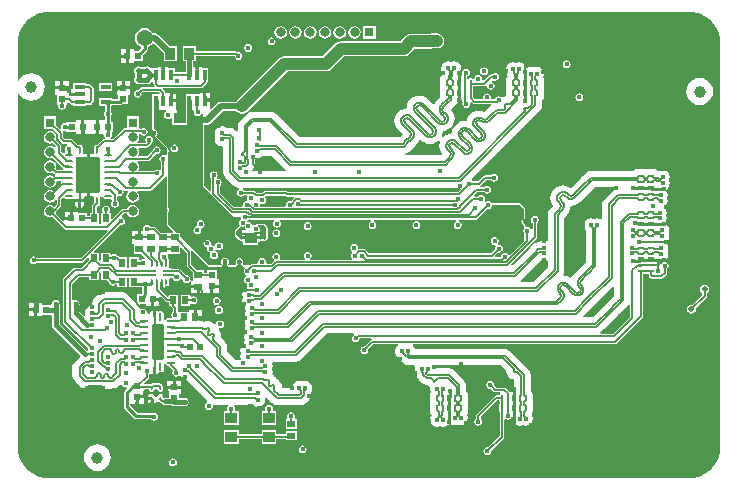
<source format=gbl>
G04*
G04 #@! TF.GenerationSoftware,Altium Limited,Altium Designer,20.0.13 (296)*
G04*
G04 Layer_Physical_Order=4*
G04 Layer_Color=16711680*
%FSLAX44Y44*%
%MOMM*%
G71*
G01*
G75*
%ADD13C,0.2540*%
%ADD16R,1.0000X0.9000*%
%ADD24R,0.8000X0.8000*%
%ADD25R,0.5500X0.6500*%
%ADD55C,0.1270*%
%ADD56C,0.1778*%
%ADD57C,1.0000*%
%ADD58C,0.3810*%
%ADD59C,0.7620*%
%ADD62C,0.2032*%
%ADD63C,0.5080*%
%ADD65C,0.2500*%
%ADD66C,0.1524*%
%ADD68O,1.9000X1.1000*%
%ADD69O,2.4000X1.1000*%
%ADD70R,0.8000X0.8000*%
%ADD71C,0.8000*%
%ADD72R,1.3680X1.3680*%
%ADD73C,1.3680*%
%ADD74O,0.4064X0.4060*%
%ADD75C,5.5000*%
%ADD77C,0.4064*%
%ADD78C,0.5080*%
%ADD81C,2.7000*%
G04:AMPARAMS|DCode=83|XSize=0.2mm|YSize=0.565mm|CornerRadius=0.05mm|HoleSize=0mm|Usage=FLASHONLY|Rotation=180.000|XOffset=0mm|YOffset=0mm|HoleType=Round|Shape=RoundedRectangle|*
%AMROUNDEDRECTD83*
21,1,0.2000,0.4650,0,0,180.0*
21,1,0.1000,0.5650,0,0,180.0*
1,1,0.1000,-0.0500,0.2325*
1,1,0.1000,0.0500,0.2325*
1,1,0.1000,0.0500,-0.2325*
1,1,0.1000,-0.0500,-0.2325*
%
%ADD83ROUNDEDRECTD83*%
G04:AMPARAMS|DCode=84|XSize=0.4mm|YSize=0.565mm|CornerRadius=0.05mm|HoleSize=0mm|Usage=FLASHONLY|Rotation=180.000|XOffset=0mm|YOffset=0mm|HoleType=Round|Shape=RoundedRectangle|*
%AMROUNDEDRECTD84*
21,1,0.4000,0.4650,0,0,180.0*
21,1,0.3000,0.5650,0,0,180.0*
1,1,0.1000,-0.1500,0.2325*
1,1,0.1000,0.1500,0.2325*
1,1,0.1000,0.1500,-0.2325*
1,1,0.1000,-0.1500,-0.2325*
%
%ADD84ROUNDEDRECTD84*%
G04:AMPARAMS|DCode=85|XSize=0.2mm|YSize=0.565mm|CornerRadius=0.05mm|HoleSize=0mm|Usage=FLASHONLY|Rotation=270.000|XOffset=0mm|YOffset=0mm|HoleType=Round|Shape=RoundedRectangle|*
%AMROUNDEDRECTD85*
21,1,0.2000,0.4650,0,0,270.0*
21,1,0.1000,0.5650,0,0,270.0*
1,1,0.1000,-0.2325,-0.0500*
1,1,0.1000,-0.2325,0.0500*
1,1,0.1000,0.2325,0.0500*
1,1,0.1000,0.2325,-0.0500*
%
%ADD85ROUNDEDRECTD85*%
G04:AMPARAMS|DCode=86|XSize=0.4mm|YSize=0.565mm|CornerRadius=0.05mm|HoleSize=0mm|Usage=FLASHONLY|Rotation=270.000|XOffset=0mm|YOffset=0mm|HoleType=Round|Shape=RoundedRectangle|*
%AMROUNDEDRECTD86*
21,1,0.4000,0.4650,0,0,270.0*
21,1,0.3000,0.5650,0,0,270.0*
1,1,0.1000,-0.2325,-0.1500*
1,1,0.1000,-0.2325,0.1500*
1,1,0.1000,0.2325,0.1500*
1,1,0.1000,0.2325,-0.1500*
%
%ADD86ROUNDEDRECTD86*%
%ADD87R,0.6200X0.6200*%
%ADD88R,0.6200X0.6200*%
%ADD89R,0.1500X0.1500*%
%ADD90P,0.6788X4X90.0*%
%ADD91R,0.1500X0.1500*%
%ADD92R,0.6500X0.5500*%
%ADD93R,0.9000X1.0000*%
G04:AMPARAMS|DCode=94|XSize=0.24mm|YSize=0.6mm|CornerRadius=0.06mm|HoleSize=0mm|Usage=FLASHONLY|Rotation=90.000|XOffset=0mm|YOffset=0mm|HoleType=Round|Shape=RoundedRectangle|*
%AMROUNDEDRECTD94*
21,1,0.2400,0.4800,0,0,90.0*
21,1,0.1200,0.6000,0,0,90.0*
1,1,0.1200,0.2400,0.0600*
1,1,0.1200,0.2400,-0.0600*
1,1,0.1200,-0.2400,-0.0600*
1,1,0.1200,-0.2400,0.0600*
%
%ADD94ROUNDEDRECTD94*%
G04:AMPARAMS|DCode=95|XSize=0.25mm|YSize=0.65mm|CornerRadius=0.0625mm|HoleSize=0mm|Usage=FLASHONLY|Rotation=0.000|XOffset=0mm|YOffset=0mm|HoleType=Round|Shape=RoundedRectangle|*
%AMROUNDEDRECTD95*
21,1,0.2500,0.5250,0,0,0.0*
21,1,0.1250,0.6500,0,0,0.0*
1,1,0.1250,0.0625,-0.2625*
1,1,0.1250,-0.0625,-0.2625*
1,1,0.1250,-0.0625,0.2625*
1,1,0.1250,0.0625,0.2625*
%
%ADD95ROUNDEDRECTD95*%
G04:AMPARAMS|DCode=96|XSize=2.05mm|YSize=3.05mm|CornerRadius=0.0513mm|HoleSize=0mm|Usage=FLASHONLY|Rotation=180.000|XOffset=0mm|YOffset=0mm|HoleType=Round|Shape=RoundedRectangle|*
%AMROUNDEDRECTD96*
21,1,2.0500,2.9475,0,0,180.0*
21,1,1.9475,3.0500,0,0,180.0*
1,1,0.1025,-0.9738,1.4738*
1,1,0.1025,0.9738,1.4738*
1,1,0.1025,0.9738,-1.4738*
1,1,0.1025,-0.9738,-1.4738*
%
%ADD96ROUNDEDRECTD96*%
%ADD97R,0.3500X0.8500*%
%ADD98R,0.3600X0.3200*%
%ADD99R,0.9000X0.4000*%
G04:AMPARAMS|DCode=100|XSize=0.25mm|YSize=0.6mm|CornerRadius=0.025mm|HoleSize=0mm|Usage=FLASHONLY|Rotation=90.000|XOffset=0mm|YOffset=0mm|HoleType=Round|Shape=RoundedRectangle|*
%AMROUNDEDRECTD100*
21,1,0.2500,0.5500,0,0,90.0*
21,1,0.2000,0.6000,0,0,90.0*
1,1,0.0500,0.2750,0.1000*
1,1,0.0500,0.2750,-0.1000*
1,1,0.0500,-0.2750,-0.1000*
1,1,0.0500,-0.2750,0.1000*
%
%ADD100ROUNDEDRECTD100*%
G04:AMPARAMS|DCode=101|XSize=1mm|YSize=3mm|CornerRadius=0.05mm|HoleSize=0mm|Usage=FLASHONLY|Rotation=180.000|XOffset=0mm|YOffset=0mm|HoleType=Round|Shape=RoundedRectangle|*
%AMROUNDEDRECTD101*
21,1,1.0000,2.9000,0,0,180.0*
21,1,0.9000,3.0000,0,0,180.0*
1,1,0.1000,-0.4500,1.4500*
1,1,0.1000,0.4500,1.4500*
1,1,0.1000,0.4500,-1.4500*
1,1,0.1000,-0.4500,-1.4500*
%
%ADD101ROUNDEDRECTD101*%
G04:AMPARAMS|DCode=102|XSize=0.25mm|YSize=0.6mm|CornerRadius=0.025mm|HoleSize=0mm|Usage=FLASHONLY|Rotation=180.000|XOffset=0mm|YOffset=0mm|HoleType=Round|Shape=RoundedRectangle|*
%AMROUNDEDRECTD102*
21,1,0.2500,0.5500,0,0,180.0*
21,1,0.2000,0.6000,0,0,180.0*
1,1,0.0500,-0.1000,0.2750*
1,1,0.0500,0.1000,0.2750*
1,1,0.0500,0.1000,-0.2750*
1,1,0.0500,-0.1000,-0.2750*
%
%ADD102ROUNDEDRECTD102*%
G04:AMPARAMS|DCode=103|XSize=0.2mm|YSize=0.5mm|CornerRadius=0.05mm|HoleSize=0mm|Usage=FLASHONLY|Rotation=0.000|XOffset=0mm|YOffset=0mm|HoleType=Round|Shape=RoundedRectangle|*
%AMROUNDEDRECTD103*
21,1,0.2000,0.4000,0,0,0.0*
21,1,0.1000,0.5000,0,0,0.0*
1,1,0.1000,0.0500,-0.2000*
1,1,0.1000,-0.0500,-0.2000*
1,1,0.1000,-0.0500,0.2000*
1,1,0.1000,0.0500,0.2000*
%
%ADD103ROUNDEDRECTD103*%
G04:AMPARAMS|DCode=104|XSize=0.2mm|YSize=0.7mm|CornerRadius=0.05mm|HoleSize=0mm|Usage=FLASHONLY|Rotation=90.000|XOffset=0mm|YOffset=0mm|HoleType=Round|Shape=RoundedRectangle|*
%AMROUNDEDRECTD104*
21,1,0.2000,0.6000,0,0,90.0*
21,1,0.1000,0.7000,0,0,90.0*
1,1,0.1000,0.3000,0.0500*
1,1,0.1000,0.3000,-0.0500*
1,1,0.1000,-0.3000,-0.0500*
1,1,0.1000,-0.3000,0.0500*
%
%ADD104ROUNDEDRECTD104*%
%ADD105C,1.0000*%
G36*
X575367Y396981D02*
X578843Y396050D01*
X582167Y394673D01*
X585284Y392874D01*
X588139Y390683D01*
X590683Y388139D01*
X592874Y385284D01*
X594673Y382168D01*
X596050Y378843D01*
X596982Y375367D01*
X597451Y371799D01*
X597451Y370000D01*
Y30000D01*
Y28201D01*
X596981Y24633D01*
X596050Y21157D01*
X594673Y17833D01*
X592874Y14716D01*
X590683Y11861D01*
X588139Y9317D01*
X585284Y7126D01*
X582168Y5327D01*
X578843Y3950D01*
X575367Y3018D01*
X571799Y2549D01*
X28201D01*
X24633Y3018D01*
X21157Y3950D01*
X17833Y5327D01*
X14716Y7126D01*
X11861Y9317D01*
X9317Y11861D01*
X7126Y14716D01*
X5327Y17832D01*
X3950Y21157D01*
X3018Y24633D01*
X2549Y28201D01*
Y30000D01*
Y328212D01*
X3819Y328465D01*
X3953Y328140D01*
X5780Y325760D01*
X8160Y323934D01*
X10932Y322785D01*
X13907Y322394D01*
X16881Y322785D01*
X19653Y323934D01*
X22034Y325760D01*
X23860Y328140D01*
X25008Y330913D01*
X25400Y333887D01*
X25008Y336862D01*
X23860Y339634D01*
X22034Y342014D01*
X19653Y343841D01*
X16881Y344989D01*
X13907Y345381D01*
X10932Y344989D01*
X8160Y343841D01*
X5780Y342014D01*
X3953Y339634D01*
X3819Y339310D01*
X2549Y339562D01*
Y370000D01*
Y371799D01*
X3018Y375367D01*
X3950Y378843D01*
X5327Y382167D01*
X7126Y385284D01*
X9317Y388139D01*
X11861Y390683D01*
X14716Y392874D01*
X17832Y394673D01*
X21157Y396050D01*
X24633Y396982D01*
X28201Y397451D01*
X30000Y397451D01*
X570000Y397451D01*
X571799D01*
X575367Y396981D01*
D02*
G37*
%LPC*%
G36*
X305552Y385254D02*
X295012D01*
Y374714D01*
X305552D01*
Y385254D01*
D02*
G37*
G36*
X287782Y385357D02*
X285726Y384948D01*
X283983Y383783D01*
X282818Y382040D01*
X282409Y379984D01*
X282818Y377928D01*
X283983Y376185D01*
X285726Y375020D01*
X287782Y374611D01*
X289838Y375020D01*
X291581Y376185D01*
X292746Y377928D01*
X293155Y379984D01*
X292746Y382040D01*
X291581Y383783D01*
X289838Y384948D01*
X287782Y385357D01*
D02*
G37*
G36*
X275282D02*
X273226Y384948D01*
X271483Y383783D01*
X270318Y382040D01*
X269909Y379984D01*
X270318Y377928D01*
X271483Y376185D01*
X273226Y375020D01*
X275282Y374611D01*
X277338Y375020D01*
X279081Y376185D01*
X280246Y377928D01*
X280655Y379984D01*
X280246Y382040D01*
X279081Y383783D01*
X277338Y384948D01*
X275282Y385357D01*
D02*
G37*
G36*
X262782D02*
X260726Y384948D01*
X258983Y383783D01*
X257818Y382040D01*
X257409Y379984D01*
X257818Y377928D01*
X258983Y376185D01*
X260726Y375020D01*
X262782Y374611D01*
X264838Y375020D01*
X266581Y376185D01*
X267746Y377928D01*
X268155Y379984D01*
X267746Y382040D01*
X266581Y383783D01*
X264838Y384948D01*
X262782Y385357D01*
D02*
G37*
G36*
X250282D02*
X248226Y384948D01*
X246483Y383783D01*
X245318Y382040D01*
X244909Y379984D01*
X245318Y377928D01*
X246483Y376185D01*
X248226Y375020D01*
X250282Y374611D01*
X252338Y375020D01*
X254081Y376185D01*
X255246Y377928D01*
X255655Y379984D01*
X255246Y382040D01*
X254081Y383783D01*
X252338Y384948D01*
X250282Y385357D01*
D02*
G37*
G36*
X237782D02*
X235726Y384948D01*
X233983Y383783D01*
X232818Y382040D01*
X232409Y379984D01*
X232818Y377928D01*
X233983Y376185D01*
X235726Y375020D01*
X237782Y374611D01*
X239838Y375020D01*
X241581Y376185D01*
X242746Y377928D01*
X243155Y379984D01*
X242746Y382040D01*
X241581Y383783D01*
X239838Y384948D01*
X237782Y385357D01*
D02*
G37*
G36*
X225282D02*
X223226Y384948D01*
X221483Y383783D01*
X220318Y382040D01*
X219909Y379984D01*
X220318Y377928D01*
X221483Y376185D01*
X223226Y375020D01*
X225282Y374611D01*
X227338Y375020D01*
X229081Y376185D01*
X230246Y377928D01*
X230655Y379984D01*
X230246Y382040D01*
X229081Y383783D01*
X227338Y384948D01*
X225282Y385357D01*
D02*
G37*
G36*
X357500Y379246D02*
X352712D01*
X351648Y379035D01*
X335784D01*
X333338Y378548D01*
X331264Y377162D01*
X326704Y372603D01*
X276028D01*
X276028Y372603D01*
X273581Y372116D01*
X271507Y370730D01*
X260654Y359877D01*
X228485D01*
X226038Y359391D01*
X223964Y358005D01*
X187980Y322020D01*
X187555Y321385D01*
X174491D01*
X173004Y321089D01*
X171744Y320247D01*
X166780Y315283D01*
X166391Y315277D01*
X165222Y316405D01*
X165222Y316589D01*
Y320898D01*
X160932D01*
Y322168D01*
X159662D01*
Y328958D01*
X156642D01*
Y327688D01*
X151412D01*
X151412Y327688D01*
X150952D01*
Y327688D01*
X150142Y327688D01*
X144912D01*
Y323260D01*
X144695Y322168D01*
X144724Y322024D01*
Y314583D01*
X141179D01*
Y307543D01*
X138639D01*
Y314583D01*
X137715D01*
X136774Y315378D01*
Y320898D01*
X132484D01*
Y322168D01*
X131214D01*
Y328958D01*
X128194D01*
X127357Y329827D01*
X127357Y329827D01*
X125396Y331788D01*
X125922Y333058D01*
X157832D01*
X158575Y333205D01*
X159205Y333627D01*
X162305Y336726D01*
X162305Y336727D01*
X162726Y337357D01*
X162874Y338100D01*
X163919Y338648D01*
X163952D01*
Y349688D01*
X158722D01*
Y350958D01*
X155702D01*
Y344168D01*
X153162D01*
Y350958D01*
X151169D01*
Y355680D01*
X153724D01*
Y360008D01*
X186192D01*
X186409Y358915D01*
X187139Y357823D01*
X188231Y357093D01*
X189520Y356837D01*
X190808Y357093D01*
X191900Y357823D01*
X192630Y358915D01*
X192886Y360203D01*
X192630Y361492D01*
X191900Y362584D01*
X190808Y363314D01*
X189520Y363570D01*
X188947Y363456D01*
X188516Y363745D01*
X187773Y363892D01*
X153724D01*
Y368220D01*
X142184D01*
Y355680D01*
X144695D01*
Y346110D01*
X135504D01*
Y349688D01*
X130274D01*
Y350958D01*
X127254D01*
Y344168D01*
X124714D01*
Y350958D01*
X121694D01*
Y349688D01*
X116464D01*
X116464Y349688D01*
Y349688D01*
X115340Y350107D01*
X115247Y350247D01*
X113987Y351089D01*
X112500Y351385D01*
X111013Y351089D01*
X110487Y350737D01*
X107013D01*
X106487Y351089D01*
X105000Y351385D01*
X103513Y351089D01*
X102253Y350247D01*
X101411Y348987D01*
X101115Y347500D01*
X101411Y346013D01*
X101763Y345487D01*
Y342013D01*
X101411Y341487D01*
X101115Y340000D01*
X101411Y338513D01*
X102253Y337253D01*
X103513Y336411D01*
X105000Y336115D01*
X106487Y336411D01*
X107013Y336763D01*
X110487D01*
X111013Y336411D01*
X112500Y336115D01*
X113987Y336411D01*
X115247Y337253D01*
X115576Y337746D01*
X116272Y338453D01*
X117542Y338183D01*
Y336700D01*
X117690Y335957D01*
X118111Y335327D01*
X118599Y334838D01*
X118073Y333568D01*
X107666D01*
X106923Y333420D01*
X106292Y332999D01*
X104671Y331377D01*
X104154Y331480D01*
X102865Y331224D01*
X101773Y330494D01*
X101043Y329402D01*
X100787Y328113D01*
X101043Y326825D01*
X101773Y325733D01*
X102865Y325003D01*
X104154Y324747D01*
X105442Y325003D01*
X106534Y325733D01*
X107264Y326825D01*
X107521Y328113D01*
X107418Y328630D01*
X108470Y329683D01*
X122007D01*
X122894Y328797D01*
X122206Y327688D01*
X116464D01*
Y323260D01*
X116247Y322168D01*
Y305516D01*
X116359Y304950D01*
Y298133D01*
X116513Y297762D01*
X116591Y297369D01*
X116708Y297291D01*
X116762Y297161D01*
X117132Y297007D01*
X117466Y296784D01*
X118486Y296582D01*
X119123Y296156D01*
X119550Y295518D01*
X119699Y294766D01*
X119550Y294014D01*
X118972Y293149D01*
X118893Y292756D01*
X118740Y292385D01*
X118794Y292255D01*
X118766Y292117D01*
X118989Y291784D01*
X119143Y291413D01*
X128625Y281931D01*
Y281362D01*
X128776Y280998D01*
X128762Y280928D01*
X128965Y279908D01*
X128762Y278888D01*
X128776Y278818D01*
X128625Y278454D01*
Y276659D01*
X127355Y275980D01*
X127288Y276025D01*
X126000Y276282D01*
X124711Y276025D01*
X123619Y275296D01*
X122889Y274203D01*
X122633Y272915D01*
X122889Y271627D01*
X123619Y270534D01*
X124057Y270242D01*
Y263504D01*
X123261Y263149D01*
X122787Y263042D01*
X121788Y263709D01*
X120500Y263966D01*
X119211Y263709D01*
X118119Y262980D01*
X117826Y262541D01*
X105207D01*
X104608Y263661D01*
X104964Y264194D01*
X105373Y266250D01*
X104964Y268306D01*
X103908Y269887D01*
X104254Y271157D01*
X113009D01*
X113752Y271304D01*
X114382Y271726D01*
X119609Y276952D01*
X120396Y276795D01*
X121684Y277052D01*
X122777Y277781D01*
X123506Y278874D01*
X123763Y280162D01*
X123506Y281450D01*
X122777Y282543D01*
X121684Y283272D01*
X120396Y283529D01*
X119108Y283272D01*
X118015Y282543D01*
X117286Y281450D01*
X117029Y280162D01*
X117078Y279915D01*
X112204Y275041D01*
X105207D01*
X104608Y276161D01*
X104964Y276694D01*
X105373Y278750D01*
X104964Y280806D01*
X104608Y281339D01*
X105207Y282459D01*
X111731D01*
X112474Y282607D01*
X113105Y283028D01*
X114838Y284762D01*
X114839Y284762D01*
X115260Y285392D01*
X115369Y285943D01*
X116380Y286619D01*
X117110Y287711D01*
X117367Y288999D01*
X117110Y290288D01*
X116380Y291380D01*
X115288Y292110D01*
X114000Y292366D01*
X112711Y292110D01*
X111619Y291380D01*
X110889Y290288D01*
X110633Y288999D01*
X110889Y287711D01*
X110965Y287597D01*
X110276Y286343D01*
X104254D01*
X103908Y287613D01*
X104964Y289194D01*
X105373Y291250D01*
X105014Y293057D01*
X105512Y293850D01*
X105883Y294217D01*
X106559Y294123D01*
X106883Y293636D01*
X107976Y292907D01*
X109264Y292650D01*
X110553Y292907D01*
X111645Y293636D01*
X112374Y294729D01*
X112631Y296017D01*
X112374Y297306D01*
X111645Y298398D01*
X110553Y299128D01*
X109264Y299384D01*
X107976Y299128D01*
X107028Y298494D01*
X106810D01*
X106508Y298696D01*
X105765Y298843D01*
X105270D01*
Y309020D01*
X94730D01*
Y298843D01*
X93151D01*
X93151Y298843D01*
X92408Y298696D01*
X91778Y298274D01*
X91777Y298274D01*
X83195Y289692D01*
X81531D01*
X81146Y290962D01*
X81381Y291119D01*
X82110Y292212D01*
X82367Y293500D01*
X82196Y294360D01*
X82831Y295417D01*
X83076Y295630D01*
X83370D01*
Y304370D01*
X81298D01*
Y309060D01*
X81819Y309840D01*
X82075Y311128D01*
X81819Y312416D01*
X81298Y313196D01*
Y317730D01*
X82770D01*
Y318410D01*
X89000D01*
X89991Y318607D01*
X90831Y319169D01*
X91292Y319630D01*
X96370D01*
Y327360D01*
X97640D01*
Y331730D01*
X92000D01*
X86360D01*
Y327360D01*
X87630D01*
Y323590D01*
X82770D01*
Y324270D01*
X71230D01*
Y317730D01*
X76119D01*
Y313196D01*
X75598Y312416D01*
X75342Y311128D01*
X75598Y309840D01*
X76119Y309060D01*
Y306712D01*
X75640Y305640D01*
X71270D01*
Y300000D01*
Y294360D01*
X74510D01*
X75633Y293500D01*
X75709Y293119D01*
X75890Y292212D01*
X76619Y291119D01*
X76854Y290962D01*
X76469Y289692D01*
X75250D01*
X74507Y289545D01*
X73877Y289123D01*
X69810Y285057D01*
X69375D01*
X68636Y284910D01*
X68009Y284491D01*
X67590Y283864D01*
X67443Y283125D01*
Y277875D01*
X66370Y276850D01*
X63770D01*
Y259000D01*
Y241150D01*
X66370D01*
X67443Y240125D01*
Y235690D01*
X66127Y234373D01*
X65705Y233743D01*
X65558Y233000D01*
Y227020D01*
X63480D01*
Y224442D01*
X61370D01*
Y226870D01*
X53640D01*
Y228140D01*
X49270D01*
Y222500D01*
X48000D01*
Y221230D01*
X42360D01*
Y220796D01*
X41187Y220310D01*
X34900Y226597D01*
X34964Y226694D01*
X35373Y228750D01*
X35367Y228783D01*
X38835Y232250D01*
X38835Y232250D01*
X39256Y232881D01*
X39404Y233624D01*
Y238957D01*
X40556Y240109D01*
X40896Y240125D01*
X42069Y239826D01*
X42252Y239552D01*
X42870Y239139D01*
X43600Y238993D01*
X48400D01*
X49130Y239139D01*
X49748Y239552D01*
X49878Y239746D01*
X51148Y239361D01*
Y238770D01*
X58852D01*
Y240125D01*
X58843Y240168D01*
X59649Y241150D01*
X61230D01*
Y259000D01*
Y276850D01*
X58630D01*
X57557Y277875D01*
Y283125D01*
X57410Y283864D01*
X56991Y284491D01*
X56364Y284910D01*
X55625Y285057D01*
X54375D01*
X53636Y284910D01*
X53457Y284790D01*
X49190Y289056D01*
X48560Y289478D01*
X47817Y289625D01*
X42584D01*
X40942Y291267D01*
Y294750D01*
X40795Y295493D01*
X40576Y295820D01*
X40920Y296398D01*
X41393Y296854D01*
X42500Y296633D01*
X42860Y296705D01*
X44130Y295707D01*
Y295630D01*
X51860D01*
Y294360D01*
X56230D01*
Y300000D01*
Y305640D01*
X51860D01*
Y304370D01*
X44130D01*
Y304293D01*
X42860Y303295D01*
X42500Y303367D01*
X41212Y303110D01*
X40119Y302381D01*
X39390Y301288D01*
X39133Y300000D01*
X39342Y298951D01*
X38650Y298368D01*
X38295Y298202D01*
X35270Y301227D01*
Y309020D01*
X24730D01*
Y298480D01*
X32523D01*
X37058Y293945D01*
Y290463D01*
X37206Y289719D01*
X37627Y289089D01*
X40406Y286310D01*
X40406Y286310D01*
X41036Y285889D01*
X41779Y285741D01*
X41780Y285741D01*
X44292D01*
X44412Y285418D01*
X44503Y284471D01*
X43619Y283881D01*
X42890Y282788D01*
X42633Y281500D01*
X42890Y280212D01*
X42920Y280166D01*
X42870Y278862D01*
X42252Y278448D01*
X42069Y278174D01*
X40896Y277875D01*
X40556Y277891D01*
X39442Y279005D01*
Y283750D01*
X39295Y284493D01*
X38873Y285123D01*
X34900Y289097D01*
X34964Y289194D01*
X35373Y291250D01*
X34964Y293306D01*
X33799Y295049D01*
X32056Y296214D01*
X30000Y296623D01*
X27944Y296214D01*
X26200Y295049D01*
X25036Y293306D01*
X24627Y291250D01*
X25036Y289194D01*
X26200Y287451D01*
X27944Y286286D01*
X30000Y285877D01*
X32056Y286286D01*
X32153Y286350D01*
X35108Y283395D01*
X35028Y282997D01*
X34382Y282762D01*
X33660Y282643D01*
X32056Y283714D01*
X30000Y284123D01*
X27944Y283714D01*
X26200Y282549D01*
X25036Y280806D01*
X24627Y278750D01*
X25036Y276694D01*
X26200Y274951D01*
X27944Y273786D01*
X30000Y273377D01*
X32056Y273786D01*
X32153Y273850D01*
X40750Y265253D01*
X41380Y264832D01*
X41405Y264712D01*
X40420Y263442D01*
X35990D01*
X35704Y263652D01*
X35024Y264492D01*
X35373Y266250D01*
X34964Y268306D01*
X33799Y270049D01*
X32056Y271214D01*
X30000Y271623D01*
X27944Y271214D01*
X26200Y270049D01*
X25036Y268306D01*
X24627Y266250D01*
X25036Y264194D01*
X26200Y262451D01*
X27944Y261286D01*
X30000Y260877D01*
X32056Y261286D01*
X32153Y261350D01*
X33377Y260127D01*
X33934Y259754D01*
X33967Y259296D01*
X33885Y258435D01*
X33080Y258030D01*
X32056Y258714D01*
X30000Y259123D01*
X27944Y258714D01*
X26200Y257549D01*
X25036Y255806D01*
X24627Y253750D01*
X25036Y251694D01*
X26200Y249951D01*
X27944Y248786D01*
X30000Y248377D01*
X32056Y248786D01*
X33799Y249951D01*
X34964Y251694D01*
X35373Y253750D01*
X36507Y254558D01*
X39348D01*
X39507Y253295D01*
X38877Y252873D01*
X32153Y246150D01*
X32056Y246214D01*
X30000Y246623D01*
X27944Y246214D01*
X26200Y245049D01*
X25036Y243306D01*
X24627Y241250D01*
X25036Y239194D01*
X26200Y237451D01*
X27944Y236286D01*
X30000Y235877D01*
X32056Y236286D01*
X33799Y237451D01*
X34249Y238123D01*
X35519Y237738D01*
Y234429D01*
X33704Y232613D01*
X32056Y233714D01*
X30000Y234123D01*
X27944Y233714D01*
X26200Y232549D01*
X25036Y230806D01*
X24627Y228750D01*
X25036Y226694D01*
X26200Y224951D01*
X27944Y223786D01*
X30000Y223377D01*
X32056Y223786D01*
X32153Y223850D01*
X42377Y213627D01*
X43007Y213206D01*
X43750Y213058D01*
X78180D01*
X78465Y212693D01*
X78767Y211849D01*
X55861Y188942D01*
X18673D01*
X18381Y189381D01*
X17288Y190110D01*
X16000Y190367D01*
X14712Y190110D01*
X13619Y189381D01*
X12890Y188288D01*
X12633Y187000D01*
X12890Y185712D01*
X13619Y184619D01*
X14712Y183890D01*
X16000Y183633D01*
X17288Y183890D01*
X18381Y184619D01*
X18673Y185058D01*
X56665D01*
X57408Y185205D01*
X58039Y185627D01*
X61807Y189395D01*
X62980Y188909D01*
Y187227D01*
X56678Y180925D01*
X51141D01*
X51141Y180925D01*
X50398Y180777D01*
X49768Y180356D01*
X41341Y171929D01*
X40920Y171299D01*
X40772Y170555D01*
Y135086D01*
X40920Y134343D01*
X41341Y133713D01*
X62014Y113039D01*
X61911Y112522D01*
X62168Y111234D01*
X62222Y111152D01*
X61236Y110342D01*
X38035Y133543D01*
Y145210D01*
Y149349D01*
X38165Y150000D01*
X37908Y151288D01*
X37179Y152381D01*
X36086Y153110D01*
X34798Y153367D01*
X33510Y153110D01*
X32417Y152381D01*
X31688Y151288D01*
X31560Y150647D01*
X31232Y149931D01*
X30220Y149579D01*
X23341D01*
Y150850D01*
X18971D01*
Y145210D01*
Y139570D01*
X23341D01*
Y140840D01*
X31071D01*
X31561Y139772D01*
Y132202D01*
X31807Y130963D01*
X32509Y129913D01*
X55397Y107025D01*
X55305Y106088D01*
X55054Y105572D01*
X50744Y101262D01*
X49425Y99288D01*
X48961Y96959D01*
X48961Y96959D01*
Y89457D01*
X48961Y89457D01*
X49425Y87128D01*
X50744Y85153D01*
X55474Y80423D01*
X55474Y80423D01*
X57448Y79104D01*
X59777Y78641D01*
X59777Y78641D01*
X63296D01*
X63845Y78531D01*
X63845Y78532D01*
X83637D01*
X83637Y78531D01*
X85966Y78995D01*
X87940Y80314D01*
X89692Y82066D01*
X91128Y81705D01*
X91619Y80969D01*
X92712Y80240D01*
X94000Y79983D01*
X94655Y80114D01*
X95281Y78943D01*
X93169Y76831D01*
X92607Y75991D01*
X92410Y75000D01*
Y63000D01*
X92607Y62009D01*
X93169Y61169D01*
X101169Y53169D01*
X102009Y52607D01*
X103000Y52410D01*
X115654D01*
X116712Y51704D01*
X118000Y51447D01*
X119288Y51704D01*
X120381Y52433D01*
X121110Y53526D01*
X121367Y54814D01*
X121110Y56102D01*
X120381Y57195D01*
X119288Y57924D01*
X118000Y58181D01*
X116712Y57924D01*
X116211Y57590D01*
X104073D01*
X97590Y64073D01*
Y64685D01*
X98060Y65760D01*
X102430D01*
Y71400D01*
X103700D01*
Y72670D01*
X109340D01*
Y77040D01*
X110242Y77928D01*
X114025D01*
Y77400D01*
X114373Y76560D01*
X112714Y74900D01*
X113524Y74090D01*
X113110Y73090D01*
X113110D01*
Y71070D01*
X115400D01*
Y72400D01*
X115700D01*
X117500Y70600D01*
Y69800D01*
X117670D01*
Y66510D01*
X119690D01*
Y67498D01*
X119832Y67536D01*
X120980Y67780D01*
X121900Y67425D01*
X122137Y67425D01*
X122628D01*
X123746Y66307D01*
X124376Y65886D01*
X124958Y65770D01*
X125211Y65392D01*
X126261Y64690D01*
X127500Y64443D01*
X133111D01*
X133761Y64009D01*
X135000Y63763D01*
X143349D01*
X144000Y63633D01*
X145288Y63890D01*
X146381Y64619D01*
X147110Y65712D01*
X147367Y67000D01*
X147110Y68288D01*
X146381Y69381D01*
X145288Y70110D01*
X144000Y70367D01*
X143349Y70237D01*
X139370D01*
Y73860D01*
X140640D01*
Y78230D01*
X135000D01*
X129360D01*
Y73860D01*
X130630D01*
Y70918D01*
X127500D01*
X126645Y70748D01*
X125622Y71346D01*
X125375Y71606D01*
Y72400D01*
X125027Y73240D01*
X126686Y74900D01*
X125027Y76560D01*
X125375Y77400D01*
Y81000D01*
X125020Y81856D01*
Y82020D01*
X124856D01*
X124000Y82375D01*
X123555D01*
X123465Y82465D01*
X122793Y82914D01*
X122000Y83072D01*
X122000Y83072D01*
X117400D01*
X117400Y83072D01*
X116607Y82914D01*
X115935Y82465D01*
X115935Y82465D01*
X115845Y82375D01*
X115400D01*
X114669Y82072D01*
X109961D01*
X109475Y83245D01*
X113465Y87235D01*
X113465Y87235D01*
X113914Y87907D01*
X114072Y88700D01*
X114072Y88700D01*
Y90413D01*
X114381Y90619D01*
X114588Y90929D01*
X115349Y91613D01*
X116215Y91253D01*
X116412Y91122D01*
X117230Y90959D01*
Y96500D01*
X119770D01*
Y90959D01*
X120589Y91122D01*
X121512Y91739D01*
X121918Y92346D01*
X122500Y92105D01*
X124500D01*
X125663Y92587D01*
X126145Y93750D01*
Y98971D01*
X126838Y99524D01*
X127319Y99715D01*
X127670Y99480D01*
X128153Y99383D01*
X128587Y98337D01*
X129750Y97855D01*
X130686D01*
X130706Y97756D01*
X131127Y97126D01*
X134320Y93933D01*
X133890Y93288D01*
X133633Y92000D01*
X133890Y90712D01*
X134619Y89620D01*
X135712Y88890D01*
X137000Y88633D01*
X138288Y88890D01*
X138872Y89279D01*
X139966Y89928D01*
X141940Y88609D01*
X142015Y88594D01*
X143699Y87468D01*
X144085Y87392D01*
X163269Y68208D01*
X162887Y66793D01*
X162098Y66266D01*
X161368Y65174D01*
X161112Y63885D01*
X161368Y62597D01*
X162098Y61505D01*
X163190Y60775D01*
X164479Y60519D01*
X165767Y60775D01*
X166859Y61505D01*
X167589Y62597D01*
X167798Y63647D01*
X168310Y64350D01*
X168718Y64759D01*
X169368Y64629D01*
X169368Y64629D01*
X180301D01*
X180632Y64065D01*
X180830Y63359D01*
X180216Y62440D01*
X179959Y61152D01*
X180039Y60752D01*
X179059Y59482D01*
X177056D01*
Y47942D01*
X189596D01*
Y59482D01*
X187593D01*
X186613Y60752D01*
X186693Y61152D01*
X186436Y62440D01*
X185822Y63359D01*
X186020Y64065D01*
X186351Y64629D01*
X201516D01*
X203052Y63603D01*
X205381Y63139D01*
X206000D01*
X208329Y63603D01*
X210303Y64922D01*
X211623Y66896D01*
X212086Y69225D01*
X211832Y70500D01*
X213003Y71125D01*
X218074Y66055D01*
X218074Y66055D01*
X220048Y64735D01*
X222377Y64272D01*
X222377Y64272D01*
X242088D01*
X242088Y64272D01*
X244417Y64735D01*
X246391Y66055D01*
X249177Y68840D01*
X250496Y70815D01*
X250959Y73144D01*
X250959Y73144D01*
Y74274D01*
X251138Y74541D01*
X251556Y76642D01*
X251576Y76671D01*
X252039Y79000D01*
X251576Y81329D01*
X250256Y83303D01*
X248282Y84623D01*
X245953Y85086D01*
X243624Y84623D01*
X243477Y84524D01*
X243329Y84623D01*
X241000Y85086D01*
X238671Y84623D01*
X236697Y83303D01*
X235377Y81329D01*
X234961Y79238D01*
X226964D01*
X226278Y80020D01*
X226036Y81857D01*
X225594Y82924D01*
X225558Y83103D01*
X225456Y83256D01*
X225327Y83568D01*
X224712Y84369D01*
X224239Y85078D01*
X224239Y85078D01*
X223592Y85724D01*
X223314Y85911D01*
X222884Y86198D01*
X222083Y86812D01*
X221770Y86942D01*
X221618Y87044D01*
X221438Y87079D01*
X221329Y87125D01*
X221283Y87234D01*
X221248Y87414D01*
X221146Y87566D01*
X221016Y87879D01*
X220651Y88355D01*
X219928Y89388D01*
Y89388D01*
X219282Y90035D01*
X219051Y90189D01*
X218573Y90508D01*
X218135Y90845D01*
X218430Y92329D01*
X217967Y94658D01*
X217868Y94805D01*
X217967Y94953D01*
X218430Y97282D01*
X217967Y99611D01*
X217767Y99910D01*
X218366Y101030D01*
X237935D01*
X240165Y101474D01*
X242055Y102737D01*
X264449Y125131D01*
X286661D01*
X287046Y123861D01*
X286327Y123381D01*
X285598Y122288D01*
X285341Y121000D01*
X285598Y119712D01*
X286327Y118619D01*
X287420Y117890D01*
X288708Y117633D01*
X289996Y117890D01*
X291089Y118619D01*
X291818Y119712D01*
X292075Y121000D01*
X292122Y121058D01*
X302098D01*
X302257Y119795D01*
X301626Y119373D01*
X296517Y114264D01*
X296000Y114367D01*
X294712Y114110D01*
X293619Y113381D01*
X292890Y112288D01*
X292633Y111000D01*
X292890Y109712D01*
X293619Y108619D01*
X294712Y107890D01*
X296000Y107633D01*
X297288Y107890D01*
X298381Y108619D01*
X299110Y109712D01*
X299367Y111000D01*
X299264Y111517D01*
X303804Y116058D01*
X324172D01*
X324557Y114788D01*
X323945Y114378D01*
X322654Y112446D01*
X322200Y110166D01*
X322330Y109515D01*
Y109410D01*
X322773Y107181D01*
X324036Y105290D01*
X326147Y103179D01*
X326355Y102869D01*
X327316Y101907D01*
X328399Y101184D01*
X329591Y99992D01*
X331481Y98729D01*
X333711Y98285D01*
X338515D01*
X339225Y97015D01*
X338834Y95050D01*
X339288Y92771D01*
X339536Y92400D01*
X339942Y90357D01*
X340426Y89633D01*
X340741Y88049D01*
X342004Y86159D01*
X344793Y83370D01*
X346683Y82107D01*
X348913Y81663D01*
X349617D01*
X350353Y80704D01*
X351857Y79549D01*
X352104Y79447D01*
X351859Y78216D01*
X351989Y77565D01*
Y77460D01*
X352389Y75446D01*
X352036Y74917D01*
X351603Y72740D01*
Y68090D01*
X351971Y66240D01*
X351603Y64390D01*
Y59740D01*
X352036Y57563D01*
X353013Y56100D01*
X352355Y55115D01*
X351912Y52885D01*
Y52780D01*
X351782Y52129D01*
X352235Y49850D01*
X353527Y47917D01*
X355459Y46626D01*
X357738Y46173D01*
X360018Y46626D01*
X360215Y46758D01*
X360412Y46626D01*
X362691Y46173D01*
X364971Y46626D01*
X366903Y47917D01*
X367485Y48787D01*
X368989Y49031D01*
X370459Y48049D01*
X372738Y47596D01*
X375018Y48049D01*
X375215Y48181D01*
X375412Y48049D01*
X377691Y47596D01*
X379971Y48049D01*
X381903Y49340D01*
X383195Y51273D01*
X383648Y53552D01*
X383518Y54203D01*
Y54308D01*
X383075Y56538D01*
X382969Y56696D01*
X383548Y57563D01*
X383981Y59740D01*
Y64390D01*
X383613Y66240D01*
X383981Y68090D01*
Y72740D01*
X383548Y74917D01*
X382315Y76763D01*
X382262Y76798D01*
Y81121D01*
X381818Y83350D01*
X380555Y85241D01*
X371900Y93897D01*
X370009Y95160D01*
X367779Y95603D01*
X355590D01*
X355309Y97015D01*
X356020Y98285D01*
X411421D01*
X416495Y93211D01*
X416448Y92978D01*
X416949Y90461D01*
X417710Y89322D01*
X418374Y88328D01*
X420508Y86902D01*
X423025Y86401D01*
X423186Y86269D01*
Y76798D01*
X423133Y76763D01*
X422516Y75840D01*
X421156D01*
X419970Y75604D01*
X419032Y75790D01*
X419029Y75794D01*
X416079Y78745D01*
X415449Y79166D01*
X414706Y79314D01*
X407939D01*
X406036Y81216D01*
X406108Y81578D01*
X405852Y82866D01*
X405122Y83958D01*
X404030Y84688D01*
X402741Y84944D01*
X401453Y84688D01*
X400361Y83958D01*
X399631Y82866D01*
X399375Y81578D01*
X399631Y80289D01*
X400361Y79197D01*
X401453Y78467D01*
X402741Y78211D01*
X403414Y78345D01*
X405761Y75998D01*
X406391Y75577D01*
X407135Y75429D01*
X410709D01*
X411094Y74159D01*
X410880Y74016D01*
X410489Y73431D01*
X410357Y72771D01*
X407882D01*
X407139Y72623D01*
X406509Y72202D01*
X391273Y56966D01*
X390852Y56336D01*
X390704Y55593D01*
Y53095D01*
X390173Y52739D01*
X389443Y51647D01*
X389187Y50359D01*
X389443Y49070D01*
X390173Y47978D01*
X391265Y47248D01*
X392553Y46992D01*
X393842Y47248D01*
X394934Y47978D01*
X395664Y49070D01*
X395920Y50359D01*
X395664Y51647D01*
X394934Y52739D01*
X394589Y52969D01*
Y54788D01*
X408687Y68886D01*
X410351D01*
Y68090D01*
X410489Y67399D01*
X410714Y67063D01*
Y65417D01*
X410489Y65081D01*
X410351Y64390D01*
Y59740D01*
X410489Y59049D01*
X410714Y58713D01*
Y38645D01*
X400828Y28759D01*
X400311Y28862D01*
X399023Y28606D01*
X397931Y27876D01*
X397201Y26784D01*
X396945Y25496D01*
X397201Y24207D01*
X397931Y23115D01*
X399023Y22385D01*
X400311Y22129D01*
X401600Y22385D01*
X402692Y23115D01*
X403422Y24207D01*
X403678Y25496D01*
X403575Y26012D01*
X414029Y36467D01*
X414450Y37097D01*
X414598Y37840D01*
Y51888D01*
X415868Y52567D01*
X416212Y52338D01*
X417500Y52081D01*
X418788Y52338D01*
X419881Y53067D01*
X420610Y54160D01*
X420705Y54637D01*
X421513Y54965D01*
X421970Y54655D01*
X422084Y54475D01*
X421912Y53605D01*
Y53500D01*
X421782Y52849D01*
X422235Y50570D01*
X423527Y48637D01*
X425459Y47346D01*
X427738Y46893D01*
X430018Y47346D01*
X430215Y47478D01*
X430412Y47346D01*
X432691Y46893D01*
X434971Y47346D01*
X436903Y48637D01*
X438195Y50570D01*
X438648Y52849D01*
X438518Y53500D01*
Y53605D01*
X438075Y55835D01*
X437666Y56446D01*
X438412Y57563D01*
X438845Y59740D01*
Y64390D01*
X438477Y66240D01*
X438845Y68090D01*
Y72740D01*
X438412Y74917D01*
X437179Y76763D01*
X437126Y76798D01*
Y89880D01*
X436682Y92110D01*
X435419Y94001D01*
X426909Y102511D01*
X426908Y102511D01*
X418901Y110518D01*
X417011Y111782D01*
X414781Y112225D01*
X338820D01*
X338796Y112349D01*
X338781Y112372D01*
X338740Y112574D01*
X337449Y114506D01*
X337028Y114788D01*
X337413Y116058D01*
X508233D01*
X508976Y116206D01*
X509606Y116627D01*
X531698Y138719D01*
X532119Y139349D01*
X532267Y140092D01*
Y175545D01*
X532650D01*
X533341Y175683D01*
X533677Y175908D01*
X535323D01*
X535659Y175683D01*
X536350Y175545D01*
X536733D01*
Y174484D01*
X536880Y173741D01*
X537302Y173111D01*
X538293Y172120D01*
X538923Y171699D01*
X539666Y171551D01*
X547478D01*
X548221Y171699D01*
X548851Y172120D01*
X551651Y174919D01*
X552072Y175549D01*
X552220Y176292D01*
Y179699D01*
X552658Y179991D01*
X553388Y181084D01*
X553644Y182372D01*
X553388Y183660D01*
X552658Y184753D01*
X551566Y185482D01*
X550277Y185739D01*
X548989Y185482D01*
X547897Y184753D01*
X547167Y183660D01*
X547150Y183573D01*
X545801Y183305D01*
X545770Y183351D01*
X544899Y184223D01*
X544805Y184286D01*
X544290Y184766D01*
X544363Y186230D01*
X544892Y186709D01*
X545370Y186925D01*
X546517Y186697D01*
X546622D01*
X547273Y186567D01*
X549553Y187020D01*
X551485Y188312D01*
X552776Y190244D01*
X553230Y192523D01*
X552776Y194803D01*
X552645Y195000D01*
X552776Y195197D01*
X553230Y197477D01*
X552776Y199756D01*
X551485Y201688D01*
X551456Y201707D01*
Y202978D01*
X552386Y203599D01*
X553677Y205531D01*
X554131Y207811D01*
X553677Y210090D01*
X553546Y210287D01*
X553677Y210484D01*
X554131Y212764D01*
X553677Y215043D01*
X552386Y216976D01*
X551453Y217600D01*
X550517Y218312D01*
X551129Y219227D01*
X551808Y220244D01*
X552262Y222523D01*
X551808Y224803D01*
X551677Y225000D01*
X551808Y225197D01*
X552262Y227477D01*
X551808Y229756D01*
X550727Y231374D01*
X550770Y232931D01*
X551340Y233312D01*
X552631Y235244D01*
X553085Y237523D01*
X552631Y239803D01*
X552500Y240000D01*
X552631Y240197D01*
X553085Y242477D01*
X552631Y244756D01*
X551799Y246002D01*
X551377Y246733D01*
X552122Y247630D01*
X553143Y248312D01*
X554434Y250244D01*
X554888Y252523D01*
X554434Y254803D01*
X554303Y255000D01*
X554434Y255197D01*
X554888Y257477D01*
X554434Y259756D01*
X553143Y261688D01*
X551211Y262980D01*
X548931Y263433D01*
X548280Y263304D01*
X548175D01*
X545945Y262860D01*
X545569Y262609D01*
X545167Y262689D01*
X545023Y262904D01*
X543177Y264137D01*
X541000Y264570D01*
X536350D01*
X534500Y264202D01*
X532650Y264570D01*
X528000D01*
X525823Y264137D01*
X523977Y262904D01*
X523942Y262851D01*
X487740D01*
X485510Y262407D01*
X483620Y261144D01*
X480933Y258457D01*
X480933Y258457D01*
X479679Y257203D01*
X479676Y257199D01*
X479672Y257196D01*
X470786Y248311D01*
X470506Y248498D01*
X469639Y249163D01*
X467046Y250237D01*
X464265Y250603D01*
X461483Y250237D01*
X458891Y249163D01*
X457679Y248234D01*
X457201Y247878D01*
X456686Y247496D01*
X456658Y247477D01*
X456651Y247470D01*
X456643Y247462D01*
X456643Y247462D01*
X456564Y247344D01*
X455944Y246516D01*
X454957Y245229D01*
X453883Y242637D01*
X453517Y239855D01*
X453883Y237074D01*
X454957Y234482D01*
X455825Y233350D01*
X453241Y230766D01*
X451978Y228875D01*
X451535Y226645D01*
Y203982D01*
X450489Y203326D01*
X450265Y203341D01*
X448044Y203783D01*
X447393Y203653D01*
X447288D01*
X445058Y203210D01*
X443726Y202320D01*
X443160D01*
X440930Y201876D01*
X439040Y200613D01*
X436072Y197645D01*
X435967Y197489D01*
X421170Y182691D01*
X420848Y182755D01*
X420429Y184133D01*
X441809Y205513D01*
X442230Y206144D01*
X442378Y206887D01*
Y218561D01*
X442817Y218853D01*
X443546Y219946D01*
X443803Y221234D01*
X443546Y222522D01*
X442817Y223615D01*
X441724Y224344D01*
X440436Y224601D01*
X439148Y224344D01*
X438055Y223615D01*
X437326Y222522D01*
X437069Y221234D01*
X437326Y219946D01*
X438055Y218853D01*
X438494Y218561D01*
Y213366D01*
X437224Y213241D01*
X437196Y213378D01*
X436467Y214471D01*
X435374Y215200D01*
X434086Y215457D01*
X433693Y215379D01*
X432423Y216362D01*
Y216998D01*
X432369Y217129D01*
X432397Y217267D01*
X432174Y217600D01*
X432021Y217970D01*
X431891Y218024D01*
X431813Y218141D01*
X431110Y218610D01*
X430685Y219248D01*
X430535Y220000D01*
X430685Y220752D01*
X431110Y221390D01*
X431813Y221859D01*
X431891Y221976D01*
X432021Y222030D01*
X432174Y222400D01*
X432397Y222733D01*
X432369Y222871D01*
X432423Y223002D01*
Y230621D01*
X432424Y230621D01*
X432021Y231593D01*
X432021Y231593D01*
X428642Y234972D01*
X427670Y235375D01*
X427670Y235375D01*
X404367D01*
X404131Y235277D01*
X404110Y235288D01*
X403381Y236381D01*
X402288Y237110D01*
X401000Y237367D01*
X399712Y237110D01*
X398853Y236536D01*
X398015Y237374D01*
D01*
X398015Y237374D01*
X398110Y237712D01*
X398367Y239000D01*
X398110Y240288D01*
X397381Y241381D01*
X396288Y242110D01*
X395000Y242367D01*
X393712Y242110D01*
X392619Y241381D01*
X392327Y240942D01*
X389485D01*
X388959Y242212D01*
X391805Y245058D01*
X397327D01*
X397619Y244619D01*
X398712Y243890D01*
X400000Y243633D01*
X401288Y243890D01*
X402381Y244619D01*
X403110Y245712D01*
X403367Y247000D01*
X403110Y248288D01*
X402381Y249381D01*
X401288Y250110D01*
X400000Y250367D01*
X398712Y250110D01*
X397619Y249381D01*
X397327Y248942D01*
X394380D01*
X394221Y250205D01*
X394851Y250627D01*
X399282Y255058D01*
X403326D01*
X403619Y254619D01*
X404712Y253890D01*
X406000Y253633D01*
X407288Y253890D01*
X408381Y254619D01*
X409110Y255712D01*
X409367Y257000D01*
X409110Y258288D01*
X408381Y259381D01*
X407288Y260110D01*
X406000Y260367D01*
X404712Y260110D01*
X403619Y259381D01*
X403326Y258942D01*
X398478D01*
X397735Y258794D01*
X397105Y258373D01*
X392673Y253942D01*
X387673D01*
X387381Y254381D01*
X387115Y254558D01*
X386938Y256178D01*
X444849Y314088D01*
X446112Y315978D01*
X446555Y318208D01*
Y322582D01*
X446609Y322617D01*
X447842Y324463D01*
X448275Y326640D01*
Y331290D01*
X447907Y333140D01*
X448275Y334990D01*
Y339640D01*
X447842Y341817D01*
X447517Y342303D01*
X447889Y344172D01*
Y344277D01*
X448018Y344928D01*
X447565Y347208D01*
X446274Y349140D01*
X444342Y350431D01*
X442062Y350885D01*
X439783Y350431D01*
X439586Y350300D01*
X439389Y350431D01*
X437109Y350885D01*
X434830Y350431D01*
X433929Y349829D01*
X432755Y350315D01*
X432565Y351272D01*
X431274Y353204D01*
X429342Y354495D01*
X427062Y354949D01*
X424783Y354495D01*
X424586Y354364D01*
X424389Y354495D01*
X422109Y354949D01*
X419830Y354495D01*
X417897Y353204D01*
X416606Y351272D01*
X416153Y348992D01*
X416606Y346713D01*
X416817Y346398D01*
Y345727D01*
X417260Y343497D01*
X417356Y343354D01*
X416329Y341817D01*
X415896Y339640D01*
Y334990D01*
X416264Y333140D01*
X415896Y331290D01*
Y326764D01*
X415895Y326639D01*
X414846Y325410D01*
X413997Y325299D01*
X412562Y324704D01*
X412381Y324976D01*
X411288Y325706D01*
X410000Y325962D01*
X408712Y325706D01*
X407619Y324976D01*
X406890Y323884D01*
X406765Y323259D01*
X404218D01*
X403272Y324529D01*
X403366Y324999D01*
X403110Y326288D01*
X402380Y327380D01*
X401288Y328110D01*
X399999Y328366D01*
X398711Y328110D01*
X397619Y327380D01*
X396889Y326288D01*
X396632Y324999D01*
X396726Y324529D01*
X395780Y323259D01*
X390034D01*
X387956Y325336D01*
Y325610D01*
X388181Y325946D01*
X388319Y326637D01*
Y331287D01*
X388181Y331978D01*
X387956Y332314D01*
Y333960D01*
X388181Y334296D01*
X388278Y334780D01*
X397577D01*
X398320Y334928D01*
X398435Y335005D01*
X398441Y335005D01*
X399727Y334436D01*
X399750Y334410D01*
X399889Y333711D01*
X400619Y332619D01*
X401711Y331889D01*
X402999Y331633D01*
X404288Y331889D01*
X405380Y332619D01*
X406110Y333711D01*
X406366Y334999D01*
X406110Y336288D01*
X405380Y337380D01*
X404288Y338110D01*
X404073Y339256D01*
X405498Y339586D01*
X405797Y339386D01*
X407085Y339129D01*
X408374Y339386D01*
X409466Y340116D01*
X410196Y341208D01*
X410452Y342496D01*
X410196Y343785D01*
X409466Y344877D01*
X408374Y345607D01*
X407085Y345863D01*
X405797Y345607D01*
X404705Y344877D01*
X404412Y344439D01*
X403351D01*
X402607Y344291D01*
X401977Y343870D01*
X401977Y343870D01*
X397501Y339393D01*
X396802Y339479D01*
X395867Y340798D01*
X395867Y340798D01*
X395610Y342086D01*
X394881Y343179D01*
X393788Y343908D01*
X392500Y344165D01*
X391212Y343908D01*
X390119Y343179D01*
X389390Y342086D01*
X389193Y341099D01*
X388204Y340736D01*
X387921Y340717D01*
X387790Y340913D01*
X387205Y341304D01*
X386514Y341442D01*
X385514D01*
X384823Y341304D01*
X384238Y340913D01*
X382978Y341314D01*
Y342736D01*
X383374Y342815D01*
X384466Y343545D01*
X385196Y344637D01*
X385452Y345925D01*
X385196Y347214D01*
X384466Y348306D01*
X383374Y349036D01*
X382085Y349292D01*
X380797Y349036D01*
X379705Y348306D01*
X378975Y347214D01*
X378719Y345925D01*
X378975Y344637D01*
X379146Y344382D01*
X379094Y344120D01*
Y343649D01*
X377824Y342675D01*
X377769Y342686D01*
X376555Y343095D01*
Y345286D01*
X377445Y346618D01*
X377889Y348848D01*
Y348953D01*
X378018Y349604D01*
X377565Y351883D01*
X376274Y353816D01*
X374342Y355107D01*
X372062Y355560D01*
X369783Y355107D01*
X369586Y354975D01*
X369389Y355107D01*
X367109Y355560D01*
X364830Y355107D01*
X362897Y353816D01*
X361606Y351883D01*
X361153Y349604D01*
X361282Y348953D01*
Y348848D01*
X361726Y346618D01*
X362334Y345708D01*
X362010Y345222D01*
X361731Y343820D01*
X361491Y343660D01*
X360258Y341814D01*
X359825Y339637D01*
Y334987D01*
X360193Y333137D01*
X359825Y331287D01*
Y326637D01*
X360108Y325210D01*
X357213Y322314D01*
X357044Y322062D01*
X355527Y320085D01*
X355363Y319690D01*
X354118Y319442D01*
X350235Y323325D01*
X350231Y323328D01*
X350228Y323332D01*
X349897Y323663D01*
X349897Y323663D01*
X349896Y323664D01*
X348851Y324362D01*
X348005Y325011D01*
X345430Y326078D01*
X342667Y326442D01*
X339903Y326078D01*
X337328Y325011D01*
X335117Y323314D01*
X333420Y321103D01*
X332353Y318528D01*
X332005Y315882D01*
X329359Y315533D01*
X326784Y314467D01*
X324572Y312770D01*
X322876Y310559D01*
X321809Y307983D01*
X321445Y305220D01*
X321809Y302456D01*
X322876Y299881D01*
X324393Y297903D01*
X324561Y297652D01*
X328556Y293657D01*
X326166Y291267D01*
X241232D01*
X221385Y311115D01*
X219494Y312378D01*
X217264Y312821D01*
X201121D01*
X198891Y312378D01*
X197000Y311115D01*
X190643Y304757D01*
X189380Y302867D01*
X188936Y300637D01*
Y296647D01*
X187666Y296122D01*
X186342Y297445D01*
X184452Y298708D01*
X182222Y299152D01*
X179736D01*
X178404Y300042D01*
X176174Y300485D01*
X176069D01*
X175418Y300615D01*
X173138Y300162D01*
X171206Y298870D01*
X169915Y296938D01*
X169461Y294659D01*
X169915Y292379D01*
X170046Y292182D01*
X169915Y291985D01*
X169461Y289706D01*
X169915Y287426D01*
X171206Y285494D01*
X173138Y284202D01*
X175418Y283749D01*
X176487Y282747D01*
Y261953D01*
X176931Y259723D01*
X178194Y257833D01*
X185686Y250341D01*
X187576Y249077D01*
X189806Y248634D01*
X190093Y247456D01*
X190082Y247364D01*
X189085Y246698D01*
X188355Y245605D01*
X188099Y244317D01*
X188355Y243029D01*
X189085Y241936D01*
X190177Y241207D01*
X191466Y240950D01*
X192754Y241207D01*
X193846Y241936D01*
X194046Y242235D01*
X196111D01*
X196825Y240965D01*
X196633Y240000D01*
X196890Y238712D01*
X197007Y238536D01*
X196376Y237367D01*
X195088Y237110D01*
X193996Y236381D01*
X193266Y235288D01*
X193009Y234000D01*
X193103Y233529D01*
X192157Y232259D01*
X185523D01*
X173942Y243840D01*
Y250326D01*
X174380Y250619D01*
X175110Y251711D01*
X175366Y252999D01*
X175110Y254288D01*
X174380Y255380D01*
X173288Y256110D01*
X172301Y256306D01*
X171763Y257147D01*
X171630Y257588D01*
X171766Y257792D01*
X172023Y259080D01*
X171766Y260368D01*
X171037Y261461D01*
X169944Y262190D01*
X168656Y262447D01*
X167368Y262190D01*
X166275Y261461D01*
X165546Y260368D01*
X165289Y259080D01*
X165546Y257792D01*
X166275Y256699D01*
X166374Y256633D01*
Y246329D01*
X165201Y245843D01*
X160557Y250488D01*
Y301762D01*
X162638D01*
X164124Y302058D01*
X165385Y302900D01*
X176100Y313615D01*
X187555D01*
X187980Y312980D01*
X190054Y311594D01*
X192500Y311107D01*
X194946Y311594D01*
X197020Y312980D01*
X231133Y347092D01*
X263302D01*
X265749Y347578D01*
X267823Y348964D01*
X278675Y359817D01*
X329352D01*
X331799Y360304D01*
X333873Y361689D01*
X338432Y366249D01*
X352500D01*
X353564Y366461D01*
X357500D01*
X359946Y366947D01*
X362020Y368333D01*
X363406Y370407D01*
X363893Y372854D01*
X363406Y375300D01*
X362020Y377374D01*
X359946Y378760D01*
X357500Y379246D01*
D02*
G37*
G36*
X217589Y375852D02*
X216300Y375596D01*
X215208Y374866D01*
X214478Y373774D01*
X214222Y372486D01*
X214478Y371197D01*
X215208Y370105D01*
X216300Y369375D01*
X217589Y369119D01*
X218877Y369375D01*
X219969Y370105D01*
X220699Y371197D01*
X220955Y372486D01*
X220699Y373774D01*
X219969Y374866D01*
X218877Y375596D01*
X217589Y375852D01*
D02*
G37*
G36*
X197782Y370246D02*
X196494Y369989D01*
X195401Y369259D01*
X194672Y368167D01*
X194415Y366879D01*
X194672Y365590D01*
X195401Y364498D01*
X196494Y363768D01*
X197782Y363512D01*
X199070Y363768D01*
X200163Y364498D01*
X200892Y365590D01*
X201149Y366879D01*
X200892Y368167D01*
X200163Y369259D01*
X199070Y369989D01*
X197782Y370246D01*
D02*
G37*
G36*
X94230Y365640D02*
X89860D01*
Y361270D01*
X94230D01*
Y365640D01*
D02*
G37*
G36*
X110000Y383680D02*
X107883Y383401D01*
X105910Y382584D01*
X104216Y381284D01*
X102916Y379590D01*
X102099Y377617D01*
X101820Y375500D01*
X102099Y373383D01*
X102916Y371410D01*
X104216Y369716D01*
X105910Y368416D01*
X106749Y368069D01*
X106959Y366621D01*
X104707Y364370D01*
X101140D01*
Y365640D01*
X96770D01*
Y360000D01*
Y354360D01*
X101140D01*
Y355630D01*
X108870D01*
Y361208D01*
X111831Y364169D01*
X112393Y365009D01*
X112590Y366000D01*
Y367794D01*
X114090Y368416D01*
X115784Y369716D01*
X116485Y370629D01*
X118130Y370780D01*
X126184Y362726D01*
Y355680D01*
X137724D01*
Y368220D01*
X131678D01*
X121651Y378247D01*
X120391Y379089D01*
X118904Y379385D01*
X117169D01*
X117084Y379590D01*
X115784Y381284D01*
X114090Y382584D01*
X112117Y383401D01*
X110000Y383680D01*
D02*
G37*
G36*
X94230Y358730D02*
X89860D01*
Y354360D01*
X94230D01*
Y358730D01*
D02*
G37*
G36*
X467360Y356427D02*
X466072Y356170D01*
X464979Y355441D01*
X464250Y354348D01*
X463993Y353060D01*
X464250Y351772D01*
X464979Y350679D01*
X466072Y349950D01*
X467360Y349693D01*
X468648Y349950D01*
X469741Y350679D01*
X470470Y351772D01*
X470727Y353060D01*
X470470Y354348D01*
X469741Y355441D01*
X468648Y356170D01*
X467360Y356427D01*
D02*
G37*
G36*
X397510Y350585D02*
X396222Y350328D01*
X395129Y349599D01*
X394400Y348506D01*
X394143Y347218D01*
X394400Y345930D01*
X395129Y344837D01*
X396222Y344108D01*
X397510Y343851D01*
X398798Y344108D01*
X399891Y344837D01*
X400620Y345930D01*
X400877Y347218D01*
X400620Y348506D01*
X399891Y349599D01*
X398798Y350328D01*
X397510Y350585D01*
D02*
G37*
G36*
X97640Y338640D02*
X93270D01*
Y334270D01*
X97640D01*
Y338640D01*
D02*
G37*
G36*
X45640D02*
X41270D01*
Y334270D01*
X45640D01*
Y338640D01*
D02*
G37*
G36*
X90730D02*
X86360D01*
Y334270D01*
X90730D01*
Y338640D01*
D02*
G37*
G36*
X38730D02*
X34360D01*
Y334270D01*
X38730D01*
Y338640D01*
D02*
G37*
G36*
X82770Y337270D02*
X71230D01*
Y330730D01*
X82770D01*
Y337270D01*
D02*
G37*
G36*
X60770D02*
X49230D01*
Y332040D01*
X47960D01*
Y328770D01*
X55000D01*
Y326230D01*
X46767D01*
X46690Y326194D01*
X46150Y326301D01*
X45640Y327360D01*
Y331730D01*
X40000D01*
X34360D01*
Y327360D01*
X35630D01*
Y319630D01*
X35707D01*
X36705Y318360D01*
X36633Y318000D01*
X36890Y316712D01*
X37619Y315619D01*
X38712Y314890D01*
X40000Y314633D01*
X41288Y314890D01*
X42381Y315619D01*
X43110Y316712D01*
X43367Y318000D01*
X43295Y318360D01*
X44293Y319630D01*
X44370D01*
Y320538D01*
X45640Y321064D01*
X47352Y319352D01*
X48108Y318847D01*
X49000Y318669D01*
X49230D01*
Y317730D01*
X60770D01*
Y318669D01*
X63500D01*
X64392Y318847D01*
X65148Y319352D01*
X66648Y320852D01*
X67153Y321608D01*
X67331Y322500D01*
Y332251D01*
X67153Y333143D01*
X66648Y333899D01*
X64899Y335648D01*
X64143Y336153D01*
X63251Y336331D01*
X60770D01*
Y337270D01*
D02*
G37*
G36*
X136774Y328958D02*
X133754D01*
Y323438D01*
X136774D01*
Y328958D01*
D02*
G37*
G36*
X165222D02*
X162202D01*
Y323438D01*
X165222D01*
Y328958D01*
D02*
G37*
G36*
X478190Y328463D02*
X476902Y328207D01*
X475810Y327477D01*
X475080Y326385D01*
X474824Y325097D01*
X475080Y323808D01*
X475810Y322716D01*
X476902Y321986D01*
X478190Y321730D01*
X479479Y321986D01*
X480571Y322716D01*
X481301Y323808D01*
X481557Y325097D01*
X481301Y326385D01*
X480571Y327477D01*
X479479Y328207D01*
X478190Y328463D01*
D02*
G37*
G36*
X580000Y341493D02*
X577025Y341102D01*
X574253Y339953D01*
X571873Y338127D01*
X570047Y335747D01*
X568898Y332975D01*
X568507Y330000D01*
X568898Y327025D01*
X570047Y324253D01*
X571873Y321873D01*
X574253Y320047D01*
X577025Y318898D01*
X580000Y318507D01*
X582975Y318898D01*
X585747Y320047D01*
X588127Y321873D01*
X589953Y324253D01*
X591102Y327025D01*
X591493Y330000D01*
X591102Y332975D01*
X589953Y335747D01*
X588127Y338127D01*
X585747Y339953D01*
X582975Y341102D01*
X580000Y341493D01*
D02*
G37*
G36*
X64360Y305640D02*
X63140D01*
X63090Y305640D01*
X58770D01*
Y300000D01*
Y294360D01*
X63090D01*
X63140Y294360D01*
X64360D01*
X64410Y294360D01*
X68730D01*
Y300000D01*
Y305640D01*
X64410D01*
X64360Y305640D01*
D02*
G37*
G36*
X58852Y236230D02*
X56270D01*
Y231776D01*
X56860Y231894D01*
X57907Y232593D01*
X58606Y233640D01*
X58852Y234875D01*
Y236230D01*
D02*
G37*
G36*
X53730D02*
X51148D01*
Y234875D01*
X51394Y233640D01*
X52093Y232593D01*
X53140Y231894D01*
X53730Y231776D01*
Y236230D01*
D02*
G37*
G36*
X46730Y228140D02*
X42360D01*
Y223770D01*
X46730D01*
Y228140D01*
D02*
G37*
G36*
X584200Y166445D02*
X582713Y166149D01*
X581453Y165307D01*
X580611Y164047D01*
X580315Y162560D01*
X580611Y161073D01*
X581453Y159813D01*
X582258Y159276D01*
Y157756D01*
X573856Y149354D01*
X572907Y149543D01*
X571421Y149247D01*
X570160Y148405D01*
X569318Y147145D01*
X569022Y145658D01*
X569318Y144172D01*
X570160Y142911D01*
X571421Y142069D01*
X572907Y141774D01*
X574394Y142069D01*
X575654Y142911D01*
X576496Y144172D01*
X576792Y145658D01*
X576603Y146607D01*
X585573Y155578D01*
X585573Y155578D01*
X585994Y156208D01*
X586142Y156951D01*
X586142Y156951D01*
Y159276D01*
X586947Y159813D01*
X587789Y161073D01*
X588085Y162560D01*
X587789Y164047D01*
X586947Y165307D01*
X585687Y166149D01*
X584200Y166445D01*
D02*
G37*
G36*
X16431Y150850D02*
X12061D01*
Y146480D01*
X16431D01*
Y150850D01*
D02*
G37*
G36*
Y143940D02*
X12061D01*
Y139570D01*
X16431D01*
Y143940D01*
D02*
G37*
G36*
X140640Y85140D02*
X136270D01*
Y80770D01*
X140640D01*
Y85140D01*
D02*
G37*
G36*
X133730D02*
X129360D01*
Y80770D01*
X133730D01*
Y85140D01*
D02*
G37*
G36*
X115130Y68530D02*
X113110D01*
Y66510D01*
X115130D01*
Y68530D01*
D02*
G37*
G36*
X109340Y70130D02*
X104970D01*
Y65760D01*
X109340D01*
Y70130D01*
D02*
G37*
G36*
X215326Y64515D02*
X214038Y64258D01*
X212945Y63529D01*
X212216Y62436D01*
X211959Y61148D01*
X212038Y60752D01*
X211057Y59482D01*
X209056D01*
Y47942D01*
X221596D01*
Y59482D01*
X219595D01*
X218614Y60752D01*
X218693Y61148D01*
X218436Y62436D01*
X217707Y63529D01*
X216614Y64258D01*
X215326Y64515D01*
D02*
G37*
G36*
X234000Y58367D02*
X232712Y58110D01*
X231619Y57381D01*
X230890Y56288D01*
X230633Y55000D01*
X230838Y53970D01*
X230154Y52700D01*
X229796D01*
Y44660D01*
X238836D01*
Y52700D01*
X237846D01*
X237162Y53970D01*
X237367Y55000D01*
X237110Y56288D01*
X236381Y57381D01*
X235288Y58110D01*
X234000Y58367D01*
D02*
G37*
G36*
X221596Y43482D02*
X209056D01*
Y39784D01*
X189596D01*
Y43482D01*
X177056D01*
Y31942D01*
X189596D01*
Y35640D01*
X209056D01*
Y31942D01*
X221596D01*
Y35640D01*
X229796D01*
Y34660D01*
X238836D01*
Y42700D01*
X229796D01*
Y39784D01*
X221596D01*
Y43482D01*
D02*
G37*
G36*
X243874Y30367D02*
X242586Y30110D01*
X241494Y29381D01*
X240764Y28288D01*
X240508Y27000D01*
X240764Y25712D01*
X241494Y24619D01*
X242586Y23890D01*
X243874Y23633D01*
X245163Y23890D01*
X246255Y24619D01*
X246985Y25712D01*
X247241Y27000D01*
X246985Y28288D01*
X246255Y29381D01*
X245163Y30110D01*
X243874Y30367D01*
D02*
G37*
G36*
X134000Y19367D02*
X132712Y19110D01*
X131619Y18381D01*
X130890Y17288D01*
X130633Y16000D01*
X130890Y14712D01*
X131619Y13619D01*
X132712Y12890D01*
X134000Y12633D01*
X135288Y12890D01*
X136381Y13619D01*
X137110Y14712D01*
X137367Y16000D01*
X137110Y17288D01*
X136381Y18381D01*
X135288Y19110D01*
X134000Y19367D01*
D02*
G37*
G36*
X70000Y31493D02*
X67025Y31102D01*
X64253Y29953D01*
X61873Y28127D01*
X60047Y25747D01*
X58898Y22975D01*
X58507Y20000D01*
X58898Y17025D01*
X60047Y14253D01*
X61873Y11873D01*
X64253Y10046D01*
X67025Y8898D01*
X70000Y8507D01*
X72975Y8898D01*
X75747Y10046D01*
X78127Y11873D01*
X79953Y14253D01*
X81102Y17025D01*
X81493Y20000D01*
X81102Y22975D01*
X79953Y25747D01*
X78127Y28127D01*
X75747Y29953D01*
X72975Y31102D01*
X70000Y31493D01*
D02*
G37*
%LPD*%
G36*
X379072Y322611D02*
Y321735D01*
X379220Y320991D01*
X379351Y320794D01*
X379099Y319526D01*
X379356Y318238D01*
X380085Y317146D01*
X381178Y316416D01*
X382466Y316160D01*
X383754Y316416D01*
X384847Y317146D01*
X385576Y318238D01*
X385833Y319526D01*
X385673Y320330D01*
X386843Y320956D01*
X387856Y319943D01*
X388486Y319522D01*
X389230Y319374D01*
X402928D01*
X403454Y318104D01*
X403256Y317906D01*
X403256Y317906D01*
X402002Y316652D01*
X401999Y316648D01*
X401995Y316645D01*
X398044Y312693D01*
X395947Y313562D01*
X393183Y313926D01*
X390420Y313562D01*
X387844Y312495D01*
X385633Y310798D01*
X383936Y308587D01*
X382869Y306012D01*
X382728Y304933D01*
X380839Y305181D01*
X378075Y304818D01*
X375500Y303751D01*
X373289Y302054D01*
X371592Y299843D01*
X370525Y297268D01*
X370177Y294622D01*
X367531Y294273D01*
X364956Y293207D01*
X362744Y291510D01*
X362693Y291443D01*
X361584Y292083D01*
X362102Y293335D01*
X362466Y296098D01*
X362413Y296494D01*
X364638Y296787D01*
X367213Y297854D01*
X368450Y298803D01*
X369422Y299522D01*
X369432Y299529D01*
X369439Y299536D01*
X369446Y299543D01*
X369453Y299553D01*
X369453Y299553D01*
X369454Y299554D01*
X370173Y300526D01*
X371121Y301762D01*
X372188Y304337D01*
X372552Y307101D01*
X372188Y309864D01*
X371121Y312439D01*
X369598Y314425D01*
X369433Y314671D01*
X370219Y315607D01*
X372296Y317684D01*
X372299Y317688D01*
X372303Y317691D01*
X373777Y319165D01*
X375040Y321055D01*
X375322Y322470D01*
X375537Y322614D01*
X376154Y323537D01*
X377514D01*
X377802Y323595D01*
X379072Y322611D01*
D02*
G37*
G36*
X151717Y312920D02*
X151633Y312500D01*
X151890Y311212D01*
X152619Y310119D01*
X153712Y309390D01*
X155000Y309133D01*
X156288Y309390D01*
X157381Y310119D01*
X157912Y310915D01*
X159182Y310585D01*
Y249918D01*
X166854Y242247D01*
X166943Y242113D01*
X182398Y226658D01*
X182532Y226568D01*
X185641Y223459D01*
X191769D01*
X191786Y223420D01*
X191712Y222110D01*
X190619Y221381D01*
X189890Y220288D01*
X189633Y219000D01*
X189890Y217712D01*
X190592Y216661D01*
X186793Y212862D01*
X186391Y211890D01*
X186391Y211890D01*
Y208735D01*
X186793Y207763D01*
X186793Y207763D01*
X190349Y204207D01*
X190719Y204054D01*
X191053Y203831D01*
X191130Y203815D01*
X191696Y203437D01*
X192090Y203359D01*
X192460Y203206D01*
X193042Y202992D01*
X193730Y202466D01*
Y200230D01*
X206270D01*
Y202466D01*
X206958Y202992D01*
X207540Y203206D01*
X207910Y203359D01*
X208304Y203437D01*
X208870Y203815D01*
X209622Y203965D01*
X210374Y203815D01*
X210866Y203487D01*
X211259Y203409D01*
X211630Y203255D01*
X211760Y203309D01*
X211898Y203281D01*
X212231Y203504D01*
X212602Y203658D01*
X213972Y205028D01*
X214375Y206000D01*
X214375Y206000D01*
Y214682D01*
X214375Y214683D01*
X213972Y215655D01*
X213972Y215655D01*
X211783Y217843D01*
X210811Y218246D01*
X210811Y218246D01*
X205645D01*
X205515Y218192D01*
X205377Y218220D01*
X205044Y217997D01*
X204673Y217843D01*
X204620Y217713D01*
X204502Y217635D01*
X204000Y217366D01*
X202711Y217110D01*
X202472Y216950D01*
X201110Y217288D01*
X200381Y218381D01*
X199288Y219110D01*
X198000Y219367D01*
X197938Y219354D01*
X196685Y220400D01*
X196686Y220496D01*
X197779Y221226D01*
X198071Y221664D01*
X198892D01*
X199634Y221517D01*
X219034D01*
X219376Y220852D01*
X219530Y220247D01*
X218890Y219288D01*
X218633Y218000D01*
X218890Y216712D01*
X219619Y215619D01*
X220712Y214890D01*
X222000Y214633D01*
X223288Y214890D01*
X224381Y215619D01*
X225110Y216712D01*
X225367Y218000D01*
X225110Y219288D01*
X224470Y220247D01*
X224624Y220852D01*
X224966Y221517D01*
X301511D01*
X302362Y220599D01*
X302362Y220599D01*
X302362D01*
X302397Y220247D01*
X302378Y220243D01*
X301712Y220110D01*
X300619Y219381D01*
X299890Y218288D01*
X299633Y217000D01*
X299890Y215712D01*
X300619Y214619D01*
X301712Y213890D01*
X303000Y213633D01*
X304288Y213890D01*
X305381Y214619D01*
X306110Y215712D01*
X306367Y217000D01*
X306110Y218288D01*
X305381Y219381D01*
X304288Y220110D01*
X303622Y220243D01*
X303603Y220247D01*
X303638Y220599D01*
X303638D01*
X303638Y220599D01*
X304489Y221517D01*
X373511D01*
X374362Y220599D01*
X374362Y220599D01*
X374362D01*
X374397Y220247D01*
X374378Y220243D01*
X373712Y220110D01*
X372619Y219381D01*
X371890Y218288D01*
X371633Y217000D01*
X371890Y215712D01*
X372619Y214619D01*
X373712Y213890D01*
X375000Y213633D01*
X376288Y213890D01*
X377381Y214619D01*
X378110Y215712D01*
X378367Y217000D01*
X378110Y218288D01*
X377381Y219381D01*
X376288Y220110D01*
X375622Y220243D01*
X375603Y220247D01*
X375638Y220599D01*
X375638D01*
X375638Y220599D01*
X376489Y221517D01*
X390459D01*
X391202Y221665D01*
X391832Y222086D01*
X400483Y230736D01*
X401000Y230633D01*
X402288Y230890D01*
X403381Y231619D01*
X404110Y232712D01*
X404367Y234000D01*
X427670D01*
X431049Y230621D01*
Y223002D01*
X430119Y222381D01*
X429390Y221288D01*
X429133Y220000D01*
X429390Y218712D01*
X430119Y217619D01*
X431049Y216998D01*
Y213488D01*
X430976Y213378D01*
X430719Y212090D01*
X430976Y210802D01*
X431049Y210692D01*
Y203479D01*
X419214Y191645D01*
X417647Y191874D01*
X417381Y192273D01*
X416288Y193003D01*
X415000Y193259D01*
X413712Y193003D01*
X412619Y192273D01*
X411890Y191181D01*
X411633Y189892D01*
X411349Y189545D01*
X407088D01*
X406562Y190815D01*
X409483Y193736D01*
X410000Y193633D01*
X411288Y193890D01*
X412381Y194619D01*
X413110Y195712D01*
X413367Y197000D01*
X413110Y198288D01*
X412381Y199381D01*
X411288Y200110D01*
X410000Y200367D01*
X409640Y200295D01*
X408949Y201453D01*
X409427Y202169D01*
X409684Y203457D01*
X409427Y204746D01*
X408698Y205838D01*
X407605Y206568D01*
X406317Y206824D01*
X405029Y206568D01*
X403936Y205838D01*
X403207Y204746D01*
X402950Y203457D01*
X403207Y202169D01*
X403936Y201077D01*
X405029Y200347D01*
X406317Y200091D01*
X406677Y200162D01*
X407368Y199005D01*
X406890Y198288D01*
X406633Y197000D01*
X406736Y196483D01*
X403195Y192942D01*
X300013D01*
X296899Y196056D01*
X296269Y196478D01*
X295525Y196625D01*
X291988D01*
X290867Y197500D01*
X290610Y198788D01*
X289881Y199881D01*
X288788Y200610D01*
X287500Y200867D01*
X286212Y200610D01*
X285119Y199881D01*
X284390Y198788D01*
X284133Y197500D01*
X284390Y196212D01*
X285119Y195119D01*
X285527Y194847D01*
X285619Y193381D01*
X285616Y193376D01*
X284890Y192288D01*
X284633Y191000D01*
X284890Y189712D01*
X285619Y188619D01*
X285754Y188529D01*
X285369Y187259D01*
X250631D01*
X250246Y188529D01*
X250381Y188619D01*
X251110Y189712D01*
X251367Y191000D01*
X251110Y192288D01*
X250381Y193381D01*
X249288Y194110D01*
X248000Y194367D01*
X246712Y194110D01*
X245619Y193381D01*
X244890Y192288D01*
X244633Y191000D01*
X244890Y189712D01*
X245619Y188619D01*
X245754Y188529D01*
X245369Y187259D01*
X225345D01*
X224667Y188529D01*
X224788Y188712D01*
X225045Y190000D01*
X224788Y191288D01*
X224059Y192381D01*
X222966Y193110D01*
X221678Y193367D01*
X220390Y193110D01*
X219297Y192381D01*
X218568Y191288D01*
X218311Y190000D01*
X218568Y188712D01*
X219297Y187619D01*
X219256Y186120D01*
X217396Y184259D01*
X213841D01*
X212895Y185529D01*
X212989Y186000D01*
X212732Y187288D01*
X212003Y188381D01*
X210910Y189110D01*
X209622Y189367D01*
X208334Y189110D01*
X207241Y188381D01*
X206512Y187288D01*
X206255Y186000D01*
X206349Y185529D01*
X205403Y184259D01*
X201108D01*
X200365Y184111D01*
X199735Y183690D01*
X199076Y183031D01*
X193893D01*
X193214Y184301D01*
X193488Y184712D01*
X193745Y186000D01*
X193488Y187288D01*
X192759Y188381D01*
X191666Y189110D01*
X190378Y189367D01*
X189090Y189110D01*
X187997Y188381D01*
X187268Y187288D01*
X187011Y186000D01*
X187268Y184712D01*
X187542Y184301D01*
X186863Y183031D01*
X181313D01*
X180702Y184301D01*
X181110Y184912D01*
X181367Y186200D01*
X181110Y187488D01*
X180381Y188581D01*
X179288Y189310D01*
X178000Y189567D01*
X176712Y189310D01*
X175619Y188581D01*
X174890Y187488D01*
X174633Y186200D01*
X174890Y184912D01*
X175298Y184301D01*
X174687Y183031D01*
X164969D01*
X140021Y207979D01*
Y210519D01*
X137481D01*
X130000Y218000D01*
Y227798D01*
X130610Y228712D01*
X130867Y230000D01*
X130610Y231288D01*
X130000Y232202D01*
Y278454D01*
X130110Y278620D01*
X130367Y279908D01*
X130110Y281196D01*
X130000Y281362D01*
Y282500D01*
X120115Y292385D01*
X120844Y293478D01*
X121101Y294766D01*
X120844Y296054D01*
X120115Y297147D01*
X119022Y297876D01*
X117734Y298133D01*
Y314190D01*
X128125D01*
X128427Y312920D01*
X127619Y312381D01*
X126890Y311288D01*
X126633Y310000D01*
X126890Y308712D01*
X127619Y307619D01*
X128712Y306890D01*
X130000Y306633D01*
X131288Y306890D01*
X132381Y307619D01*
X133639Y307217D01*
Y301773D01*
X146179D01*
Y313313D01*
X147086Y314190D01*
X150747D01*
X151717Y312920D01*
D02*
G37*
G36*
X344220Y288537D02*
X344472Y288369D01*
X346450Y286851D01*
X349025Y285785D01*
X351788Y285421D01*
X354552Y285785D01*
X357127Y286851D01*
X358364Y287800D01*
X359336Y288520D01*
X359346Y288526D01*
X359353Y288533D01*
X359360Y288541D01*
X359366Y288550D01*
X359367Y288551D01*
X360482Y287934D01*
X359981Y286723D01*
X359617Y283960D01*
X359981Y281196D01*
X361047Y278621D01*
X362050Y277314D01*
X361277Y276236D01*
X330551D01*
X330426Y277506D01*
X331756Y277771D01*
X333647Y279034D01*
X339448Y284835D01*
X340698Y286086D01*
X340698Y286086D01*
X340701Y286089D01*
X340702Y286089D01*
X340702Y286090D01*
X340706Y286095D01*
X340709Y286096D01*
X340723Y286117D01*
X340723Y286117D01*
X340744Y286149D01*
X341445Y287090D01*
X342387Y288319D01*
X342551Y288713D01*
X343797Y288961D01*
X344220Y288537D01*
D02*
G37*
G36*
X229243Y264003D02*
X229481Y263844D01*
X229096Y262574D01*
X201391D01*
X200865Y263844D01*
X201841Y264820D01*
X203104Y266710D01*
X203548Y268940D01*
Y271886D01*
X203296Y273153D01*
X204376Y274233D01*
X205549Y274000D01*
X206200Y274129D01*
X206293D01*
X208523Y274573D01*
X209950Y275526D01*
X217720D01*
X229243Y264003D01*
D02*
G37*
G36*
X377744Y247491D02*
X375195Y244942D01*
X231013D01*
X230899Y245056D01*
X230269Y245478D01*
X229526Y245625D01*
X211683D01*
X211683Y245625D01*
X210940Y245478D01*
X210310Y245056D01*
X209195Y243942D01*
X204767D01*
X203158Y245550D01*
X202528Y245972D01*
X201785Y246119D01*
X194233D01*
X193846Y246698D01*
X192849Y247364D01*
X192839Y247456D01*
X193618Y248634D01*
X376981D01*
X377118Y248661D01*
X377744Y247491D01*
D02*
G37*
G36*
X228835Y241627D02*
X229465Y241206D01*
X230208Y241058D01*
X236359D01*
X236515Y240847D01*
X236832Y239788D01*
X234177Y237132D01*
X233000Y237367D01*
X231712Y237110D01*
X230619Y236381D01*
X229890Y235288D01*
X229633Y234000D01*
X229727Y233529D01*
X228781Y232259D01*
X208464D01*
X207665Y233300D01*
X207958Y234487D01*
X208494Y234842D01*
X209544Y234633D01*
X210832Y234890D01*
X211925Y235619D01*
X212654Y236712D01*
X212911Y238000D01*
X212654Y239288D01*
X211925Y240381D01*
X211891Y240718D01*
X212845Y241741D01*
X228721D01*
X228835Y241627D01*
D02*
G37*
G36*
X127431Y257865D02*
X128625Y257473D01*
Y232202D01*
X128779Y231831D01*
X128857Y231438D01*
X129316Y230752D01*
X129465Y230000D01*
X129316Y229248D01*
X128857Y228562D01*
X128779Y228169D01*
X128625Y227798D01*
Y218001D01*
X128625Y218000D01*
X129028Y217028D01*
X129028Y217028D01*
X134364Y211692D01*
X133878Y210519D01*
X130981D01*
Y210519D01*
X130021D01*
Y210519D01*
X123728D01*
X119260Y214987D01*
X118630Y215408D01*
X117886Y215556D01*
X114688D01*
X114395Y215995D01*
X113302Y216724D01*
X112014Y216981D01*
X110726Y216724D01*
X109633Y215995D01*
X108904Y214902D01*
X108647Y213614D01*
X108758Y213059D01*
X107851Y211789D01*
X106771D01*
Y206499D01*
X105501D01*
Y205229D01*
X99711D01*
Y201209D01*
X99997D01*
X100981Y200519D01*
Y192479D01*
X107275D01*
X110363Y189390D01*
X109738Y188220D01*
X109000Y188367D01*
X107712Y188110D01*
X106932Y187590D01*
X105020D01*
Y189520D01*
X96980D01*
X96980Y181058D01*
X96000Y180494D01*
X95020Y181058D01*
Y189520D01*
X89227D01*
X88373Y190373D01*
X87743Y190794D01*
X87000Y190942D01*
X86748D01*
X86455Y191381D01*
X85362Y192110D01*
X84074Y192367D01*
X82786Y192110D01*
X82290Y191779D01*
X81020Y192458D01*
Y193520D01*
X72980D01*
Y186951D01*
X71771Y186415D01*
X71020Y187006D01*
Y193520D01*
X67591D01*
X67105Y194693D01*
X89204Y216792D01*
X90000Y216633D01*
X91288Y216890D01*
X92381Y217619D01*
X93110Y218712D01*
X93367Y220000D01*
X93110Y221288D01*
X92381Y222381D01*
X91288Y223110D01*
X91038Y223160D01*
X90620Y224538D01*
X92889Y226808D01*
X95013D01*
X95036Y226694D01*
X96201Y224951D01*
X97944Y223786D01*
X100000Y223377D01*
X102056Y223786D01*
X103799Y224951D01*
X104964Y226694D01*
X105373Y228750D01*
X104964Y230806D01*
X103799Y232549D01*
X102056Y233714D01*
X100000Y234123D01*
X97944Y233714D01*
X96201Y232549D01*
X95036Y230806D01*
X95013Y230692D01*
X92085D01*
X91341Y230544D01*
X90711Y230123D01*
X82693Y222105D01*
X81520Y222591D01*
Y227020D01*
X80724D01*
X80719Y227025D01*
X80162Y228290D01*
X80610Y228962D01*
X80867Y230250D01*
X80610Y231538D01*
X79881Y232631D01*
X78788Y233360D01*
X77500Y233617D01*
X76212Y233360D01*
X75119Y232631D01*
X74390Y231538D01*
X74133Y230250D01*
X74390Y228962D01*
X74838Y228290D01*
X74281Y227025D01*
X74276Y227020D01*
X73480D01*
Y217980D01*
X73206Y217472D01*
X72580D01*
X71520Y218629D01*
Y227020D01*
X69442D01*
Y232195D01*
X70190Y232943D01*
X70625D01*
X71364Y233090D01*
X71991Y233509D01*
X72410Y234136D01*
X72557Y234875D01*
Y240125D01*
X72442Y240707D01*
X73487Y241365D01*
X74238Y241075D01*
X74728Y240728D01*
X74839Y240170D01*
X75252Y239552D01*
X75870Y239139D01*
X76600Y238993D01*
X81400D01*
X82486Y238126D01*
X82605Y237461D01*
X82598Y237349D01*
X81890Y236288D01*
X81633Y235000D01*
X81890Y233712D01*
X82619Y232619D01*
X83712Y231890D01*
X85000Y231633D01*
X86288Y231890D01*
X87381Y232619D01*
X88110Y233712D01*
X88367Y235000D01*
X88110Y236288D01*
X87381Y237381D01*
X86942Y237673D01*
Y240820D01*
X87028Y240963D01*
X88212Y241764D01*
X88870Y241633D01*
X90158Y241890D01*
X91251Y242619D01*
X91980Y243712D01*
X92237Y245000D01*
X92076Y245806D01*
X92281Y246029D01*
X93229Y246521D01*
X93553Y246304D01*
X94296Y246157D01*
X95746D01*
X96092Y244887D01*
X95036Y243306D01*
X94627Y241250D01*
X95036Y239194D01*
X96201Y237451D01*
X97944Y236286D01*
X100000Y235877D01*
X102056Y236286D01*
X103799Y237451D01*
X104964Y239194D01*
X105373Y241250D01*
X104964Y243306D01*
X103908Y244887D01*
X104254Y246157D01*
X114841D01*
X115584Y246304D01*
X116214Y246726D01*
X127355Y257867D01*
X127431Y257865D01*
D02*
G37*
G36*
X509684Y247641D02*
X508510Y247407D01*
X506620Y246144D01*
X498975Y238500D01*
X497712Y236609D01*
X497268Y234379D01*
Y222468D01*
X495998Y221789D01*
X495332Y222235D01*
X493052Y222688D01*
X490773Y222235D01*
X490576Y222103D01*
X490379Y222235D01*
X488099Y222688D01*
X485820Y222235D01*
X483887Y220944D01*
X482596Y219011D01*
X482143Y216732D01*
X482272Y216081D01*
Y215976D01*
X482716Y213746D01*
X483606Y212414D01*
Y185412D01*
X480548Y182355D01*
X480548Y182355D01*
X479295Y181101D01*
X479292Y181097D01*
X479288Y181094D01*
X473837Y175644D01*
X473837Y175644D01*
X473837Y175643D01*
X473677Y175405D01*
X472137Y173397D01*
X471833Y172663D01*
X470350Y172401D01*
X469984Y172682D01*
X467392Y173755D01*
X465180Y174046D01*
X464538Y175224D01*
X464529Y175358D01*
X465031Y176109D01*
X465475Y178339D01*
Y223285D01*
X467777Y225588D01*
X467777Y225588D01*
X467778Y225588D01*
X467937Y225827D01*
X469478Y227834D01*
X470551Y230426D01*
X470917Y233203D01*
X473694Y233569D01*
X476286Y234643D01*
X478293Y236183D01*
X478532Y236342D01*
X478532Y236343D01*
X478532Y236343D01*
X489529Y247339D01*
X489532Y247343D01*
X489536Y247346D01*
X491101Y248911D01*
X509559D01*
X509684Y247641D01*
D02*
G37*
G36*
X213000Y214683D02*
Y206000D01*
X211630Y204630D01*
X210910Y205110D01*
X209622Y205367D01*
X208334Y205110D01*
X207540Y204580D01*
Y204730D01*
X200000D01*
X192460D01*
Y204580D01*
X191666Y205110D01*
X191321Y205179D01*
X187765Y208735D01*
Y211890D01*
X191756Y215881D01*
X193000Y215633D01*
X194288Y215890D01*
X194661Y216138D01*
X194633Y216000D01*
X194890Y214712D01*
X195619Y213619D01*
X196486Y213040D01*
X192460D01*
Y207270D01*
X200000D01*
X207540D01*
Y213040D01*
X207175D01*
X207366Y214000D01*
X207110Y215288D01*
X206380Y216380D01*
X205645Y216871D01*
X210811D01*
X213000Y214683D01*
D02*
G37*
G36*
X72980Y176333D02*
Y170480D01*
X78273D01*
X79653Y169100D01*
X79633Y169000D01*
X79890Y167712D01*
X80619Y166619D01*
X81712Y165889D01*
X83000Y165633D01*
X84288Y165889D01*
X85381Y166619D01*
X85674Y167058D01*
X86171D01*
X86171Y167058D01*
X86980D01*
Y164480D01*
X95020D01*
Y172307D01*
X96980D01*
Y164480D01*
X102230D01*
X102480Y164430D01*
X102900D01*
X103000Y164410D01*
X107654D01*
Y159313D01*
X107439Y158991D01*
X107365Y158619D01*
X103631D01*
Y152448D01*
X102458Y151962D01*
X96018Y158401D01*
X94044Y159721D01*
X91715Y160184D01*
X91715Y160184D01*
X75285D01*
X72956Y159721D01*
X70982Y158401D01*
X70982Y158401D01*
X67372Y154791D01*
X66053Y152817D01*
X65589Y150488D01*
X65589Y150488D01*
Y148789D01*
X65342Y148586D01*
X63013Y148123D01*
X61039Y146803D01*
X59719Y144829D01*
X59256Y142500D01*
X59648Y140528D01*
X58508Y139873D01*
X54799Y143581D01*
Y149349D01*
X54929Y150000D01*
X54672Y151288D01*
X53943Y152381D01*
X52850Y153110D01*
X51562Y153367D01*
X50274Y153110D01*
X50212Y153069D01*
X48942Y153748D01*
Y167195D01*
X54805Y173058D01*
X62980D01*
Y170480D01*
X71020D01*
Y176187D01*
X71819Y176836D01*
X72980Y176333D01*
D02*
G37*
G36*
X145845Y193409D02*
Y182443D01*
X145992Y181700D01*
X146413Y181070D01*
X151005Y176479D01*
X151005Y170686D01*
X150020Y169995D01*
X149965D01*
X148850Y170899D01*
X148909Y171196D01*
X148652Y172484D01*
X147923Y173577D01*
X146830Y174306D01*
X145542Y174563D01*
X145025Y174460D01*
X140214Y179271D01*
X139584Y179692D01*
X138841Y179840D01*
X133402D01*
X133278Y180025D01*
X132693Y180416D01*
X132002Y180554D01*
X131744D01*
X130807Y181748D01*
Y185748D01*
X130669Y186439D01*
X130444Y186776D01*
Y187719D01*
X130444Y187719D01*
X130297Y188462D01*
X129876Y189092D01*
X129979Y189609D01*
X129722Y190898D01*
X129514Y191209D01*
X130021Y192479D01*
X130981D01*
Y192479D01*
X140021D01*
Y197573D01*
X141195Y198059D01*
X145845Y193409D01*
D02*
G37*
G36*
X447288Y187046D02*
X447393D01*
X448044Y186917D01*
X450265Y187359D01*
X450489Y187374D01*
X451535Y186718D01*
Y181700D01*
X438888Y169053D01*
X429041D01*
X428515Y170323D01*
X445579Y187386D01*
X447288Y187046D01*
D02*
G37*
G36*
X163997Y182059D02*
X164969Y181656D01*
X164970Y181656D01*
X174687D01*
X174906Y181747D01*
X175143Y181734D01*
X175373Y181940D01*
X175659Y182059D01*
X175750Y182278D01*
X175926Y182436D01*
X176537Y183706D01*
X176546Y183884D01*
X176646Y184033D01*
X176574Y184391D01*
X176595Y184756D01*
X176475Y184889D01*
X176441Y185065D01*
X176185Y185448D01*
X176035Y186200D01*
X176185Y186952D01*
X176610Y187590D01*
X177248Y188015D01*
X178000Y188165D01*
X178752Y188015D01*
X179389Y187590D01*
X179816Y186952D01*
X179965Y186200D01*
X179816Y185448D01*
X179559Y185065D01*
X179524Y184889D01*
X179405Y184756D01*
X179425Y184391D01*
X179354Y184033D01*
X179454Y183884D01*
X179463Y183706D01*
X180074Y182436D01*
X180250Y182278D01*
X180341Y182059D01*
X180627Y181940D01*
X180857Y181734D01*
X181094Y181747D01*
X181313Y181656D01*
X186863D01*
X187055Y181736D01*
X187262Y181716D01*
X187523Y181930D01*
X187835Y182059D01*
X187915Y182251D01*
X188076Y182383D01*
X188754Y183653D01*
X188775Y183860D01*
X188890Y184033D01*
X188824Y184364D01*
X188857Y184700D01*
X188725Y184861D01*
X188685Y185065D01*
X188563Y185248D01*
X188413Y186000D01*
X188563Y186752D01*
X188988Y187390D01*
X189626Y187815D01*
X190378Y187965D01*
X191130Y187815D01*
X191768Y187390D01*
X192194Y186752D01*
X192343Y186000D01*
X192194Y185248D01*
X192071Y185065D01*
X192031Y184861D01*
X191899Y184700D01*
X191932Y184364D01*
X191866Y184033D01*
X191981Y183860D01*
X192002Y183653D01*
X192680Y182383D01*
X192841Y182251D01*
X192921Y182059D01*
X193233Y181930D01*
X193494Y181716D01*
X193701Y181736D01*
X193893Y181656D01*
X194164D01*
X194501Y181042D01*
X194676Y180386D01*
X194048Y179447D01*
X193792Y178158D01*
X194048Y176870D01*
X194778Y175778D01*
X195870Y175048D01*
X195933Y175035D01*
X196106Y174184D01*
X196067Y173714D01*
X195094Y173064D01*
X194364Y171971D01*
X194108Y170683D01*
X194364Y169395D01*
X195094Y168302D01*
X196186Y167573D01*
X196405Y167529D01*
X196889Y167288D01*
X196633Y166000D01*
X196864Y164837D01*
X196846Y164405D01*
X196455Y163461D01*
X196303Y163430D01*
X194371Y162139D01*
X193079Y160207D01*
X192626Y157927D01*
X193079Y155648D01*
X193211Y155451D01*
X193079Y155254D01*
X192626Y152974D01*
X193079Y150695D01*
X194371Y148762D01*
X195425Y148058D01*
X195110Y146476D01*
X195563Y144197D01*
X195696Y143999D01*
X195558Y143792D01*
X195104Y141513D01*
X195558Y139234D01*
X196297Y138127D01*
X195381Y136756D01*
X194928Y134476D01*
X195381Y132197D01*
X195513Y132000D01*
X195381Y131803D01*
X194928Y129523D01*
X195381Y127244D01*
X196001Y126316D01*
X194730Y124413D01*
X194277Y122134D01*
X194730Y119854D01*
X194862Y119657D01*
X194730Y119460D01*
X194277Y117181D01*
X194560Y115757D01*
X192961Y114688D01*
X191670Y112756D01*
X191216Y110477D01*
X191670Y108197D01*
X191801Y108000D01*
X191670Y107803D01*
X191216Y105524D01*
X191607Y103559D01*
X190897Y102289D01*
X187496D01*
X180086Y109699D01*
Y114000D01*
X180086Y114000D01*
X179623Y116329D01*
X178303Y118303D01*
X178303Y118303D01*
X174678Y121929D01*
X174868Y123371D01*
X174626Y125208D01*
X174184Y126275D01*
X174148Y126454D01*
X174047Y126607D01*
X173917Y126919D01*
X173302Y127720D01*
X172829Y128429D01*
X172829Y128429D01*
X172651Y128607D01*
X173277Y129777D01*
X174000Y129633D01*
X175288Y129890D01*
X176381Y130619D01*
X177110Y131712D01*
X177367Y133000D01*
X177110Y134288D01*
X176381Y135381D01*
X175288Y136110D01*
X174000Y136367D01*
X172712Y136110D01*
X171619Y135381D01*
X170890Y134288D01*
X170788Y133775D01*
X169459Y133048D01*
X169007Y133226D01*
X169006Y133227D01*
X168360Y133873D01*
X168129Y134027D01*
X167651Y134347D01*
X166850Y134961D01*
X166537Y135091D01*
X166385Y135193D01*
X166206Y135228D01*
X165138Y135670D01*
X163302Y135912D01*
X161465Y135670D01*
X160398Y135228D01*
X160219Y135193D01*
X160183Y135169D01*
X158603Y135483D01*
X158290Y136685D01*
Y137730D01*
X153000D01*
Y139000D01*
X151730D01*
Y144790D01*
X147710D01*
Y144504D01*
X147020Y143520D01*
X138980D01*
X137942Y144081D01*
Y146333D01*
X138086Y147056D01*
X138006Y147459D01*
X138521Y148729D01*
X138521D01*
Y157769D01*
X130482D01*
Y156937D01*
X129212Y156411D01*
X123087Y162536D01*
X123232Y162808D01*
Y168748D01*
X125772D01*
Y163802D01*
X126188Y163885D01*
X127194Y164557D01*
X127517Y165040D01*
X128002Y164944D01*
X129002D01*
X129693Y165081D01*
X130278Y165472D01*
X130669Y166058D01*
X130807Y166748D01*
Y170748D01*
X131743Y171944D01*
X132002D01*
X132693Y172082D01*
X132916Y172231D01*
X134199Y171946D01*
X134301Y171434D01*
X135031Y170342D01*
X136123Y169612D01*
X137412Y169356D01*
X138700Y169612D01*
X139792Y170342D01*
X140279Y171070D01*
X141516Y171266D01*
X141775Y171222D01*
X142250Y170819D01*
X142432Y169908D01*
X143161Y168815D01*
X144254Y168086D01*
X145542Y167829D01*
X146830Y168086D01*
X147923Y168815D01*
X148465Y169627D01*
X149735Y169334D01*
Y165975D01*
X155525D01*
Y164706D01*
X156795D01*
Y159416D01*
X160213D01*
X161315Y159416D01*
X162469Y159695D01*
X165737D01*
Y165335D01*
X167008D01*
Y166605D01*
X172647D01*
Y170975D01*
X171378D01*
Y178705D01*
X162638D01*
Y176278D01*
X160045D01*
Y178725D01*
X154251D01*
X149729Y183248D01*
Y194214D01*
X149729Y194214D01*
X149650Y194610D01*
X150777Y195279D01*
X163997Y182059D01*
D02*
G37*
G36*
X127889Y152240D02*
X127889Y152240D01*
X128519Y151819D01*
X129262Y151671D01*
X129262Y151671D01*
X130482D01*
Y148729D01*
X132559D01*
Y148699D01*
X132707Y147956D01*
X133128Y147325D01*
X134058Y146396D01*
Y143673D01*
X133619Y143381D01*
X132890Y142288D01*
X132633Y141000D01*
X132890Y139712D01*
X133088Y139415D01*
X132409Y138145D01*
X129750D01*
X128587Y137663D01*
X128153Y136617D01*
X127670Y136521D01*
X127319Y136286D01*
X126838Y136476D01*
X126145Y137029D01*
Y142250D01*
X125663Y143413D01*
X124500Y143895D01*
X122500D01*
X121918Y143654D01*
X121512Y144262D01*
X120589Y144878D01*
X119770Y145041D01*
Y139500D01*
X117230D01*
Y145041D01*
X116412Y144878D01*
X115489Y144262D01*
X114872Y143339D01*
X114733Y142637D01*
X114581Y142219D01*
X113397Y141714D01*
X112367Y143000D01*
X112110Y144288D01*
X111381Y145381D01*
X110288Y146110D01*
X109000Y146367D01*
X107873Y146143D01*
X107394Y146194D01*
X106494Y146567D01*
X106319Y147446D01*
X105541Y148609D01*
X106220Y149879D01*
X111361D01*
Y148609D01*
X115731D01*
Y154249D01*
X117001D01*
Y155519D01*
X122641D01*
Y155828D01*
X123815Y156314D01*
X127889Y152240D01*
D02*
G37*
G36*
X507348Y164316D02*
Y157134D01*
X498911Y148697D01*
X489285Y139071D01*
X482103D01*
X481617Y140244D01*
X489887Y148514D01*
X493088Y151715D01*
X506175Y164802D01*
X507348Y164316D01*
D02*
G37*
G36*
X521031Y149535D02*
Y139021D01*
X506952Y124942D01*
X496216D01*
X495830Y126212D01*
X496766Y126838D01*
X499052Y129123D01*
X515801Y145873D01*
X519582Y149653D01*
X519761Y149921D01*
X521031Y149535D01*
D02*
G37*
G36*
X124000Y77400D02*
X123700D01*
X121900Y79200D01*
Y81000D01*
X124000D01*
Y77400D01*
D02*
G37*
G36*
X117500Y79200D02*
X115700Y77400D01*
X115400D01*
Y81000D01*
X117500D01*
Y79200D01*
D02*
G37*
G36*
X124000Y68800D02*
X121900D01*
Y70600D01*
X123700Y72400D01*
X124000D01*
Y68800D01*
D02*
G37*
%LPC*%
G36*
X135298Y285161D02*
X134010Y284905D01*
X132917Y284175D01*
X132187Y283083D01*
X131931Y281794D01*
X132187Y280506D01*
X132917Y279414D01*
X134010Y278684D01*
X135298Y278428D01*
X136586Y278684D01*
X137678Y279414D01*
X138408Y280506D01*
X138665Y281794D01*
X138408Y283083D01*
X137678Y284175D01*
X136586Y284905D01*
X135298Y285161D01*
D02*
G37*
G36*
X340101Y220255D02*
X338812Y219999D01*
X337720Y219269D01*
X336990Y218177D01*
X336734Y216888D01*
X336990Y215600D01*
X337720Y214508D01*
X338812Y213778D01*
X340101Y213521D01*
X341389Y213778D01*
X342481Y214508D01*
X343211Y215600D01*
X343467Y216888D01*
X343211Y218177D01*
X342481Y219269D01*
X341389Y219999D01*
X340101Y220255D01*
D02*
G37*
G36*
X248000Y219367D02*
X246712Y219110D01*
X245619Y218381D01*
X244890Y217288D01*
X244633Y216000D01*
X244890Y214712D01*
X245619Y213619D01*
X246712Y212890D01*
X248000Y212633D01*
X249288Y212890D01*
X250381Y213619D01*
X251110Y214712D01*
X251367Y216000D01*
X251110Y217288D01*
X250381Y218381D01*
X249288Y219110D01*
X248000Y219367D01*
D02*
G37*
G36*
X157480Y221176D02*
X156192Y220919D01*
X155099Y220190D01*
X154370Y219097D01*
X154113Y217809D01*
X154370Y216521D01*
X153377Y215720D01*
X152426Y215085D01*
X151697Y213993D01*
X151440Y212704D01*
X151697Y211416D01*
X152426Y210324D01*
X153519Y209594D01*
X154807Y209338D01*
X156095Y209594D01*
X157188Y210324D01*
X157917Y211416D01*
X158174Y212704D01*
X157917Y213993D01*
X158910Y214793D01*
X159861Y215428D01*
X160590Y216521D01*
X160847Y217809D01*
X160590Y219097D01*
X159861Y220190D01*
X158768Y220919D01*
X157480Y221176D01*
D02*
G37*
G36*
X221678Y213367D02*
X220390Y213110D01*
X219297Y212381D01*
X218568Y211288D01*
X218311Y210000D01*
X218568Y208712D01*
X219297Y207619D01*
X220390Y206890D01*
X221678Y206633D01*
X222966Y206890D01*
X224059Y207619D01*
X224788Y208712D01*
X225045Y210000D01*
X224788Y211288D01*
X224059Y212381D01*
X222966Y213110D01*
X221678Y213367D01*
D02*
G37*
G36*
X163148Y204694D02*
X161860Y204438D01*
X160767Y203708D01*
X160038Y202616D01*
X159781Y201328D01*
X160038Y200039D01*
X160767Y198947D01*
X161860Y198217D01*
X162837Y198023D01*
X162633Y197000D01*
X162890Y195712D01*
X163619Y194619D01*
X164712Y193890D01*
X165006Y193831D01*
X165757Y192668D01*
X165500Y191380D01*
X165757Y190091D01*
X166486Y188999D01*
X167579Y188270D01*
X168867Y188013D01*
X170155Y188270D01*
X171248Y188999D01*
X171978Y190091D01*
X172234Y191380D01*
X171978Y192668D01*
X171248Y193761D01*
X170156Y194490D01*
X169679Y195709D01*
X169716Y195812D01*
X169761Y195852D01*
X171168Y196253D01*
X171712Y195890D01*
X173000Y195633D01*
X174288Y195890D01*
X175381Y196619D01*
X176110Y197712D01*
X176367Y199000D01*
X176110Y200288D01*
X175381Y201381D01*
X174288Y202110D01*
X173000Y202367D01*
X171712Y202110D01*
X170619Y201381D01*
X169890Y200288D01*
X169755Y199610D01*
X168406Y199342D01*
X168381Y199381D01*
X167288Y200110D01*
X166311Y200305D01*
X166515Y201328D01*
X166258Y202616D01*
X165529Y203708D01*
X164436Y204438D01*
X163148Y204694D01*
D02*
G37*
G36*
X104231Y211789D02*
X99711D01*
Y207769D01*
X104231D01*
Y211789D01*
D02*
G37*
G36*
X172647Y164065D02*
X168277D01*
Y159695D01*
X172647D01*
Y164065D01*
D02*
G37*
G36*
X154255Y163435D02*
X149735D01*
Y159416D01*
X154255D01*
Y163435D01*
D02*
G37*
G36*
X148521Y157769D02*
X140482D01*
Y148729D01*
X148521D01*
Y149721D01*
X149791Y150400D01*
X150183Y150139D01*
X151471Y149882D01*
X152760Y150139D01*
X153852Y150869D01*
X154581Y151961D01*
X154838Y153249D01*
X154581Y154537D01*
X153852Y155630D01*
X152760Y156360D01*
X151471Y156616D01*
X150183Y156360D01*
X149791Y156098D01*
X148521Y156777D01*
Y157769D01*
D02*
G37*
G36*
X171053Y156064D02*
X169765Y155808D01*
X168673Y155078D01*
X167943Y153986D01*
X167687Y152697D01*
X167943Y151409D01*
X168673Y150317D01*
X169765Y149587D01*
X171053Y149331D01*
X172342Y149587D01*
X173434Y150317D01*
X174164Y151409D01*
X174420Y152697D01*
X174164Y153986D01*
X173434Y155078D01*
X172342Y155808D01*
X171053Y156064D01*
D02*
G37*
G36*
X173000Y148367D02*
X171712Y148110D01*
X170619Y147381D01*
X169890Y146288D01*
X169633Y145000D01*
X169890Y143712D01*
X170619Y142619D01*
X171712Y141890D01*
X173000Y141633D01*
X174288Y141890D01*
X175381Y142619D01*
X176110Y143712D01*
X176367Y145000D01*
X176110Y146288D01*
X175381Y147381D01*
X174288Y148110D01*
X173000Y148367D01*
D02*
G37*
G36*
X158290Y144790D02*
X154270D01*
Y140270D01*
X158290D01*
Y144790D01*
D02*
G37*
G36*
X122641Y152979D02*
X118271D01*
Y148609D01*
X122641D01*
Y152979D01*
D02*
G37*
%LPD*%
D13*
X78708Y311128D02*
Y319292D01*
X77000Y321000D02*
X78708Y319292D01*
X78708Y300292D02*
Y311128D01*
Y300292D02*
X79000Y300000D01*
X117814Y55000D02*
X118000Y54814D01*
X103000Y55000D02*
X117814D01*
X95000Y63000D02*
X103000Y55000D01*
X46000Y276500D02*
Y281500D01*
X77000Y321000D02*
X89000D01*
X432085Y328965D02*
Y337315D01*
Y322195D02*
Y328965D01*
X432035Y322144D02*
X432085Y322195D01*
X376014Y337293D02*
X376155Y337434D01*
X376014Y337293D02*
Y337312D01*
Y328962D02*
Y337293D01*
Y322634D02*
Y328962D01*
Y322634D02*
X376102Y322546D01*
X432085Y337315D02*
Y346514D01*
X376155Y345677D02*
X376274Y345796D01*
X376155Y337434D02*
Y345677D01*
X96000Y360000D02*
Y366410D01*
X90000Y375500D02*
X95449Y370051D01*
Y366961D02*
Y370051D01*
Y366961D02*
X96000Y366410D01*
X104000Y360000D02*
X110000Y366000D01*
Y375500D01*
X79000Y293500D02*
Y300000D01*
X62500Y259000D02*
Y287750D01*
X70000Y295250D02*
Y300000D01*
X62500Y287750D02*
X70000Y295250D01*
X57500Y292750D02*
Y300000D01*
Y292750D02*
X62500Y287750D01*
X42500Y300000D02*
X48500D01*
X79000Y276500D02*
Y281500D01*
X115832Y344168D02*
X119484D01*
X89000Y321000D02*
X92000Y324000D01*
X100400Y80400D02*
X103700D01*
X95000Y75000D02*
X100400Y80400D01*
X95000Y63000D02*
Y75000D01*
X101000Y185000D02*
X109000D01*
X114754Y167000D02*
X115272Y167518D01*
X110244Y167000D02*
X114754D01*
X115272Y167518D02*
X116232D01*
X109831Y156079D02*
Y158000D01*
X110244Y158413D01*
Y167000D01*
X108001Y154249D02*
X109831Y156079D01*
X103000Y167000D02*
X110244D01*
X102980Y167020D02*
X103000Y167000D01*
X102480Y167020D02*
X102980D01*
X101000Y168500D02*
X102480Y167020D01*
X101000Y168500D02*
Y169000D01*
X103700Y80400D02*
X104100Y80000D01*
D16*
X200000Y206000D02*
D03*
Y190000D02*
D03*
X139909Y307543D02*
D03*
Y291543D02*
D03*
X215326Y37712D02*
D03*
Y53712D02*
D03*
X183326Y37712D02*
D03*
Y53712D02*
D03*
D24*
X30000Y303750D02*
D03*
X100000D02*
D03*
D25*
X67500Y222500D02*
D03*
X77500D02*
D03*
X143000Y139000D02*
D03*
X153000D02*
D03*
X134501Y153249D02*
D03*
X144501D02*
D03*
X91000Y169000D02*
D03*
X101000D02*
D03*
X91000Y185000D02*
D03*
X101000D02*
D03*
X77000Y175000D02*
D03*
X67000D02*
D03*
X77000Y189000D02*
D03*
X67000D02*
D03*
D55*
X485024Y175357D02*
X485031Y175364D01*
X479572Y169905D02*
X479574Y169907D01*
X479572Y169905D02*
X478790Y168024D01*
X479571Y166142D01*
X479573Y166140D02*
X479571Y166142D01*
X480034Y158707D02*
X481262Y160761D01*
X481380Y163151D01*
X480362Y165316D01*
X480034Y158707D02*
X480034Y158707D01*
X480027Y158699D02*
X480034Y158707D01*
X480019Y158691D02*
X480027Y158699D01*
X480019Y158691D02*
X480019Y158691D01*
X473039Y158699D02*
X475251Y157421D01*
X477804Y157418D01*
X480019Y158691D01*
X466493Y165245D02*
X466496Y165242D01*
X466493Y165245D02*
X464614Y166029D01*
X462733Y165251D01*
X461955Y163372D01*
X462735Y161493D01*
X462739Y161490D02*
X462735Y161493D01*
X463448Y160781D02*
X463448Y160781D01*
X463448Y153781D02*
X464732Y155999D01*
Y158562D01*
X463448Y160781D01*
X463448Y153781D02*
X463448Y153781D01*
X483415Y176981D02*
X483408Y176974D01*
X477957Y171524D02*
X477957Y171523D01*
X476673Y169304D01*
X476674Y166740D01*
X477959Y164522D01*
X478401Y164079D02*
X478404Y164076D01*
X478410Y160316D02*
X479188Y162197D01*
X478404Y164076D01*
X474653Y160318D02*
X476531Y159538D01*
X478410Y160316D01*
X474653Y160318D02*
X474649Y160322D01*
X467733Y167202D02*
X465568Y168221D01*
X463178Y168103D01*
X461124Y166875D01*
X461124Y166875D01*
X461116Y166867D01*
X461116Y166867D02*
X461108Y166860D01*
X461108Y166859D01*
X459835Y164645D01*
X459838Y162091D01*
X461116Y159880D01*
X461831Y159165D02*
X461833Y159163D01*
X461839Y155405D02*
X462615Y157285D01*
X461833Y159163D01*
X461839Y155405D02*
X461836Y155402D01*
X461833Y155399D02*
X461836Y155402D01*
X461833Y155399D02*
X461831Y155397D01*
X485409Y251460D02*
X485416Y251467D01*
X474412Y240463D02*
X474412Y240463D01*
X467410Y240465D02*
X469628Y239179D01*
X472192Y239178D01*
X474412Y240463D01*
X466148Y241727D02*
X466151Y241724D01*
X466148Y241727D02*
X464269Y242511D01*
X462387Y241733D01*
X461610Y239853D01*
X462390Y237975D01*
X462394Y237972D02*
X462390Y237975D01*
X463657Y236708D02*
X463657Y236709D01*
X463657Y229708D02*
X464941Y231927D01*
Y234490D01*
X463657Y236708D01*
X463657Y229708D02*
X463657Y229708D01*
X483799Y253083D02*
X483792Y253076D01*
X472796Y242080D02*
X472794Y242078D01*
X469031Y242077D02*
X470913Y241296D01*
X472794Y242078D01*
X469031Y242077D02*
X469029Y242079D01*
X467388Y243684D02*
X465223Y244703D01*
X462833Y244584D01*
X460779Y243357D01*
X460779Y243357D01*
X460771Y243349D01*
X460771Y243349D02*
X460763Y243341D01*
X460763Y243341D01*
X459490Y241127D01*
X459493Y238573D01*
X460771Y236362D01*
X462041Y235092D02*
X462042Y235090D01*
X462048Y231332D02*
X462825Y233212D01*
X462042Y235090D01*
X462048Y231332D02*
X462046Y231329D01*
X462042Y231326D02*
X462046Y231329D01*
X462042Y231326D02*
X462040Y231324D01*
X358458Y87490D02*
X356973Y86005D01*
X355488Y84354D02*
X356973Y85839D01*
X354003D02*
X355488Y84354D01*
X354003Y86005D02*
X352518Y87490D01*
X422579Y93571D02*
X422579Y95367D01*
X422505Y93497D02*
Y92458D01*
X422505Y92458D02*
X423544D01*
X425414Y92532D02*
X423618D01*
X407732Y310908D02*
X407739Y310915D01*
X395020Y305067D02*
X397205Y303813D01*
X399724Y303817D01*
X401903Y305079D01*
X395019Y305068D02*
X395020Y305067D01*
X395019Y305068D02*
X395017Y305070D01*
X395005Y305082D02*
X395017Y305070D01*
X395005Y305082D02*
X392507Y305743D01*
X390685Y303911D01*
X391359Y301417D01*
X391361Y301415D02*
X391359Y301417D01*
X396626Y296150D02*
X396624Y296151D01*
X396639Y289262D02*
X397895Y291448D01*
X397890Y293969D01*
X396626Y296150D01*
X396632Y289255D02*
X396639Y289262D01*
X396625Y289248D02*
X396632Y289255D01*
X389740Y289259D02*
X391920Y287996D01*
X394440Y287992D01*
X396625Y289248D01*
X382674Y296324D02*
X382677Y296321D01*
X382674Y296324D02*
X380175Y297002D01*
X378342Y295173D01*
X379014Y292673D01*
X379017Y292670D02*
X379014Y292673D01*
X386271Y285416D02*
X386264Y285423D01*
X386274Y278538D02*
X387484Y280561D01*
X387602Y282915D01*
X386602Y285049D01*
X386267Y278531D02*
X386274Y278538D01*
X386260Y278524D02*
X386267Y278531D01*
X379375Y278535D02*
X381555Y277272D01*
X384075Y277268D01*
X386260Y278524D01*
X372130Y285780D02*
X372133Y285777D01*
X372130Y285780D02*
X369631Y286458D01*
X367797Y284629D01*
X368470Y282128D01*
X368473Y282125D02*
X368470Y282128D01*
X370270Y280328D02*
X370263Y280335D01*
X370270Y273446D02*
X371482Y275469D01*
X371602Y277825D01*
X370602Y279960D01*
X370263Y273439D02*
X370270Y273446D01*
X370260Y273436D02*
X370263Y273439D01*
X406123Y312532D02*
X406115Y312525D01*
X400290Y306699D02*
X400287Y306696D01*
X396633Y306687D02*
X398462Y305935D01*
X400287Y306696D01*
X396633Y306687D02*
X394450Y307952D01*
X391928Y307955D01*
X389742Y306695D01*
X388479Y304512D01*
X388478Y301989D01*
X389739Y299804D01*
X395015Y290872D02*
X395772Y292700D01*
X395015Y294527D01*
X391356Y290875D02*
X393185Y290114D01*
X395015Y290872D01*
X391356Y290875D02*
X391353Y290878D01*
X384286Y297945D02*
X384279Y297952D01*
X383912Y298283D02*
X381692Y299300D01*
X379258Y299111D01*
X377220Y297765D01*
X376092Y295600D01*
X376157Y293159D01*
X377398Y291056D01*
X384640Y283814D02*
X384643Y283811D01*
X384651Y280148D02*
X385408Y281981D01*
X384643Y283811D01*
X380991Y280151D02*
X382820Y279391D01*
X384651Y280148D01*
X380991Y280151D02*
X380988Y280154D01*
X373742Y287400D02*
X373735Y287408D01*
X373368Y287739D02*
X371147Y288755D01*
X368713Y288567D01*
X366676Y287221D01*
X365548Y285055D01*
X365613Y282615D01*
X366853Y280512D01*
X368640Y278726D02*
X368642Y278723D01*
X368647Y275056D02*
X369407Y276890D01*
X368642Y278723D01*
X368647Y275056D02*
X368644Y275053D01*
X368176Y321804D02*
X368183Y321811D01*
X362949Y316577D02*
X362952Y316580D01*
X362949Y316577D02*
X362189Y314752D01*
X362941Y312923D01*
X365313Y310551D02*
X365311Y310552D01*
X365326Y303663D02*
X366582Y305849D01*
X366577Y308370D01*
X365313Y310551D01*
X365319Y303656D02*
X365326Y303663D01*
X365312Y303649D02*
X365319Y303656D01*
X358427Y303660D02*
X360607Y302397D01*
X363127Y302393D01*
X365312Y303649D01*
X344502Y317584D02*
X344505Y317582D01*
X344502Y317584D02*
X342003Y318263D01*
X340170Y316434D01*
X340842Y313933D01*
X340845Y313930D02*
X340842Y313933D01*
X355236Y299539D02*
X355229Y299546D01*
X355240Y292661D02*
X356450Y294684D01*
X356568Y297038D01*
X355568Y299171D01*
X355233Y292654D02*
X355240Y292661D01*
X355226Y292647D02*
X355233Y292654D01*
X348340Y292658D02*
X350521Y291395D01*
X353041Y291391D01*
X355226Y292647D01*
X333958Y307040D02*
X333961Y307037D01*
X333958Y307040D02*
X331459Y307718D01*
X329626Y305889D01*
X330298Y303388D01*
X330301Y303386D02*
X330298Y303388D01*
X336589Y297098D02*
X336581Y297105D01*
X336588Y290216D02*
X337801Y292239D01*
X337920Y294595D01*
X336920Y296730D01*
X336581Y290209D02*
X336588Y290216D01*
X336578Y290206D02*
X336581Y290209D01*
X366566Y323427D02*
X366559Y323420D01*
X361333Y318194D02*
X360069Y316007D01*
X360070Y313481D01*
X361336Y311295D01*
X363703Y305273D02*
X364460Y307101D01*
X363703Y308928D01*
X360043Y305276D02*
X361872Y304515D01*
X363703Y305273D01*
X360043Y305276D02*
X360040Y305279D01*
X346115Y319205D02*
X346107Y319212D01*
X345740Y319543D02*
X343520Y320560D01*
X341086Y320372D01*
X339048Y319025D01*
X337920Y316860D01*
X337985Y314419D01*
X339226Y312316D01*
X353606Y297937D02*
X353608Y297934D01*
X353616Y294270D02*
X354373Y296104D01*
X353608Y297934D01*
X349957Y294274D02*
X351786Y293513D01*
X353616Y294270D01*
X349957Y294274D02*
X349954Y294277D01*
X335570Y308661D02*
X335563Y308668D01*
X335196Y308999D02*
X332976Y310016D01*
X330541Y309827D01*
X328504Y308481D01*
X327376Y306316D01*
X327441Y303875D01*
X328682Y301772D01*
X334958Y295496D02*
X334961Y295493D01*
X334965Y291826D02*
X335726Y293660D01*
X334961Y295493D01*
X334965Y291826D02*
X334962Y291823D01*
X193493Y278325D02*
X194763Y279595D01*
X192801Y278325D02*
Y276655D01*
X194763Y275385D02*
X193493Y276655D01*
X433156Y315665D02*
X434952D01*
X432613Y316208D02*
X431432D01*
X431432Y316208D02*
Y315027D01*
X431975Y312688D02*
X431975Y314484D01*
X417074Y319214D02*
X419229D01*
X416965Y319323D02*
X414810D01*
X414809Y319323D02*
Y317168D01*
X414918Y314904D02*
X414918Y317059D01*
X82686Y251184D02*
X88870Y245000D01*
X88870D01*
X79316Y251184D02*
X82686D01*
X79000Y251500D02*
X79316Y251184D01*
X76500Y251500D02*
X79000D01*
X154432Y351028D02*
X154432Y351028D01*
X154432Y344168D02*
Y351028D01*
X572907Y145658D02*
X584200Y156951D01*
Y162560D01*
X493315Y134860D02*
X503032Y144576D01*
X261089Y133244D02*
X491699D01*
X493315Y134860D01*
X503032Y144576D02*
X509335Y150879D01*
X510064Y151609D01*
X513175Y154720D01*
Y156059D01*
Y219417D01*
X262036Y130958D02*
X492646D01*
X237935Y106857D02*
X262036Y130958D01*
X492646D02*
X494932Y133244D01*
X236988Y109143D02*
X261089Y133244D01*
X196351Y209649D02*
X200000Y206000D01*
X192405Y209649D02*
X196351D01*
X191756Y209000D02*
X192405Y209649D01*
X191000Y209000D02*
X191756D01*
X200000Y206000D02*
X203865Y209865D01*
X207955D01*
X209360Y211270D01*
X488968Y155835D02*
X504700Y171568D01*
X505381Y172249D01*
X485766Y152634D02*
X488968Y155835D01*
X505381Y233433D02*
X511687Y239738D01*
X527391D01*
X505381Y172249D02*
Y233433D01*
X503095Y173196D02*
Y234379D01*
X510740Y242024D01*
X527391D01*
X484150Y154250D02*
X501299Y171399D01*
X474029Y144129D02*
X484150Y154250D01*
X474976Y141843D02*
X485766Y152634D01*
X501299Y171399D02*
X503095Y173196D01*
X485031Y175364D02*
X486285Y176618D01*
X479574Y169907D02*
X485024Y175357D01*
X479573Y166140D02*
X480361Y165352D01*
Y165316D02*
Y165352D01*
X480027Y158699D02*
X480027Y158699D01*
X466496Y165242D02*
X473039Y158699D01*
X462739Y161490D02*
X463448Y160781D01*
X462197Y152530D02*
X463448Y153781D01*
X484669Y178235D02*
Y178235D01*
X483415Y176981D02*
X484669Y178235D01*
X477957Y171524D02*
X483408Y176974D01*
X477959Y164522D02*
X478401Y164079D01*
X467769Y167202D02*
X474649Y160322D01*
X467733Y167202D02*
X467769D01*
X461116Y166867D02*
X461116Y166867D01*
Y159880D02*
X461831Y159165D01*
X460580Y154146D02*
X461831Y155397D01*
X460580Y154146D02*
Y154146D01*
X485416Y251467D02*
X486669Y252720D01*
X474412Y240463D02*
X485409Y251460D01*
X466151Y241724D02*
X467410Y240465D01*
X462394Y237972D02*
X463657Y236708D01*
X462406Y228457D02*
X463657Y229708D01*
X485053Y254337D02*
Y254337D01*
X483799Y253083D02*
X485053Y254337D01*
X472796Y242080D02*
X483792Y253076D01*
X467424Y243684D02*
X469029Y242079D01*
X467388Y243684D02*
X467424D01*
X460771Y243349D02*
X460771Y243349D01*
Y236362D02*
X462040Y235092D01*
X460790Y230074D02*
X462040Y231324D01*
X460790Y230074D02*
Y230074D01*
X486669Y252720D02*
X488687Y254738D01*
X485053Y254337D02*
X487740Y257024D01*
X488687Y254738D02*
X527391D01*
X487740Y257024D02*
X527391D01*
X459647Y225699D02*
X462406Y228457D01*
X457361Y226645D02*
X460790Y230074D01*
X486285Y176618D02*
X491719Y182052D01*
X459458Y149791D02*
X462197Y152530D01*
X484669Y178235D02*
X489433Y182999D01*
X458511Y152077D02*
X460580Y154146D01*
X182984Y261284D02*
X189806Y254461D01*
X376981D02*
X440728Y318208D01*
X376034Y256747D02*
X431526Y312239D01*
X515461Y153773D02*
Y218470D01*
X521136Y224144D01*
X513175Y219417D02*
X520189Y226430D01*
X493052Y215976D02*
Y216732D01*
X491719Y214642D02*
X493052Y215976D01*
X491719Y182052D02*
Y214642D01*
X250601Y149791D02*
X459458D01*
X202974Y130857D02*
X231666D01*
X250601Y149791D01*
X201640Y129523D02*
X202974Y130857D01*
X200884Y129523D02*
X201640D01*
X538675Y212787D02*
X540500D01*
X540865Y212422D01*
X536850Y212787D02*
X538675D01*
X547418Y212764D02*
X548175D01*
X540865Y212174D02*
Y212422D01*
X532150Y212787D02*
X532515Y212422D01*
X536485D02*
X536850Y212787D01*
X530325D02*
X532150D01*
X528135Y212422D02*
X528500Y212787D01*
X532515Y212174D02*
Y212422D01*
X536485Y212174D02*
Y212422D01*
X528500Y212787D02*
X530325D01*
X528135Y212174D02*
Y212422D01*
X546085Y211430D02*
X547418Y212764D01*
X540865Y212174D02*
X541609Y211430D01*
X543291D02*
X543291Y211430D01*
X532515Y212174D02*
X533259Y211430D01*
X535741D02*
X536485Y212174D01*
X543291Y211430D02*
X546085D01*
X541609Y211430D02*
X543291D01*
X533259D02*
X535741D01*
X527391D02*
X528135Y212174D01*
X523480Y212764D02*
X524236D01*
X525570Y211430D01*
X527391D01*
X488099Y215976D02*
Y216732D01*
Y215976D02*
X489433Y214642D01*
Y182999D02*
Y214642D01*
X249654Y152077D02*
X458511D01*
X202974Y133143D02*
X230719D01*
X249654Y152077D01*
X201640Y134476D02*
X202974Y133143D01*
X200884Y134476D02*
X201640D01*
X544238Y209144D02*
X546085D01*
X547418Y207811D01*
X541609Y209144D02*
X544237D01*
X544238Y209144D01*
X535741Y209144D02*
X536485Y208400D01*
X540865D02*
X541609Y209144D01*
X533259D02*
X535741D01*
X532515Y208400D02*
X533259Y209144D01*
X536485Y208152D02*
Y208400D01*
X540865Y208152D02*
Y208400D01*
X528135Y208152D02*
Y208400D01*
X532515Y208152D02*
Y208400D01*
X547418Y207811D02*
X548175D01*
X540500Y207787D02*
X540865Y208152D01*
X536485D02*
X536850Y207787D01*
X538675D01*
X528135Y208152D02*
X528500Y207787D01*
X532150D02*
X532515Y208152D01*
X530325Y207787D02*
X532150D01*
X538675D02*
X540500D01*
X528500D02*
X530325D01*
X525570Y209144D02*
X527391D01*
X528135Y208400D01*
X524236Y207811D02*
X525570Y209144D01*
X523480Y207811D02*
X524236D01*
X535741Y196493D02*
X536485Y197237D01*
Y197485D02*
X536850Y197850D01*
X523827Y192873D02*
X525160Y194207D01*
X523827Y197826D02*
X525160Y196493D01*
X532515Y193215D02*
Y193463D01*
X536850Y192850D02*
X538675D01*
X532515Y197237D02*
Y197485D01*
X533259Y196493D02*
X535741D01*
X527391Y194207D02*
X528135Y193463D01*
Y197237D02*
Y197485D01*
X532150Y192850D02*
X532515Y193215D01*
X536850Y197850D02*
X538675D01*
X523071Y192873D02*
X523827D01*
X523071Y197826D02*
X523827D01*
X515461Y153773D02*
Y153773D01*
X532150Y197850D02*
X532515Y197485D01*
X528135Y193215D02*
Y193463D01*
X527391Y196493D02*
X528135Y197237D01*
X533259Y194207D02*
X535741D01*
X538675Y197850D02*
X540500D01*
X511681Y149993D02*
X515461Y153773D01*
X530840Y197850D02*
X532150D01*
X532515Y197237D02*
X533259Y196493D01*
X536485Y197237D02*
Y197485D01*
X525160Y194207D02*
X527391D01*
X525160Y196493D02*
X527391D01*
X532515Y193463D02*
X533259Y194207D01*
X530840Y192850D02*
X532150D01*
X538675D02*
X540500D01*
X494932Y133244D02*
X511681Y149993D01*
X459647Y178339D02*
Y225699D01*
X457361Y179286D02*
Y226645D01*
X441301Y163226D02*
X457361Y179286D01*
X240858Y163226D02*
X441301D01*
X222766Y145134D02*
X240858Y163226D01*
X201822Y146476D02*
X203165Y145134D01*
X222766D01*
X201066Y146476D02*
X201822D01*
X540500Y258381D02*
X540865Y258016D01*
X548175Y257477D02*
X548931D01*
X541609Y257024D02*
X544352D01*
X536850Y258381D02*
X538675D01*
X540500D01*
X536485Y258016D02*
X536850Y258381D01*
X536485Y257768D02*
Y258016D01*
X540865Y257768D02*
Y258016D01*
X532515Y257768D02*
Y258016D01*
X546842Y256143D02*
X548175Y257477D01*
X535741Y257024D02*
X536485Y257768D01*
X540865D02*
X541609Y257024D01*
X532515Y257768D02*
X533259Y257024D01*
X544352D02*
X545233Y256143D01*
X546842D01*
X533259Y257024D02*
X535741D01*
X530325Y258381D02*
X532150D01*
X532515Y258016D01*
X442248Y160940D02*
X459647Y178339D01*
X241805Y160940D02*
X442248D01*
X223713Y142848D02*
X241805Y160940D01*
X203152Y142848D02*
X223713D01*
X201828Y141524D02*
X203152Y142848D01*
X201066Y141524D02*
X201828D01*
X541609Y254738D02*
X543405D01*
X544286Y253857D01*
X540865Y253994D02*
X541609Y254738D01*
X544286Y253857D02*
X546842D01*
X540865Y253746D02*
Y253994D01*
X533259Y254738D02*
X535741D01*
X536485Y253994D01*
X532515D02*
X533259Y254738D01*
X536485Y253746D02*
Y253994D01*
Y253746D02*
X536850Y253381D01*
X532515Y253746D02*
Y253994D01*
X540500Y253381D02*
X540865Y253746D01*
X546842Y253857D02*
X548175Y252523D01*
X538675Y253381D02*
X540500D01*
X548175Y252523D02*
X548931D01*
X536850Y253381D02*
X538675D01*
X532150D02*
X532515Y253746D01*
X530325Y253381D02*
X532150D01*
X527391Y254738D02*
X528135Y253994D01*
Y253746D02*
X528500Y253381D01*
X528135Y258016D02*
X528500Y258381D01*
X528135Y257768D02*
Y258016D01*
Y253746D02*
Y253994D01*
X528500Y258381D02*
X530325D01*
X527391Y257024D02*
X528135Y257768D01*
X528500Y253381D02*
X530325D01*
X257775Y141843D02*
X474976D01*
X256828Y144129D02*
X474029D01*
X234446Y118514D02*
X257775Y141843D01*
X202323Y118514D02*
X234446D01*
X200989Y117181D02*
X202323Y118514D01*
X200233Y117181D02*
X200989D01*
X528500Y238381D02*
X530325D01*
X528135Y238746D02*
Y238994D01*
Y238746D02*
X528500Y238381D01*
X527391Y239738D02*
X528135Y238994D01*
X530325Y238381D02*
X532150D01*
X532515Y238746D01*
Y238994D01*
X533259Y239738D01*
X535741D01*
X536850Y238381D02*
X538675D01*
X540500D01*
X535741Y239738D02*
X536485Y238994D01*
Y238746D02*
X536850Y238381D01*
X536485Y238746D02*
Y238994D01*
X540500Y238381D02*
X540865Y238746D01*
Y238994D01*
X541609Y239738D01*
X544158D01*
X546372Y237523D02*
X547128D01*
X544158Y239738D02*
X546372Y237523D01*
X233499Y120800D02*
X256828Y144129D01*
X202323Y120800D02*
X233499D01*
X200989Y122134D02*
X202323Y120800D01*
X200233Y122134D02*
X200989D01*
X527391Y242024D02*
X528135Y242768D01*
Y243016D02*
X528500Y243381D01*
X528135Y242768D02*
Y243016D01*
X528500Y243381D02*
X530325D01*
X532150D01*
X532515Y242768D02*
X533259Y242024D01*
X535741D01*
X532515Y242768D02*
Y243016D01*
X532150Y243381D02*
X532515Y243016D01*
X535741Y242024D02*
X536485Y242768D01*
X540865D02*
X541609Y242024D01*
X536485Y243016D02*
X536850Y243381D01*
X536485Y242768D02*
Y243016D01*
X536850Y243381D02*
X538675D01*
X540500D01*
X540865Y242768D02*
Y243016D01*
X540500Y243381D02*
X540865Y243016D01*
X541609Y242024D02*
X546676D01*
X547128Y242477D01*
X30000Y278750D02*
X30000D01*
X45874Y266626D02*
X46000Y266500D01*
X30000Y278750D02*
X42124Y266626D01*
X45874D01*
X155525Y164706D02*
X156525Y165707D01*
X158000Y158000D02*
X158240Y157760D01*
X527500Y202320D02*
X551334D01*
X432500Y335823D02*
Y360110D01*
X551334Y202320D02*
X551580Y202566D01*
X358458Y87490D02*
X360869D01*
X356973Y85839D02*
Y86005D01*
X355488Y84354D02*
X355488D01*
X354003Y85839D02*
Y86005D01*
X348913Y87490D02*
X352518D01*
X360869D02*
X364000D01*
X366833D01*
X349860Y89776D02*
X367779D01*
X376435Y81121D01*
X413834Y104112D02*
X414283Y103663D01*
X422579Y95367D01*
X422505Y93497D02*
X422579Y93571D01*
X422505Y92458D02*
X422505Y92458D01*
X422505Y92458D02*
X422505Y92458D01*
X422505D02*
X422505Y92458D01*
X423544Y92458D02*
X423618Y92532D01*
X425414Y92532D02*
X425414Y92532D01*
X425414Y92532D01*
X425863Y92083D01*
X429013Y88933D01*
X494932Y133244D02*
X494932D01*
X429013Y73349D02*
Y88933D01*
X333711Y104112D02*
X413834D01*
X508233Y118000D02*
X530325Y140092D01*
X303000Y118000D02*
X508233D01*
X530325Y140092D02*
Y177850D01*
X507756Y123000D02*
X522973Y138217D01*
X290708Y123000D02*
X507756D01*
X522973Y138217D02*
Y178722D01*
X407739Y310915D02*
X408993Y312169D01*
X401903Y305079D02*
X407732Y310908D01*
X391361Y301415D02*
X396624Y296151D01*
X382677Y296321D02*
X389739Y289259D01*
X379017Y292670D02*
X386263Y285423D01*
X386271Y285416D02*
X386602Y285085D01*
Y285049D02*
Y285085D01*
X372133Y285777D02*
X379375Y278535D01*
X368473Y282125D02*
X370263Y280335D01*
X370270Y280328D02*
X370602Y279997D01*
Y279960D02*
Y279997D01*
X369009Y272186D02*
X370260Y273436D01*
X407376Y313785D02*
Y313785D01*
X406123Y312532D02*
X407376Y313785D01*
X400290Y306699D02*
X406115Y312525D01*
X389739Y299804D02*
X395015Y294527D01*
Y294527D01*
X384286Y297945D02*
X391353Y290878D01*
X383948Y298283D02*
X384279Y297952D01*
X383912Y298283D02*
X383948D01*
X377398Y291056D02*
X384640Y283814D01*
X373742Y287400D02*
X380988Y280154D01*
X373404Y287739D02*
X373735Y287408D01*
X373368Y287739D02*
X373404D01*
X366853Y280512D02*
X368640Y278726D01*
X367393Y273802D02*
X368644Y275053D01*
X367393Y273802D02*
Y273802D01*
X407376Y313785D02*
X408046Y314455D01*
X368183Y321811D02*
X369436Y323065D01*
X362952Y316580D02*
X368176Y321804D01*
X362941Y312923D02*
X365311Y310552D01*
X344505Y317582D02*
X358427Y303660D01*
X340845Y313930D02*
X355229Y299546D01*
X355236Y299539D02*
X355568Y299208D01*
Y299171D02*
Y299208D01*
X333961Y307037D02*
X348340Y292658D01*
X330301Y303386D02*
X336581Y297105D01*
X336589Y297098D02*
X336920Y296767D01*
Y296730D02*
Y296767D01*
X335328Y288956D02*
X336578Y290206D01*
X367371Y324232D02*
Y325130D01*
X366566Y323427D02*
X367371Y324232D01*
X361333Y318194D02*
X366559Y323420D01*
X361336Y311295D02*
X363703Y308928D01*
Y308928D01*
X346115Y319205D02*
X360040Y305279D01*
X345776Y319543D02*
X346107Y319212D01*
X345740Y319543D02*
X345776D01*
X339226Y312316D02*
X353606Y297937D01*
X335570Y308661D02*
X349954Y294277D01*
X335232Y308999D02*
X335563Y308668D01*
X335196Y308999D02*
X335232D01*
X328682Y301772D02*
X334958Y295496D01*
X333711Y290572D02*
X334962Y291823D01*
X333711Y290572D02*
Y290572D01*
X369436Y323065D02*
X369657Y323285D01*
X333376Y287004D02*
X335328Y288956D01*
X367371Y325130D02*
Y326028D01*
X331759Y288620D02*
X333711Y290572D01*
X194763Y279595D02*
Y284557D01*
X192801Y278325D02*
X193493D01*
X192801Y276655D02*
X193493D01*
X194763Y274750D02*
Y275385D01*
Y284557D02*
Y300637D01*
Y271611D02*
Y274750D01*
X238818Y285440D02*
X328579D01*
X434952Y315665D02*
X437000Y317713D01*
X432613Y316208D02*
X433156Y315665D01*
X431432Y316208D02*
X431432Y316208D01*
X431432Y315027D02*
X431975Y314484D01*
X431526Y312239D02*
X431975Y312688D01*
X437000Y317713D02*
X438442Y319155D01*
X237871Y283154D02*
X329526D01*
X440728Y318208D02*
Y326031D01*
X423442Y323428D02*
Y324730D01*
X419229Y319214D02*
X423442Y323428D01*
X416965Y319323D02*
X417074Y319214D01*
X414809Y319323D02*
X414810Y319323D01*
X414809Y317168D02*
X414918Y317059D01*
X414918Y317059D02*
X414918Y317059D01*
X414469Y314455D02*
X414918Y314904D01*
X423442Y324730D02*
Y326031D01*
X364947Y268123D02*
X369009Y272186D01*
X364000Y270409D02*
X367393Y273802D01*
X329526Y283154D02*
X333376Y287004D01*
X328579Y285440D02*
X331759Y288620D01*
X440728Y326031D02*
X441473Y326775D01*
X441721D01*
X442086Y327140D01*
Y328965D01*
X438442Y319155D02*
Y326031D01*
X408046Y314455D02*
X414469D01*
X427085Y327140D02*
Y328965D01*
X426721Y326775D02*
X427085Y327140D01*
X426473Y326775D02*
X426721D01*
X425728Y326031D02*
X426473Y326775D01*
X425728Y322481D02*
Y326031D01*
X415416Y312169D02*
X425728Y322481D01*
X408993Y312169D02*
X415416D01*
X200851Y64961D02*
X203835Y61978D01*
X206578D01*
X197211Y64961D02*
X200851D01*
X195538Y63288D02*
X197211Y64961D01*
X135000Y329243D02*
Y329999D01*
X133599Y327842D02*
X135000Y329243D01*
X133599Y323283D02*
Y327842D01*
X132484Y322168D02*
X133599Y323283D01*
X521136Y224144D02*
X527391D01*
X528135Y223400D01*
Y223152D02*
Y223400D01*
Y223152D02*
X528500Y222787D01*
X530325D01*
X386036Y336722D02*
Y337315D01*
X386014Y328962D02*
Y337312D01*
X530094Y182619D02*
X530325Y182850D01*
X526870Y182619D02*
X530094D01*
X522973Y178722D02*
X526870Y182619D01*
X520189Y226430D02*
X527391D01*
X530325Y177850D02*
X538675D01*
X530325Y182850D02*
X538675D01*
X543525D01*
X544397Y178500D02*
X544856Y178041D01*
X544397Y178500D02*
Y181978D01*
X543525Y182850D02*
X544397Y181978D01*
X539666Y173493D02*
X547478D01*
X538675Y174484D02*
Y177850D01*
Y174484D02*
X539666Y173493D01*
X550277Y176292D02*
Y182372D01*
X547478Y173493D02*
X550277Y176292D01*
X362427Y72605D02*
X362792Y72240D01*
Y70415D02*
Y72240D01*
X362179Y72605D02*
X362427D01*
X402928Y81578D02*
X407135Y77371D01*
X402741Y81578D02*
X402928D01*
X407135Y77371D02*
X414706D01*
X417656Y70415D02*
Y74421D01*
X414706Y77371D02*
X417656Y74421D01*
Y62065D02*
Y70415D01*
Y55604D02*
Y62065D01*
X417500Y55448D02*
X417656Y55604D01*
X392647Y50452D02*
Y55593D01*
X392553Y50359D02*
X392647Y50452D01*
Y55593D02*
X407882Y70828D01*
X412656Y70415D02*
Y70464D01*
X412291Y70828D02*
X412656Y70464D01*
X407882Y70828D02*
X412291D01*
X412656Y62065D02*
Y70415D01*
Y37840D02*
Y62065D01*
X400311Y25496D02*
X412656Y37840D01*
X541609Y224144D02*
X543929D01*
X540865Y223400D02*
X541609Y224144D01*
X540865Y223152D02*
Y223400D01*
X536850Y222787D02*
X538675D01*
X533259Y224144D02*
X535741D01*
X536485Y223400D01*
X532515D02*
X533259Y224144D01*
X536485Y223152D02*
Y223400D01*
Y223152D02*
X536850Y222787D01*
X532515Y223152D02*
Y223400D01*
X540500Y222787D02*
X540865Y223152D01*
X543929Y224144D02*
X545549Y222523D01*
X546305D01*
X538675Y222787D02*
X540500D01*
X532150D02*
X532515Y223152D01*
X530325Y222787D02*
X532150D01*
X199262Y106857D02*
X237935D01*
X197173Y105524D02*
X197929D01*
X199262Y106857D01*
X545549Y227477D02*
X546305D01*
X540865Y227174D02*
Y227422D01*
X538675Y227787D02*
X540500D01*
X540865Y227422D01*
X536850Y227787D02*
X538675D01*
X536485Y227422D02*
X536850Y227787D01*
X536485Y227174D02*
Y227422D01*
X532515Y227174D02*
Y227422D01*
X544503Y226430D02*
X545549Y227477D01*
X535741Y226430D02*
X536485Y227174D01*
X540865D02*
X541609Y226430D01*
X532515Y227174D02*
X533259Y226430D01*
X541609D02*
X544503D01*
X533259D02*
X535741D01*
X530325Y227787D02*
X532150D01*
X532515Y227422D01*
X528500Y227787D02*
X530325D01*
X528135Y227422D02*
X528500Y227787D01*
X528135Y227174D02*
Y227422D01*
X527391Y226430D02*
X528135Y227174D01*
X197929Y110477D02*
X199262Y109143D01*
X197173Y110477D02*
X197929D01*
X199262Y109143D02*
X236988D01*
X193805Y114317D02*
Y114740D01*
X288708Y121000D02*
X290708Y123000D01*
X188125Y121664D02*
X193805Y114740D01*
X192724Y121450D02*
X195326Y126238D01*
X190000Y143000D02*
X194896Y138000D01*
X184519Y145831D02*
X192724Y145450D01*
X194564Y149860D01*
X541609Y194207D02*
X544834D01*
X540865Y193463D02*
X541609Y194207D01*
X540865Y193215D02*
Y193463D01*
X540500Y192850D02*
X540865Y193215D01*
X536485D02*
X536850Y192850D01*
X536485Y193215D02*
Y193463D01*
X544834Y194207D02*
X546517Y192523D01*
X547273D01*
X535741Y194207D02*
X536485Y193463D01*
X528135Y193215D02*
X528500Y192850D01*
X530325D01*
X540865Y197237D02*
Y197485D01*
X540500Y197850D02*
X540865Y197485D01*
X546517Y197477D02*
X547273D01*
X545534Y196493D02*
X546517Y197477D01*
X541609Y196493D02*
X545534D01*
X540865Y197237D02*
X541609Y196493D01*
X528500Y197850D02*
X530325D01*
X528135Y197485D02*
X528500Y197850D01*
X201513Y157393D02*
X202312Y156594D01*
X198583Y152974D02*
X199117Y153509D01*
X205377Y162065D02*
X205442Y162130D01*
X195085Y162065D02*
X205377D01*
X195020Y162000D02*
X195085Y162065D01*
X199117Y153509D02*
X201513D01*
X202312Y154308D01*
X199117Y157393D02*
X201513D01*
X198583Y157927D02*
X199117Y157393D01*
X191558Y166000D02*
X195020Y162000D01*
X202312Y156594D02*
X207865D01*
X202312Y154308D02*
X208812D01*
X207865Y156594D02*
X227533Y176262D01*
X208812Y154308D02*
X228480Y173976D01*
X217116Y178000D02*
X222147Y183031D01*
X203000Y178000D02*
X217116D01*
X202779Y178220D02*
X203000Y178000D01*
X227533Y176262D02*
X422981D01*
X228480Y173976D02*
X423928D01*
X443160Y196493D02*
X445954D01*
X440192Y193473D02*
Y193525D01*
X422981Y176262D02*
X440192Y193473D01*
X423928Y173976D02*
X442478Y192526D01*
Y192578D01*
X447288Y197826D02*
X448044D01*
X445954Y196493D02*
X447288Y197826D01*
X440192Y193525D02*
X443160Y196493D01*
X442478Y192578D02*
X444107Y194207D01*
X445954D01*
X447288Y192873D01*
X448044D01*
X362769Y77460D02*
Y78216D01*
X362792Y68590D02*
Y70415D01*
X362427Y68225D02*
X362792Y68590D01*
X361435Y73349D02*
Y76127D01*
Y73349D02*
X362179Y72605D01*
Y68225D02*
X362427D01*
X361435Y67481D02*
X362179Y68225D01*
X362792Y62065D02*
Y63890D01*
Y60240D02*
Y62065D01*
X362427Y64255D02*
X362792Y63890D01*
X362427Y59875D02*
X362792Y60240D01*
X361435Y64999D02*
X362179Y64255D01*
X362427D01*
X361435Y64999D02*
Y67481D01*
X362179Y59875D02*
X362427D01*
X362691Y52129D02*
Y52885D01*
X361435Y59131D02*
X362179Y59875D01*
X361435Y76127D02*
X362769Y77460D01*
X361358Y54219D02*
X362691Y52885D01*
X361435Y56388D02*
Y59131D01*
X361358Y56311D02*
X361435Y56388D01*
X361358Y54219D02*
Y56311D01*
X357816Y77460D02*
X359149Y76127D01*
Y73349D02*
Y76127D01*
X358405Y72605D02*
X359149Y73349D01*
X358405Y68225D02*
X359149Y67481D01*
X357816Y77460D02*
Y78216D01*
X358157Y72605D02*
X358405D01*
X357792Y68590D02*
X358157Y68225D01*
X358405D01*
X357792Y72240D02*
X358157Y72605D01*
X359149Y64999D02*
Y67481D01*
X358405Y64255D02*
X359149Y64999D01*
X358405Y59875D02*
X359149Y59131D01*
Y57335D02*
Y59131D01*
X359072Y57258D02*
X359149Y57335D01*
X358157Y64255D02*
X358405D01*
X357792Y63890D02*
X358157Y64255D01*
X357792Y60240D02*
Y62065D01*
X358157Y59875D02*
X358405D01*
X359072Y54219D02*
Y57258D01*
X357792Y60240D02*
X358157Y59875D01*
X357792Y70415D02*
Y72240D01*
X357738Y52885D02*
X359072Y54219D01*
X357792Y68590D02*
Y70415D01*
Y62065D02*
Y63890D01*
X357738Y52129D02*
Y52885D01*
X374149Y73349D02*
Y80174D01*
X373405Y72605D02*
X374149Y73349D01*
X373157Y72605D02*
X373405D01*
Y68225D02*
X374149Y67481D01*
Y64999D02*
Y67481D01*
X373405Y64255D02*
X374149Y64999D01*
X373157Y68225D02*
X373405D01*
X372792Y70415D02*
Y72240D01*
Y68590D02*
Y70415D01*
Y72240D02*
X373157Y72605D01*
X372792Y68590D02*
X373157Y68225D01*
Y64255D02*
X373405D01*
X372792Y63890D02*
X373157Y64255D01*
X373405Y59875D02*
X374149Y59131D01*
Y55693D02*
Y59131D01*
X372738Y54282D02*
X374149Y55693D01*
X372792Y60240D02*
Y62065D01*
Y60240D02*
X373157Y59875D01*
X372792Y62065D02*
Y63890D01*
X373157Y59875D02*
X373405D01*
X372738Y53552D02*
Y54282D01*
X344791Y95050D02*
X345325Y94516D01*
X366833Y87490D02*
X374149Y80174D01*
X345325Y92587D02*
Y94516D01*
Y92587D02*
X346124Y91788D01*
Y90279D02*
X348913Y87490D01*
X346124Y90279D02*
Y91788D01*
X377179Y72605D02*
X377427D01*
X377792Y72240D01*
Y70415D02*
Y72240D01*
Y68590D02*
Y70415D01*
X377427Y68225D02*
X377792Y68590D01*
X376435Y73349D02*
X377179Y72605D01*
Y68225D02*
X377427D01*
X376435Y73349D02*
Y81121D01*
Y64999D02*
Y67481D01*
Y64999D02*
X377179Y64255D01*
X376435Y67481D02*
X377179Y68225D01*
X377427Y64255D02*
X377792Y63890D01*
Y62065D02*
Y63890D01*
Y60240D02*
Y62065D01*
X377427Y59875D02*
X377792Y60240D01*
X377179Y64255D02*
X377427D01*
X377179Y59875D02*
X377427D01*
X376435Y59131D02*
X377179Y59875D01*
X377691Y53552D02*
Y54308D01*
X376435Y55564D02*
Y59131D01*
X349209Y94516D02*
X349744Y95050D01*
X349209Y92587D02*
Y94516D01*
X376435Y55564D02*
X377691Y54308D01*
X348410Y91226D02*
Y91788D01*
Y91226D02*
X349860Y89776D01*
X348410Y91788D02*
X349209Y92587D01*
X432656Y70415D02*
Y72240D01*
Y68590D02*
Y70415D01*
X432291Y72605D02*
X432656Y72240D01*
Y62065D02*
Y63890D01*
Y60240D02*
Y62065D01*
X432291Y68225D02*
X432656Y68590D01*
X432043Y72605D02*
X432291D01*
X432043Y68225D02*
X432291D01*
X431299Y73349D02*
X432043Y72605D01*
Y64255D02*
X432291D01*
X432656Y63890D01*
X432043Y59875D02*
X432291D01*
X432691Y52849D02*
Y53605D01*
X431358Y54939D02*
X432691Y53605D01*
X432291Y59875D02*
X432656Y60240D01*
X431299Y59131D02*
X432043Y59875D01*
X431299Y57335D02*
Y59131D01*
X431358Y54939D02*
Y57276D01*
X333237Y110294D02*
X333412Y110119D01*
X431299Y73349D02*
Y89880D01*
Y67481D02*
X432043Y68225D01*
X422788Y98391D02*
X431299Y89880D01*
Y64999D02*
X432043Y64255D01*
X431299Y57335D02*
X431358Y57276D01*
X333412Y107644D02*
X334658Y106398D01*
X414781D01*
X333412Y107644D02*
Y110119D01*
X422788Y98391D02*
X422788D01*
X431299Y64999D02*
Y67481D01*
X414781Y106398D02*
X422788Y98391D01*
X428269Y72605D02*
X429013Y73349D01*
X428021Y72605D02*
X428269D01*
Y68225D02*
X429013Y67481D01*
Y64999D02*
Y67481D01*
X428269Y64255D02*
X429013Y64999D01*
X428021Y68225D02*
X428269D01*
X427656Y68590D02*
X428021Y68225D01*
Y64255D02*
X428269D01*
X427656Y72240D02*
X428021Y72605D01*
X427656Y62065D02*
Y63890D01*
Y60240D02*
Y62065D01*
Y63890D02*
X428021Y64255D01*
X429013Y56388D02*
X429072Y56329D01*
Y54939D02*
Y56329D01*
X428269Y59875D02*
X429013Y59131D01*
X427738Y53605D02*
X429072Y54939D01*
X428021Y59875D02*
X428269D01*
X429013Y56388D02*
Y59131D01*
X427656Y60240D02*
X428021Y59875D01*
X427738Y52849D02*
Y53605D01*
X328157Y109410D02*
Y110166D01*
Y109410D02*
X330475Y107092D01*
X427656Y70415D02*
Y72240D01*
Y68590D02*
Y70415D01*
X330475Y106989D02*
X331437Y106027D01*
X331796D01*
X330475Y106989D02*
Y107092D01*
X331796Y106027D02*
X333711Y104112D01*
X426527Y348458D02*
X427062Y348992D01*
X426527Y345727D02*
Y348458D01*
X426473Y339505D02*
X426721D01*
X425728Y340249D02*
X426473Y339505D01*
X427085Y337315D02*
Y339140D01*
Y335490D02*
Y337315D01*
X426721Y335125D02*
X427085Y335490D01*
Y328965D02*
Y330790D01*
X426721Y339505D02*
X427085Y339140D01*
X426473Y335125D02*
X426721D01*
X425728Y331899D02*
Y334381D01*
X426721Y331155D02*
X427085Y330790D01*
X426473Y331155D02*
X426721D01*
X425728Y344928D02*
X426527Y345727D01*
X425728Y340249D02*
Y344928D01*
Y334381D02*
X426473Y335125D01*
X425728Y331899D02*
X426473Y331155D01*
X207690Y281353D02*
X220133D01*
X205549Y279956D02*
X206293D01*
X220133Y281353D02*
X233363Y268123D01*
X206293Y279956D02*
X207690Y281353D01*
X233363Y268123D02*
X364947D01*
X423442Y340249D02*
Y344928D01*
X422109Y348992D02*
X422644Y348458D01*
Y345727D02*
X423442Y344928D01*
X422699Y339505D02*
X423442Y340249D01*
X422644Y345727D02*
Y348458D01*
X422450Y339505D02*
X422699D01*
Y335125D02*
X423442Y334381D01*
X422450Y335125D02*
X422699D01*
X423442Y331899D02*
Y334381D01*
X422699Y331155D02*
X423442Y331899D01*
X422450Y331155D02*
X422699D01*
X422085Y337315D02*
Y339140D01*
Y335490D02*
Y337315D01*
Y339140D02*
X422450Y339505D01*
X422085Y328965D02*
Y330790D01*
Y335490D02*
X422450Y335125D01*
X422085Y330790D02*
X422450Y331155D01*
X205549Y285036D02*
X206293D01*
X207690Y283639D01*
X221080D02*
X234310Y270409D01*
X364000D01*
X207690Y283639D02*
X221080D01*
X422085Y327140D02*
Y328965D01*
X422699Y326775D02*
X423442Y326031D01*
X422450Y326775D02*
X422699D01*
X422085Y327140D02*
X422450Y326775D01*
X389230Y321316D02*
X408721D01*
X410000Y322596D01*
X386014Y324532D02*
X389230Y321316D01*
X207495Y289269D02*
Y296410D01*
X206533Y297372D02*
X207495Y296410D01*
X206831Y290310D02*
X207495Y289646D01*
X437699Y339505D02*
X438442Y340249D01*
X437109Y344172D02*
X438442Y342839D01*
Y340249D02*
Y342839D01*
X437450Y339505D02*
X437699D01*
Y335125D02*
X438442Y334381D01*
Y331899D02*
Y334381D01*
X437699Y331155D02*
X438442Y331899D01*
X437699Y326775D02*
X438442Y326031D01*
X437450Y331155D02*
X437699D01*
X437450Y335125D02*
X437699D01*
X437450Y326775D02*
X437699D01*
X437085Y335490D02*
X437450Y335125D01*
X437085Y339140D02*
X437450Y339505D01*
X437109Y344172D02*
Y344928D01*
X437085Y335490D02*
Y337315D01*
Y339140D01*
Y330790D02*
X437450Y331155D01*
X437085Y327140D02*
X437450Y326775D01*
X437085Y327140D02*
Y328965D01*
Y330790D01*
X442086Y337315D02*
Y339140D01*
X441721Y339505D02*
X442086Y339140D01*
Y335490D02*
Y337315D01*
X441721Y335125D02*
X442086Y335490D01*
X442062Y344172D02*
Y344928D01*
X441473Y335125D02*
X441721D01*
X441473Y339505D02*
X441721D01*
Y331155D02*
X442086Y330790D01*
Y328965D02*
Y330790D01*
X441473Y331155D02*
X441721D01*
X440728Y342839D02*
X442062Y344172D01*
X440728Y340249D02*
Y342839D01*
Y334381D02*
X441473Y335125D01*
X440728Y331899D02*
Y334381D01*
Y340249D02*
X441473Y339505D01*
X440728Y331899D02*
X441473Y331155D01*
X175418Y294659D02*
X176174D01*
X177507Y293325D01*
X182222D01*
X175418Y289706D02*
X176174D01*
X177507Y291039D01*
X182222Y293325D02*
X184600Y290947D01*
Y262900D02*
Y290947D01*
X177507Y291039D02*
X181275D01*
X182314Y290000D01*
Y261953D02*
Y290000D01*
Y261953D02*
X182984Y261284D01*
X184600Y262900D02*
X190753Y256747D01*
X376034D01*
X189806Y254461D02*
X376981D01*
X206756Y263898D02*
X207898Y262756D01*
X206756Y263898D02*
Y271272D01*
X207898Y262000D02*
Y262756D01*
X376000Y243000D02*
X385000Y252000D01*
X197049Y299690D02*
X202068Y304708D01*
X194763Y300637D02*
X201121Y306994D01*
X372062Y348848D02*
Y349604D01*
X370729Y347514D02*
X372062Y348848D01*
X370729Y343095D02*
Y347514D01*
X370423Y339505D02*
X370671D01*
X371036Y337315D02*
Y339140D01*
X371014Y335487D02*
Y337312D01*
X370671Y339505D02*
X371036Y339140D01*
X371014Y328962D02*
Y330787D01*
X370649Y335122D02*
X371014Y335487D01*
X370401Y335122D02*
X370649D01*
Y331152D02*
X371014Y330787D01*
X370401Y331152D02*
X370649D01*
X371014Y327137D02*
Y328962D01*
X370649Y326772D02*
X371014Y327137D01*
X369679Y340249D02*
X370423Y339505D01*
X369679Y342045D02*
X370729Y343095D01*
X370401Y326772D02*
X370649D01*
X369657Y334378D02*
X370401Y335122D01*
X369679Y340249D02*
Y342045D01*
X369657Y331896D02*
Y334378D01*
Y331896D02*
X370401Y331152D01*
X369657Y323285D02*
Y326028D01*
X370401Y326772D01*
X216317Y304708D02*
X237871Y283154D01*
X202068Y304708D02*
X216317D01*
X368443Y344041D02*
Y347514D01*
X367393Y342992D02*
X368443Y344041D01*
X367109Y348848D02*
X368443Y347514D01*
X367109Y348848D02*
Y349604D01*
X367393Y340249D02*
Y342992D01*
X366401Y339505D02*
X366649D01*
X367393Y340249D01*
X367371Y331896D02*
Y334378D01*
X366627Y335122D02*
X367371Y334378D01*
X366627Y326772D02*
X367371Y326028D01*
X366627Y331152D02*
X367371Y331896D01*
X366379Y335122D02*
X366627D01*
X366379Y331152D02*
X366627D01*
X366036Y337315D02*
Y339140D01*
X366379Y326772D02*
X366627D01*
X366036Y339140D02*
X366401Y339505D01*
X366014Y335487D02*
X366379Y335122D01*
X366014Y330787D02*
X366379Y331152D01*
X366014Y328962D02*
Y330787D01*
Y335487D02*
Y337312D01*
Y327137D02*
X366379Y326772D01*
X366014Y327137D02*
Y328962D01*
X217264Y306994D02*
X238818Y285440D01*
X201121Y306994D02*
X217264D01*
X190754Y270476D02*
X191510D01*
X195435Y269887D02*
Y270939D01*
X191510Y265523D02*
X192844Y266857D01*
X197721Y268940D02*
Y271886D01*
X191510Y270476D02*
X192844Y269143D01*
X194763Y271611D02*
X195435Y270939D01*
X197049Y272558D02*
X197721Y271886D01*
X192844Y269143D02*
X194691D01*
X190754Y265523D02*
X191510D01*
X192844Y266857D02*
X195638D01*
X194691Y269143D02*
X195435Y269887D01*
X195638Y266857D02*
X197721Y268940D01*
X197049Y272558D02*
Y299690D01*
X201451Y268447D02*
X207898Y262000D01*
X201451Y268447D02*
Y274279D01*
X381014Y328962D02*
Y337312D01*
Y321735D02*
Y328962D01*
Y321735D02*
X382466Y320283D01*
Y319526D02*
Y320283D01*
X386014Y324532D02*
Y328962D01*
X386036Y336722D02*
X397577D01*
X432085Y346514D02*
Y360106D01*
X382085Y345169D02*
Y345925D01*
X381036Y344120D02*
X382085Y345169D01*
X403351Y342496D02*
X407085D01*
X397577Y336722D02*
X403351Y342496D01*
X381036Y337315D02*
Y344120D01*
X132484Y344168D02*
X140208D01*
X147954Y361950D02*
X187773D01*
X189520Y360203D01*
X164199Y322645D02*
X165223D01*
X162047Y324797D02*
X164199Y322645D01*
X104154Y328113D02*
X107666Y331625D01*
X122812D01*
X125984Y322168D02*
Y328453D01*
X122812Y331625D02*
X125984Y328453D01*
X374525Y237683D02*
X374604Y237604D01*
X374604D02*
X375683Y238683D01*
X374604Y237604D02*
X374604D01*
X242526Y237683D02*
X374525D01*
X241525Y238683D02*
X242526Y237683D01*
X238475Y238683D02*
X241525D01*
X233792Y234000D02*
X238475Y238683D01*
X233000Y234000D02*
X233792D01*
X240000Y235000D02*
X241000Y234000D01*
X373000D01*
X119484Y305516D02*
X129592Y295408D01*
X136044D01*
X139909Y291543D01*
X188810Y198000D02*
X194128D01*
X139954Y246856D02*
X188810Y198000D01*
X139954Y246856D02*
Y291498D01*
X139909Y291543D02*
X139954Y291498D01*
X194128Y197244D02*
Y198000D01*
Y197244D02*
X195635Y195737D01*
Y193865D02*
Y195737D01*
Y193865D02*
X199500Y190000D01*
X200000D01*
X142102Y293736D02*
X145454D01*
X139909Y291543D02*
X142102Y293736D01*
X120072Y280162D02*
X120396D01*
X113009Y273099D02*
X120072Y280162D01*
X201108Y182317D02*
X218200D01*
X197158Y178367D02*
X201108Y182317D01*
X218200D02*
X221200Y185317D01*
X91210Y162865D02*
X91495Y162749D01*
X91733Y162652D02*
X91914Y162470D01*
X68400Y163200D02*
X91210Y162865D01*
X91914Y162470D02*
X103250Y151134D01*
X91495Y162749D02*
X91733Y162652D01*
X171507Y300050D02*
X172042Y300584D01*
X169021Y300050D02*
X171507D01*
X164973Y296002D02*
X169021Y300050D01*
X164973Y286639D02*
Y296002D01*
Y286639D02*
X168910Y282702D01*
X191606Y244177D02*
X201785D01*
X191466Y244317D02*
X191606Y244177D01*
X201785D02*
X203962Y242000D01*
X196376Y234000D02*
X196390Y233986D01*
X198689D01*
X147932Y296214D02*
Y298282D01*
Y301293D01*
X140208Y344168D02*
X147932D01*
X154716Y312784D02*
X155000Y312500D01*
X154716Y312784D02*
Y321884D01*
X155000Y322168D01*
X121184Y335000D02*
X157832D01*
X119484Y336700D02*
X121184Y335000D01*
X119484Y336700D02*
Y344168D01*
X160932Y338100D02*
Y344168D01*
X157832Y335000D02*
X160932Y338100D01*
X89665Y220000D02*
X90000D01*
X56665Y187000D02*
X89665Y220000D01*
X16000Y187000D02*
X56665D01*
X30000Y228750D02*
X43750Y215000D01*
X78335D02*
X92085Y228750D01*
X43750Y215000D02*
X78335D01*
X145454Y293736D02*
X146236D01*
X147932Y295432D02*
Y296214D01*
X160932Y322168D02*
Y323682D01*
X162047Y324797D01*
X92085Y228750D02*
X100000D01*
X125501Y206499D02*
X135501D01*
X125001D02*
X125501D01*
X91500Y332500D02*
X92000Y333000D01*
X42500Y300000D02*
X42500Y300000D01*
X77500Y222500D02*
Y230250D01*
X50000Y230000D02*
X55000D01*
X48000Y228000D02*
X50000Y230000D01*
X48000Y222500D02*
Y228000D01*
X67500Y222500D02*
Y233000D01*
X70000Y235500D01*
Y237500D01*
X57000Y222500D02*
X67500D01*
X57000Y222500D02*
X57000Y222500D01*
X31288Y230038D02*
X33875D01*
X37461Y233624D01*
X39000Y290463D02*
X41779Y287683D01*
X39000Y290463D02*
Y294750D01*
X37500Y278200D02*
Y283750D01*
X30000Y291250D02*
X37500Y283750D01*
X30000Y303750D02*
X39000Y294750D01*
X47817Y287683D02*
X52856Y282644D01*
X37500Y278200D02*
X44200Y271500D01*
X41779Y287683D02*
X47817D01*
X55000Y280500D02*
Y282029D01*
X52856Y282644D02*
X54385D01*
X55000Y282029D01*
X55000Y251500D02*
X62500Y259000D01*
X37461Y233624D02*
Y239761D01*
X30000Y228750D02*
X31288Y230038D01*
X37461Y239761D02*
X44200Y246500D01*
X80800Y246500D02*
X85000Y242300D01*
Y235000D02*
Y242300D01*
X79000Y246500D02*
X80800D01*
X75250Y287750D02*
X84000D01*
X93151Y296901D02*
X105765D01*
X84000Y287750D02*
X93151Y296901D01*
X70000Y282500D02*
X75250Y287750D01*
X70000Y280500D02*
Y282500D01*
X84758Y271500D02*
X97659Y284401D01*
X79000Y271500D02*
X84758D01*
X97659Y284401D02*
X111731D01*
X79000Y266500D02*
X88000D01*
X79000Y261500D02*
X88500D01*
X79000Y256500D02*
X85895D01*
X44200Y246500D02*
X46000D01*
X40250Y251500D02*
X46000D01*
X30000Y241250D02*
X40250Y251500D01*
X34571Y256500D02*
X46000D01*
X31821Y253750D02*
X34571Y256500D01*
X30000Y253750D02*
X31821D01*
X34750Y261500D02*
X46000D01*
X30000Y266250D02*
X34750Y261500D01*
X44200Y271500D02*
X46000D01*
X88000Y266500D02*
X94599Y273099D01*
X113009D01*
X89401Y260599D02*
X120500D01*
X88500Y261500D02*
X89401Y260599D01*
X112500Y340000D02*
Y340836D01*
X146236Y293736D02*
X147932Y295432D01*
Y361928D02*
X147954Y361950D01*
X125984Y344168D02*
Y351168D01*
X77000Y189000D02*
X87000D01*
X77000Y189000D02*
X77000Y189000D01*
X112014Y213614D02*
X117886D01*
X125001Y206499D01*
X85895Y256500D02*
X94296Y248099D01*
X103250Y150465D02*
X106746Y146970D01*
X119115D01*
X119115Y140115D02*
Y146970D01*
X103250Y150465D02*
Y151134D01*
X117001Y154249D02*
X121372D01*
X123445Y147000D02*
Y152176D01*
X121372Y154249D02*
X123445Y152176D01*
X119115Y146970D02*
X123445Y147000D01*
X118500Y139500D02*
X119115Y140115D01*
X82500Y169000D02*
X91000D01*
X77000Y174500D02*
X82500Y169000D01*
X77000Y174500D02*
Y175000D01*
X86171Y169000D02*
X91000D01*
X91000Y169000D01*
X51141Y178982D02*
X57482D01*
X42714Y170555D02*
X51141Y178982D01*
X42714Y135086D02*
Y170555D01*
X57482Y178982D02*
X66750Y188250D01*
X72120Y182880D02*
X81306D01*
X66750Y188250D02*
X72120Y182880D01*
X69615Y177615D02*
X72312Y180312D01*
X80243D01*
X67000Y175500D02*
X69115Y177615D01*
X69615D01*
X80243Y180312D02*
X86305Y174249D01*
X81306Y182880D02*
X85937Y178249D01*
X111731Y284401D02*
X113465Y286135D01*
Y288465D01*
X114000Y288999D01*
X105765Y296901D02*
X106114Y296552D01*
X108729D01*
X109264Y296017D01*
X165672Y158000D02*
X167008Y159335D01*
Y165335D01*
X158000Y158000D02*
X165672D01*
X158000D02*
Y158756D01*
X159037Y159794D01*
Y161193D01*
X158140Y162090D02*
X159037Y161193D01*
X158140Y162090D02*
Y162591D01*
X156025Y164706D02*
X158140Y162591D01*
X155525Y164706D02*
X156025D01*
X147787Y182443D02*
Y194214D01*
X138116Y203884D02*
X147787Y194214D01*
X138116Y203884D02*
Y204384D01*
X136001Y206499D02*
X138116Y204384D01*
X135501Y206499D02*
X136001D01*
X147787Y182443D02*
X152910Y177320D01*
Y176821D02*
Y177320D01*
Y176821D02*
X155025Y174706D01*
X155525D01*
X155895Y174335D01*
X167008D01*
X197158Y178158D02*
Y178367D01*
X118500Y115500D02*
X123500Y120500D01*
X154586Y137414D02*
X157988D01*
X153000Y139000D02*
X154586Y137414D01*
X94296Y248099D02*
X114841D01*
X126000Y259258D01*
Y272915D01*
X172000Y243036D02*
X184718Y230317D01*
X168317Y243486D02*
X183772Y228031D01*
X168317Y243486D02*
Y258741D01*
X183772Y228031D02*
X196182D01*
X172000Y243036D02*
Y252999D01*
X184718Y230317D02*
X198916D01*
X221200Y185317D02*
X415633D01*
X222147Y183031D02*
X416580D01*
X440436Y206887D01*
X415633Y185317D02*
X434086Y203770D01*
X234000Y55000D02*
X234316Y54684D01*
Y48680D02*
Y54684D01*
X123000Y69800D02*
X125119Y67681D01*
X127500D01*
X137000Y92000D02*
Y93999D01*
X132500Y98499D02*
X137000Y93999D01*
X132500Y98499D02*
Y100500D01*
X110700Y74900D02*
X119700D01*
X128700D01*
X116400Y65210D02*
Y69800D01*
X404000Y191000D02*
X410000Y197000D01*
X398478Y257000D02*
X406000D01*
X393478Y252000D02*
X398478Y257000D01*
X385000Y252000D02*
X393478D01*
X453898Y348742D02*
Y359410D01*
X447500Y346504D02*
X451660D01*
X453898Y348742D01*
X452120Y361188D02*
X453898Y359410D01*
X433578Y361188D02*
X452120D01*
X432500Y360110D02*
X433578Y361188D01*
X230208Y243000D02*
X376000D01*
X229526Y243683D02*
X230208Y243000D01*
X211683Y243683D02*
X229526D01*
X210000Y242000D02*
X211683Y243683D01*
X203962Y242000D02*
X210000D01*
X299209Y191000D02*
X404000D01*
X295525Y194683D02*
X299209Y191000D01*
X291683Y194683D02*
X295525D01*
X288000Y191000D02*
X291683Y194683D01*
X42714Y135086D02*
X65278Y112522D01*
X198689Y233986D02*
X202358Y230317D01*
X374525D02*
X376683Y232474D01*
X377031Y228031D02*
X388000Y239000D01*
X384745Y225745D02*
X390000Y231000D01*
X202358Y230317D02*
X374525D01*
X201380Y228179D02*
X201528Y228031D01*
X377031D01*
X200433Y225893D02*
X200581Y225745D01*
X384745D01*
X390459Y223459D02*
X401000Y234000D01*
X199634Y223459D02*
X390459D01*
X199486Y223606D02*
X199634Y223459D01*
X195398Y223606D02*
X199486D01*
X198321Y225893D02*
X200433D01*
X201054Y228179D02*
X201380D01*
X198916Y230317D02*
X201054Y228179D01*
X196182Y228031D02*
X198321Y225893D01*
X376683Y232683D02*
X391000Y247000D01*
X376683Y232474D02*
Y232683D01*
X138841Y177897D02*
X145542Y171196D01*
X412711Y187603D02*
X415000Y189892D01*
X297397Y187603D02*
X412711D01*
X440436Y206887D02*
Y221234D01*
X388000Y239000D02*
X395000D01*
X391000Y247000D02*
X400000D01*
X294000Y191000D02*
X297397Y187603D01*
X57000Y128000D02*
X76438D01*
X47000Y138000D02*
X57000Y128000D01*
X47000Y138000D02*
Y168000D01*
X54000Y175000D02*
X67000D01*
X47000Y168000D02*
X54000Y175000D01*
X168317Y258741D02*
X168656Y259080D01*
X188125Y121664D02*
X192724Y121450D01*
X184519Y121831D02*
X188125Y121664D01*
X183000Y125000D02*
X184519Y121831D01*
X182000Y130000D02*
X183000Y125000D01*
X182000Y130000D02*
X183000Y137000D01*
X184519Y142169D01*
X190000Y143000D01*
X184420Y149930D02*
X184519Y145831D01*
X182000Y159000D02*
X184420Y149930D01*
X182000Y159000D02*
X184000Y165000D01*
X191558Y166000D01*
X59484Y107516D02*
X59500Y107500D01*
X65342D01*
X76438Y128000D02*
X78486Y130048D01*
X296000Y111000D02*
X303000Y118000D01*
X126612Y189609D02*
X128502Y187719D01*
Y183748D02*
Y187719D01*
X124326Y183925D02*
Y185701D01*
Y183925D02*
X124502Y183748D01*
X122251Y187776D02*
X124326Y185701D01*
X122251Y187776D02*
Y193249D01*
X125501Y196499D01*
X434086Y203770D02*
Y212090D01*
X136000Y141000D02*
Y146912D01*
X136144Y147056D01*
X116232Y167518D02*
X116502Y167788D01*
Y168748D01*
X136877Y173257D02*
X137412Y172722D01*
X136052Y173257D02*
X136877D01*
X135060Y174249D02*
X136052Y173257D01*
X132500Y120500D02*
X138834D01*
X150778D01*
X141355Y114519D02*
X142336Y113538D01*
X148336D01*
X132500Y115500D02*
X140374D01*
X141355Y114519D01*
X105501Y206499D02*
X115501D01*
X97539D02*
X105501D01*
X128700Y74900D02*
Y76177D01*
X128714Y76191D01*
X150778Y120500D02*
X154871Y116407D01*
X215326Y53712D02*
Y61148D01*
X183326Y53712D02*
Y61152D01*
X129354Y177897D02*
X138841D01*
X129002Y178249D02*
X129354Y177897D01*
X134501Y148699D02*
X136144Y147056D01*
X134501Y148699D02*
Y153249D01*
X129002Y174249D02*
X135060D01*
X124502Y164550D02*
X127254Y161798D01*
X124502Y164550D02*
Y168748D01*
X85937Y178249D02*
X116002D01*
X127254Y161798D02*
X135890D01*
X129262Y153614D02*
X134137D01*
X120502Y162374D02*
X129262Y153614D01*
X120502Y162374D02*
Y168748D01*
X154871Y116003D02*
Y116407D01*
Y116003D02*
X157336Y113538D01*
X144501Y153249D02*
X151471D01*
X143000Y138500D02*
Y139000D01*
X140885Y136385D02*
X143000Y138500D01*
X140385Y136385D02*
X140885D01*
X139500Y135500D02*
X140385Y136385D01*
X132500Y135500D02*
X139500D01*
X134137Y153614D02*
X134501Y153249D01*
X125501Y196499D02*
X135501D01*
X116137Y184114D02*
Y186363D01*
X106001Y196499D02*
X116137Y186363D01*
Y184114D02*
X116502Y183748D01*
X120137Y184114D02*
X120502Y183748D01*
X115501Y190705D02*
X120137Y186069D01*
Y184114D02*
Y186069D01*
X115501Y190705D02*
Y196499D01*
X105501D02*
X106001D01*
X88885Y187615D02*
X91000Y185500D01*
X87000Y189000D02*
X88385Y187615D01*
X91000Y185000D02*
Y185500D01*
X88385Y187615D02*
X88885D01*
X86305Y174249D02*
X116002D01*
X67000Y175000D02*
Y175500D01*
X61302Y132500D02*
X65342D01*
D56*
X219935Y79265D02*
Y76751D01*
X219935Y79266D02*
Y80774D01*
X219289Y81421D02*
X217780D01*
X215769Y80918D02*
X217277D01*
X215122Y83073D02*
Y81565D01*
X215625Y83576D02*
Y85085D01*
X214978Y85731D02*
X213470D01*
X210955Y85731D02*
X213470D01*
X93442Y111603D02*
X91664Y109825D01*
X90597Y108306D02*
X91664Y109373D01*
X88616D02*
X89683Y108306D01*
X88616Y110536D02*
X87549Y111603D01*
X86635D02*
X85568Y110536D01*
X84501Y107451D02*
X85568Y108518D01*
X82520D02*
X83587Y107451D01*
X82520Y109825D02*
X80742Y111603D01*
X67678Y87630D02*
X69456Y89408D01*
X70612Y91410D02*
X69456Y90254D01*
X72758D02*
X71603Y91410D01*
X72758Y88567D02*
X73914Y87411D01*
X74905D02*
X76060Y88567D01*
X77216Y91023D02*
X76060Y89867D01*
X79362D02*
X78207Y91023D01*
X79362Y89408D02*
X81140Y87630D01*
X168212Y122303D02*
Y119788D01*
X168526Y122617D02*
Y124125D01*
X167879Y124772D02*
X166371D01*
X164045Y123955D02*
X165554D01*
X163398Y126110D02*
Y124602D01*
X164703Y127415D02*
Y128923D01*
X164056Y129570D02*
X162547D01*
X159232Y128769D02*
X161746D01*
X205381Y75000D02*
X206000D01*
X205381Y69225D02*
X206000D01*
X203890Y73509D02*
X205381Y75000D01*
X203892Y70715D02*
X205381Y69225D01*
X169368Y70715D02*
X203892D01*
X170526Y73509D02*
X203890D01*
X146993Y93091D02*
X169368Y70715D01*
X222906Y73781D02*
X223534Y73152D01*
X219935Y76751D02*
X222906Y73781D01*
X219935Y79265D02*
X219935Y79266D01*
X219289Y81421D02*
X219935Y80774D01*
X217277Y80918D02*
X217780Y81421D01*
X215769Y80918D02*
X215769Y80918D01*
X215122Y81565D02*
X215769Y80918D01*
X215122Y81565D02*
X215122Y81565D01*
Y83073D02*
X215625Y83576D01*
X214978Y85731D02*
X215625Y85085D01*
X213470Y85731D02*
X213470Y85731D01*
X210955Y85731D02*
X210955Y85731D01*
X210326Y86360D02*
X210955Y85731D01*
X178054Y86360D02*
X210326D01*
X158308Y106105D02*
X178054Y86360D01*
X176897Y83566D02*
X209169D01*
X222377Y70358D01*
X174913Y85549D02*
X176897Y83566D01*
X161600Y98862D02*
X174913Y85549D01*
X174913D01*
X223534Y73152D02*
X240931D01*
X93442Y111603D02*
X98722D01*
X91664Y109373D02*
Y109825D01*
X89683Y108306D02*
X90597D01*
X88616Y109373D02*
Y110536D01*
X86635Y111603D02*
X87549D01*
X85568Y108518D02*
Y110536D01*
X83587Y107451D02*
X84501D01*
X82520Y108518D02*
Y109825D01*
X76805Y111603D02*
X80742D01*
X73660Y108458D02*
X76805Y111603D01*
X98722D02*
X105522D01*
X147828Y97171D02*
Y97790D01*
X148968Y95067D02*
Y96031D01*
X147828Y97171D02*
X148968Y96031D01*
X146028Y93091D02*
X146993D01*
X148968Y95067D02*
X170526Y73509D01*
X142923Y106105D02*
X158308D01*
X139632Y109397D02*
X142923Y106105D01*
X136478Y109397D02*
X139632D01*
X138474Y106603D02*
X141766Y103312D01*
X136478Y106603D02*
X138474D01*
X141766Y103312D02*
X157151D01*
X159848Y100615D02*
X161600Y98862D01*
X132861Y110139D02*
X135736D01*
X136478Y109397D01*
X132500Y110500D02*
X132861Y110139D01*
X132500Y105500D02*
X132861Y105861D01*
X135736D01*
X136478Y106603D01*
X157151Y103312D02*
X159848Y100615D01*
Y100615D02*
Y100615D01*
X222377Y70358D02*
X242088D01*
X241437Y76870D02*
Y78563D01*
X245516Y76870D02*
Y78563D01*
X241000Y79000D02*
X241437Y78563D01*
X242088Y70358D02*
X244874Y73144D01*
Y76228D01*
X245516Y76870D01*
X242080Y74301D02*
Y76228D01*
X240931Y73152D02*
X242080Y74301D01*
X245516Y78563D02*
X245953Y79000D01*
X241437Y76870D02*
X242080Y76228D01*
X60935Y87521D02*
X63736D01*
X63882Y87630D02*
X67678D01*
X69456Y89408D02*
Y90254D01*
X70612Y91410D02*
X71603D01*
X72758Y88567D02*
Y90254D01*
X73914Y87411D02*
X74905D01*
X76060Y88567D02*
Y89867D01*
X77216Y91023D02*
X78207D01*
X79362Y89408D02*
Y89867D01*
X81140Y87630D02*
X82042D01*
X83297Y88885D01*
X84131Y89719D01*
X63845Y87630D02*
X63882D01*
X84131Y89719D02*
X85839Y91427D01*
X63736Y87521D02*
X63845Y87630D01*
X57841Y90614D02*
X60935Y87521D01*
X60643Y98603D02*
X62594D01*
X55047Y89457D02*
Y96959D01*
X89908Y103878D02*
X93130D01*
X94501Y99249D02*
X94701D01*
X59777Y84727D02*
X63736D01*
X62594Y101397D02*
X63259Y102063D01*
X57841Y90614D02*
Y95801D01*
X62594Y98603D02*
X63259Y97937D01*
X94501Y105249D02*
X94701D01*
X91257Y100620D02*
X93130D01*
X59486Y101397D02*
X62594D01*
X89097Y90077D02*
Y98460D01*
X63736Y84727D02*
X63845Y84618D01*
X64905Y102063D02*
X65342Y102500D01*
X83637Y84618D02*
X89097Y90077D01*
X55047Y96959D02*
X59486Y101397D01*
X55047Y89457D02*
X59777Y84727D01*
X63259Y102063D02*
X64905D01*
X85839Y91427D02*
Y99809D01*
X57841Y95801D02*
X60643Y98603D01*
X93130Y103878D02*
X94501Y105249D01*
X63845Y84618D02*
X83637D01*
X89097Y98460D02*
X91257Y100620D01*
X93130D02*
X94501Y99249D01*
X85839Y99809D02*
X89908Y103878D01*
X70866Y101477D02*
Y109615D01*
X75923Y97418D02*
X78381Y94960D01*
X70866Y101477D02*
X74925Y97418D01*
X75923D01*
X78828Y100212D02*
X79000Y100040D01*
X78381Y94960D02*
X79000D01*
X76083Y100212D02*
X78828D01*
X73660Y102635D02*
Y108458D01*
Y102635D02*
X76083Y100212D01*
X174000Y111516D02*
Y114000D01*
X168212Y119788D02*
X174000Y114000D01*
X168212Y122303D02*
X168526Y122617D01*
X167879Y124772D02*
X168526Y124125D01*
X165554Y123955D02*
X166371Y124772D01*
X163398Y124602D02*
X164045Y123955D01*
X163398Y126110D02*
X164703Y127415D01*
X164056Y129570D02*
X164703Y128923D01*
X161746Y128769D02*
X162547Y129570D01*
X159231Y128769D02*
X159232Y128769D01*
X158603Y129397D02*
X159231Y128769D01*
X174000Y107178D02*
Y111516D01*
Y107178D02*
X184975Y96202D01*
X171206Y106021D02*
X183818Y93408D01*
X157445Y126603D02*
X171206Y112843D01*
Y106021D02*
Y112843D01*
X136478Y129397D02*
X158603D01*
X136478Y126603D02*
X157445D01*
X70866Y109615D02*
X75648Y114397D01*
X105522D01*
X144888Y94231D02*
X146028Y93091D01*
X144269Y94231D02*
X144888D01*
X184975Y96202D02*
X209572D01*
X183818Y93408D02*
X209572D01*
X104884Y100966D02*
X104987Y101068D01*
X100501Y99249D02*
X102218Y100966D01*
X104884D01*
X103830Y103862D02*
X106112D01*
X104987Y101068D02*
X106460D01*
X101991Y103760D02*
X103727D01*
X100501Y105249D02*
X101991Y103760D01*
X106112Y103862D02*
X107750Y105500D01*
X109139Y100861D02*
X109500Y100500D01*
X106667Y100861D02*
X109139D01*
X106460Y101068D02*
X106667Y100861D01*
X103727Y103760D02*
X103830Y103862D01*
X100301Y105249D02*
X100501D01*
X107750Y105500D02*
X109500D01*
X100301Y99249D02*
X100501D01*
X63259Y97937D02*
X64905D01*
X65342Y97500D01*
X105522Y114397D02*
X106264Y115139D01*
X109139D01*
X109500Y115500D01*
X105522Y111603D02*
X106264Y110861D01*
X109139D01*
X109500Y110500D01*
X107750Y125500D02*
X109500D01*
X107389Y125139D02*
X107750Y125500D01*
X107389Y124697D02*
Y125139D01*
X106341Y123649D02*
X107389Y124697D01*
X100301Y125249D02*
X100501D01*
X102101Y123649D02*
X106341D01*
X100501Y125249D02*
X102101Y123649D01*
X100301Y119249D02*
X100501D01*
X101753Y120500D01*
X109500D01*
X209572Y96202D02*
X210214Y96845D01*
X209572Y93408D02*
X210214Y92766D01*
X211907Y96845D02*
X212344Y97282D01*
X210214Y96845D02*
X211907D01*
Y92766D02*
X212344Y92329D01*
X210214Y92766D02*
X211907D01*
X132861Y130139D02*
X135736D01*
X136478Y129397D01*
X132500Y130500D02*
X132861Y130139D01*
X135736Y125861D02*
X136478Y126603D01*
X132861Y125861D02*
X135736D01*
X132500Y125500D02*
X132861Y125861D01*
X67425Y137937D02*
X68090Y138603D01*
X97902Y136377D02*
X102676Y131603D01*
X68090Y141397D02*
X70041D01*
X106264Y135139D02*
X109139D01*
X89077Y120852D02*
X92898D01*
X80762Y141103D02*
X83699D01*
X90234Y123646D02*
X92898D01*
X83699Y141103D02*
X85749Y139053D01*
X88543Y125337D02*
X90234Y123646D01*
X79000Y145040D02*
X79619D01*
Y139960D02*
X80762Y141103D01*
X85749Y124180D02*
Y139053D01*
X79000Y139960D02*
X79619D01*
X92898Y123646D02*
X94501Y125249D01*
X84856Y143897D02*
X88543Y140210D01*
X80762Y143897D02*
X84856D01*
X106264Y130861D02*
X109139D01*
X74469Y149331D02*
X76442Y151304D01*
X105522Y134397D02*
X106264Y135139D01*
X67425Y142063D02*
X68090Y141397D01*
X105522Y131603D02*
X106264Y130861D01*
X100696Y137534D02*
Y145117D01*
X109139Y130861D02*
X109500Y130500D01*
X65342Y137500D02*
X65779Y137937D01*
X71198Y138603D02*
X74469Y141874D01*
X91715Y154098D02*
X100696Y145117D01*
X109139Y135139D02*
X109500Y135500D01*
X71675Y150488D02*
X75285Y154098D01*
X100696Y137534D02*
X103833Y134397D01*
X97902Y136377D02*
Y143960D01*
X90558Y151304D02*
X97902Y143960D01*
X76442Y151304D02*
X90558D01*
X68090Y138603D02*
X71198D01*
X74469Y141874D02*
Y149331D01*
X71675Y143031D02*
Y150488D01*
X65342Y142500D02*
X65779Y142063D01*
X75285Y154098D02*
X91715D01*
X65779Y137937D02*
X67425D01*
X102676Y131603D02*
X105522D01*
X70041Y141397D02*
X71675Y143031D01*
X65779Y142063D02*
X67425D01*
X103833Y134397D02*
X105522D01*
X92898Y120852D02*
X94501Y119249D01*
X94701D01*
X85749Y124180D02*
X89077Y120852D01*
X94501Y125249D02*
X94701D01*
X88543Y125337D02*
Y140210D01*
X79619Y145040D02*
X80762Y143897D01*
D57*
X13907Y333887D02*
D03*
X70000Y20000D02*
D03*
X580000Y330000D02*
D03*
D58*
X34798Y145210D02*
Y150000D01*
X147932Y301293D02*
X147961Y301322D01*
Y322139D01*
X147932Y322168D02*
X147961Y322139D01*
X147932Y344168D02*
Y361928D01*
X105000Y340000D02*
Y347500D01*
X112500D01*
X105000Y340000D02*
X112500D01*
Y340836D02*
X115832Y344168D01*
X112500Y347500D02*
X115832Y344168D01*
X119484Y305516D02*
Y322168D01*
X26701Y145210D02*
X34798D01*
Y132202D02*
Y145210D01*
X17701D02*
Y160299D01*
X14800Y163200D02*
X17701Y160299D01*
X14800Y163200D02*
Y172200D01*
X34798Y132202D02*
X59484Y107516D01*
X135000Y67000D02*
X144000D01*
X127500Y67681D02*
X134319D01*
X135000Y67000D01*
X51562Y142240D02*
Y150000D01*
Y142240D02*
X61302Y132500D01*
D59*
X140609Y307242D02*
Y314460D01*
D62*
X40000Y333000D02*
X42084Y330916D01*
X44735D01*
X45450Y330201D01*
X46000D01*
X40000Y318000D02*
Y324000D01*
X86000Y332500D02*
X91500D01*
X55000Y321000D02*
X63500D01*
X46000Y324000D02*
X49000Y321000D01*
X40000Y324000D02*
X46000D01*
X49000Y321000D02*
X55000D01*
X46000Y329500D02*
X48000Y327500D01*
X103700Y65400D02*
Y71400D01*
X131200Y80400D02*
X135700D01*
X118500Y115500D02*
Y139500D01*
Y96500D02*
Y115500D01*
Y94000D02*
Y96500D01*
X48000Y327500D02*
X55000D01*
X63500Y321000D02*
X65000Y322500D01*
Y332251D01*
X63251Y334000D02*
X65000Y332251D01*
X55000Y334000D02*
X63251D01*
X128714Y77914D02*
X131200Y80400D01*
X123500Y120500D02*
X132500D01*
X128714Y76191D02*
Y77914D01*
D63*
X140609Y314460D02*
X142455Y316306D01*
X139909Y306543D02*
X140609Y307242D01*
X150000Y298282D02*
X151506Y299788D01*
X157365Y305647D01*
X162638D01*
X174491Y317500D01*
X192500D01*
X131954Y361950D02*
Y362450D01*
X110000Y375500D02*
X118904D01*
X131954Y362450D01*
X147932Y296214D02*
X150000Y298282D01*
X145454Y293736D02*
X147932Y296214D01*
X150000Y298282D02*
Y301293D01*
D65*
X367646Y50146D02*
Y70269D01*
X538675Y248381D02*
X539405Y247651D01*
X549244D01*
X549404Y247490D01*
X529575Y218537D02*
X530325Y217787D01*
X526404Y218537D02*
X529575D01*
X525481Y219037D02*
X525904D01*
X526404Y218537D01*
X523907Y186116D02*
X528591D01*
X523904Y186112D02*
X523907Y186116D01*
X528591D02*
X530325Y187850D01*
Y248381D02*
X538675D01*
X524008D02*
X530325D01*
X523347Y248454D02*
X523936D01*
X524008Y248381D01*
X538675Y217787D02*
X549022D01*
X530325D02*
X538675D01*
X549022D02*
X549458Y218223D01*
X530453Y187722D02*
X549872D01*
X530325Y187850D02*
X530453Y187722D01*
X549872D02*
X550000Y187594D01*
X368438Y76063D02*
X368625Y76250D01*
X368438Y71061D02*
Y76063D01*
X367792Y70415D02*
X368438Y71061D01*
X367646Y70269D02*
X367792Y70415D01*
X367500Y50000D02*
X367646Y50146D01*
X422578Y50018D02*
Y70337D01*
X422656Y70415D01*
X422500Y49940D02*
X422578Y50018D01*
X422656Y70415D02*
Y78158D01*
X422090Y78724D02*
X422656Y78158D01*
D66*
X55000Y230000D02*
Y237500D01*
Y251500D01*
X112000Y88700D02*
Y93000D01*
X103700Y80400D02*
X112000Y88700D01*
X226568Y37712D02*
X233348D01*
X234316Y38680D01*
X215326Y37712D02*
X226568D01*
X117400Y81000D02*
X122000D01*
X116400Y80000D02*
X117400Y81000D01*
X122000D02*
X123000Y80000D01*
X104100D02*
X116400D01*
X183326Y37712D02*
X199326D01*
X215326D01*
D68*
X68400Y163200D02*
D03*
Y76800D02*
D03*
D69*
X14800Y163200D02*
D03*
Y76800D02*
D03*
D70*
X300282Y379984D02*
D03*
D71*
X287782D02*
D03*
X275282D02*
D03*
X262782D02*
D03*
X250282D02*
D03*
X237782D02*
D03*
X225282D02*
D03*
X212782D02*
D03*
X30000Y216250D02*
D03*
Y228750D02*
D03*
Y241250D02*
D03*
Y253750D02*
D03*
Y266250D02*
D03*
Y278750D02*
D03*
Y291250D02*
D03*
X100000Y216250D02*
D03*
Y228750D02*
D03*
Y241250D02*
D03*
Y253750D02*
D03*
Y266250D02*
D03*
Y278750D02*
D03*
Y291250D02*
D03*
D72*
X90000Y375500D02*
D03*
D73*
X110000D02*
D03*
D74*
X54750Y259000D02*
D03*
X70250D02*
D03*
X62500Y246250D02*
D03*
X62500Y271750D02*
D03*
D75*
X30000Y30000D02*
D03*
Y370000D02*
D03*
X570000Y30000D02*
D03*
Y370000D02*
D03*
D77*
X467360Y353060D02*
D03*
X469836Y337756D02*
D03*
X157480Y217809D02*
D03*
X88870Y245000D02*
D03*
X314897Y394843D02*
D03*
X154432Y351028D02*
D03*
X177981Y347461D02*
D03*
X478190Y325097D02*
D03*
X357500Y372854D02*
D03*
X352500Y372642D02*
D03*
X518000Y279000D02*
D03*
X573000Y172000D02*
D03*
X291933Y261926D02*
D03*
X254245Y261843D02*
D03*
X304660Y246884D02*
D03*
X316000Y21000D02*
D03*
X508798Y248360D02*
D03*
X497093Y152250D02*
D03*
X512639Y139996D02*
D03*
X493052Y216732D02*
D03*
X200884Y129523D02*
D03*
X548175Y212764D02*
D03*
X488099Y216732D02*
D03*
X200884Y134476D02*
D03*
X548175Y207811D02*
D03*
X481169Y215984D02*
D03*
X523480Y212764D02*
D03*
Y207811D02*
D03*
X523071Y192873D02*
D03*
Y197826D02*
D03*
X164479Y63885D02*
D03*
X201066Y146476D02*
D03*
X548931Y257477D02*
D03*
X201061Y141513D02*
D03*
X548931Y252523D02*
D03*
X200233Y117181D02*
D03*
X547128Y237523D02*
D03*
X200233Y122134D02*
D03*
X547128Y242477D02*
D03*
X243874Y27000D02*
D03*
X78708Y311128D02*
D03*
X118000Y54814D02*
D03*
X73000Y42774D02*
D03*
X206000Y69225D02*
D03*
X199000Y78000D02*
D03*
X206000Y75000D02*
D03*
X84500Y77650D02*
D03*
X44000Y65000D02*
D03*
X51562Y150000D02*
D03*
X34798Y150000D02*
D03*
X46000Y281500D02*
D03*
X46000Y330201D02*
D03*
X40000Y318000D02*
D03*
X77500Y230250D02*
D03*
X173000Y145000D02*
D03*
X171053Y152697D02*
D03*
X158000Y158000D02*
D03*
X154807Y212704D02*
D03*
X549404Y247490D02*
D03*
X528378Y202280D02*
D03*
X350363Y77043D02*
D03*
X355309Y97015D02*
D03*
X326147Y103179D02*
D03*
X339545Y114213D02*
D03*
X206578Y61978D02*
D03*
X137890Y338683D02*
D03*
X139240Y321770D02*
D03*
X135000Y329999D02*
D03*
X416306Y347472D02*
D03*
X351135Y50780D02*
D03*
X551580Y202566D02*
D03*
X548547Y264524D02*
D03*
X540512Y233057D02*
D03*
X551580Y232644D02*
D03*
X525481Y219037D02*
D03*
X523904Y186112D02*
D03*
X217589Y372486D02*
D03*
X432035Y322144D02*
D03*
X376102Y322546D02*
D03*
X523347Y248454D02*
D03*
X549458Y218223D02*
D03*
X544856Y178041D02*
D03*
X550277Y182372D02*
D03*
X368625Y76250D02*
D03*
X422656Y78158D02*
D03*
X402741Y81578D02*
D03*
X417500Y55448D02*
D03*
X392553Y50359D02*
D03*
X400311Y25496D02*
D03*
X494234Y225165D02*
D03*
X197173Y105524D02*
D03*
Y110477D02*
D03*
X546305Y222523D02*
D03*
Y227477D02*
D03*
X193805Y114317D02*
D03*
X288708Y121000D02*
D03*
X270000Y114000D02*
D03*
X209188Y101840D02*
D03*
X209504Y114159D02*
D03*
X209312Y125841D02*
D03*
X209120Y138160D02*
D03*
X195326Y126238D02*
D03*
X194896Y138000D02*
D03*
X194564Y149860D02*
D03*
X448317Y187115D02*
D03*
X547273Y192523D02*
D03*
Y197477D02*
D03*
X198583Y157927D02*
D03*
Y152974D02*
D03*
X195020Y162000D02*
D03*
X209182Y150000D02*
D03*
X448317Y203074D02*
D03*
X448044Y197826D02*
D03*
Y192873D02*
D03*
X362769Y78216D02*
D03*
X362691Y52129D02*
D03*
X357816Y78216D02*
D03*
X357738Y52129D02*
D03*
X372738Y53552D02*
D03*
X344791Y95050D02*
D03*
X349744D02*
D03*
X377691Y53552D02*
D03*
X333237Y110294D02*
D03*
X432691Y52849D02*
D03*
X328157Y110166D02*
D03*
X427738Y52849D02*
D03*
X303000Y217000D02*
D03*
X427062Y348992D02*
D03*
X205549Y279956D02*
D03*
X422109Y348992D02*
D03*
X205549Y285036D02*
D03*
X410000Y322596D02*
D03*
X206831Y290310D02*
D03*
X206533Y297372D02*
D03*
X437109Y344928D02*
D03*
X442062D02*
D03*
X175418Y294659D02*
D03*
Y289706D02*
D03*
X207898Y262000D02*
D03*
X359906Y262791D02*
D03*
X385000Y252000D02*
D03*
X372062Y349604D02*
D03*
X367109D02*
D03*
X190754Y265523D02*
D03*
Y270476D02*
D03*
X201451Y274279D02*
D03*
X382466Y319526D02*
D03*
X406317Y203457D02*
D03*
X432085Y346514D02*
D03*
X376274Y345796D02*
D03*
X382085Y345925D02*
D03*
X407085Y342496D02*
D03*
X136027Y352614D02*
D03*
X167562Y351942D02*
D03*
X140977Y351480D02*
D03*
X176412Y331497D02*
D03*
X189520Y360203D02*
D03*
X197782Y366879D02*
D03*
X165223Y322645D02*
D03*
X375683Y238683D02*
D03*
X233000Y234000D02*
D03*
X373000D02*
D03*
X240000Y235000D02*
D03*
X168867Y191380D02*
D03*
X174000Y133000D02*
D03*
X94000Y83350D02*
D03*
X173000Y199000D02*
D03*
X163148Y201328D02*
D03*
X166000Y197000D02*
D03*
X127000Y279908D02*
D03*
X120396Y280162D02*
D03*
X135298Y281794D02*
D03*
X209622Y186000D02*
D03*
X402500Y240000D02*
D03*
X221730Y158624D02*
D03*
X225173Y162185D02*
D03*
X172042Y300584D02*
D03*
X191466Y244317D02*
D03*
X196376Y234000D02*
D03*
X377500Y250000D02*
D03*
X432500Y220000D02*
D03*
X287500Y197500D02*
D03*
X90000Y302500D02*
D03*
X127500Y230000D02*
D03*
X117734Y294766D02*
D03*
X130000Y310000D02*
D03*
X142455Y316306D02*
D03*
X155000Y312500D02*
D03*
X86000Y332500D02*
D03*
X79000Y293500D02*
D03*
X42500Y300000D02*
D03*
X90000Y220000D02*
D03*
X55000Y230000D02*
D03*
X62500Y287750D02*
D03*
X85000Y235000D02*
D03*
X79000Y281500D02*
D03*
X104154Y328113D02*
D03*
X125984Y351168D02*
D03*
X84074Y189000D02*
D03*
X112014Y213614D02*
D03*
X193631Y100516D02*
D03*
X16000Y187000D02*
D03*
X14800Y172200D02*
D03*
X112000Y93000D02*
D03*
X103700Y65400D02*
D03*
X94000Y92000D02*
D03*
X105275Y95500D02*
D03*
X95000Y132000D02*
D03*
X205442Y162130D02*
D03*
X168631Y271037D02*
D03*
X110341Y242490D02*
D03*
X133886Y189692D02*
D03*
X181229Y337155D02*
D03*
X198353Y338368D02*
D03*
X144000Y67000D02*
D03*
X147828Y97790D02*
D03*
X144269Y88275D02*
D03*
X83000Y169000D02*
D03*
X316556Y376500D02*
D03*
X114000Y288999D02*
D03*
X572018Y115646D02*
D03*
X481004Y376500D02*
D03*
X362500Y345736D02*
D03*
X447500Y346504D02*
D03*
X397510Y347218D02*
D03*
X392500Y340798D02*
D03*
X200000Y166000D02*
D03*
X197474Y170683D02*
D03*
X197158Y178158D02*
D03*
X190378Y186000D02*
D03*
X204000Y173000D02*
D03*
X203000Y178000D02*
D03*
X157000Y201000D02*
D03*
X191000Y209000D02*
D03*
X193000Y219000D02*
D03*
X157988Y137414D02*
D03*
X126000Y272915D02*
D03*
X120500Y260599D02*
D03*
X109264Y296017D02*
D03*
X178000Y250000D02*
D03*
X178244Y242000D02*
D03*
X222000Y218000D02*
D03*
X234000Y55000D02*
D03*
X576280Y296718D02*
D03*
X573000Y158000D02*
D03*
X550000Y187594D02*
D03*
X440436Y221234D02*
D03*
X434086Y212090D02*
D03*
X79000Y100040D02*
D03*
Y94960D02*
D03*
X65278Y92202D02*
D03*
X144269Y94231D02*
D03*
X65278Y147828D02*
D03*
X72298Y118702D02*
D03*
X79000Y139960D02*
D03*
X65342Y97500D02*
D03*
X65278Y112522D02*
D03*
X65342Y142500D02*
D03*
Y137500D02*
D03*
X68400Y67800D02*
D03*
X79000Y145040D02*
D03*
X65342Y102500D02*
D03*
Y132500D02*
D03*
Y107500D02*
D03*
X64952Y122500D02*
D03*
X78486Y130048D02*
D03*
X483000Y17000D02*
D03*
X413000Y27000D02*
D03*
X422500Y49940D02*
D03*
X437048Y47457D02*
D03*
X367500Y50000D02*
D03*
X378000Y99000D02*
D03*
X382500Y49760D02*
D03*
X183326Y61152D02*
D03*
X137000Y92000D02*
D03*
X116400Y65210D02*
D03*
X110700Y74900D02*
D03*
X128700D02*
D03*
X410000Y197000D02*
D03*
X206000Y247000D02*
D03*
X228000Y240000D02*
D03*
X145542Y171196D02*
D03*
X415000Y189892D02*
D03*
X390000Y231000D02*
D03*
X401000Y234000D02*
D03*
X395000Y239000D02*
D03*
X400000Y247000D02*
D03*
X406000Y257000D02*
D03*
X288000Y191000D02*
D03*
X294000D02*
D03*
X405000Y265000D02*
D03*
X437000Y174000D02*
D03*
X375000Y217000D02*
D03*
X248000Y191000D02*
D03*
Y216000D02*
D03*
X340101Y216888D02*
D03*
X432000Y287000D02*
D03*
X463000Y105000D02*
D03*
X349617Y281579D02*
D03*
X523000Y377000D02*
D03*
X399000Y383000D02*
D03*
X584000Y206000D02*
D03*
X404000Y16000D02*
D03*
X247000Y17000D02*
D03*
X195398Y223606D02*
D03*
X209622Y214000D02*
D03*
X204000Y214000D02*
D03*
X109000Y143000D02*
D03*
X224000Y89000D02*
D03*
X249000Y72000D02*
D03*
X235000Y79000D02*
D03*
X245953Y79000D02*
D03*
X241000D02*
D03*
X154000Y98000D02*
D03*
X338544Y70279D02*
D03*
X322802Y91701D02*
D03*
X338761D02*
D03*
X296000Y111000D02*
D03*
X126612Y189609D02*
D03*
X424125Y214375D02*
D03*
X424000Y222000D02*
D03*
Y206000D02*
D03*
X198000Y216000D02*
D03*
X204000Y234000D02*
D03*
X209544Y238000D02*
D03*
X221678Y210000D02*
D03*
X200000Y240000D02*
D03*
X136000Y141000D02*
D03*
X123445Y147000D02*
D03*
X109000Y185000D02*
D03*
X110244Y167000D02*
D03*
X137412Y172722D02*
D03*
X178000Y186200D02*
D03*
X138834Y120500D02*
D03*
X141355Y114519D02*
D03*
X168910Y282702D02*
D03*
X134000Y16000D02*
D03*
X172000Y252999D02*
D03*
X402999Y334999D02*
D03*
X399999Y324999D02*
D03*
X168656Y259080D02*
D03*
X215326Y61148D02*
D03*
X212344Y92329D02*
D03*
Y97282D02*
D03*
X209622Y202000D02*
D03*
X205872Y198000D02*
D03*
X206756Y271272D02*
D03*
X195708Y262000D02*
D03*
X194128Y198000D02*
D03*
X209622Y194000D02*
D03*
X190378D02*
D03*
Y202000D02*
D03*
X221678Y190000D02*
D03*
X135890Y161798D02*
D03*
X14800Y67800D02*
D03*
X97539Y206499D02*
D03*
X151471Y153249D02*
D03*
X79248Y105156D02*
D03*
X81812Y134644D02*
D03*
D78*
X584200Y162560D02*
D03*
X572907Y145658D02*
D03*
X105000Y340000D02*
D03*
Y347500D02*
D03*
X112500D02*
D03*
Y340000D02*
D03*
X299750Y321000D02*
D03*
X258250D02*
D03*
X279000Y300250D02*
D03*
Y341750D02*
D03*
X541750Y321000D02*
D03*
X500250D02*
D03*
X521000Y300250D02*
D03*
Y341750D02*
D03*
X299750Y79000D02*
D03*
X258250D02*
D03*
X279000Y58250D02*
D03*
Y99750D02*
D03*
X541750Y79000D02*
D03*
X500250D02*
D03*
X521000Y58250D02*
D03*
Y99750D02*
D03*
D81*
X279000Y321000D02*
D03*
X521000D02*
D03*
X279000Y79000D02*
D03*
X521000D02*
D03*
D83*
X432656Y62065D02*
D03*
X427656D02*
D03*
X417656D02*
D03*
X412656D02*
D03*
Y70415D02*
D03*
X417656D02*
D03*
X427656D02*
D03*
X432656D02*
D03*
X377792Y62065D02*
D03*
X372792D02*
D03*
X362792D02*
D03*
X357792D02*
D03*
Y70415D02*
D03*
X362792D02*
D03*
X372792D02*
D03*
X377792D02*
D03*
X422085Y337315D02*
D03*
X427085D02*
D03*
X437085D02*
D03*
X442086D02*
D03*
Y328965D02*
D03*
X437085D02*
D03*
X427085D02*
D03*
X422085D02*
D03*
X366014Y337312D02*
D03*
X371014D02*
D03*
X381014D02*
D03*
X386014D02*
D03*
Y328962D02*
D03*
X381014D02*
D03*
X371014D02*
D03*
X366014D02*
D03*
D84*
X422656Y62065D02*
D03*
Y70415D02*
D03*
X367792Y62065D02*
D03*
Y70415D02*
D03*
X432085Y337315D02*
D03*
Y328965D02*
D03*
X376014Y337312D02*
D03*
Y328962D02*
D03*
D85*
X538675Y197850D02*
D03*
Y192850D02*
D03*
Y182850D02*
D03*
Y177850D02*
D03*
X530325D02*
D03*
Y182850D02*
D03*
Y192850D02*
D03*
Y197850D02*
D03*
X538675Y227787D02*
D03*
Y222787D02*
D03*
Y212787D02*
D03*
Y207787D02*
D03*
X530325D02*
D03*
Y212787D02*
D03*
Y222787D02*
D03*
Y227787D02*
D03*
X538675Y258381D02*
D03*
Y253381D02*
D03*
Y243381D02*
D03*
Y238381D02*
D03*
X530325D02*
D03*
Y243381D02*
D03*
Y253381D02*
D03*
Y258381D02*
D03*
D86*
X538675Y187850D02*
D03*
X530325D02*
D03*
X538675Y217787D02*
D03*
X530325D02*
D03*
X538675Y248381D02*
D03*
X530325D02*
D03*
D87*
X95500Y360000D02*
D03*
X104500D02*
D03*
X70000Y300000D02*
D03*
X79000D02*
D03*
X57500D02*
D03*
X48500D02*
D03*
X48000Y222500D02*
D03*
X57000D02*
D03*
X157336Y113538D02*
D03*
X148336D02*
D03*
X117001Y154249D02*
D03*
X108001D02*
D03*
X17701Y145210D02*
D03*
X26701D02*
D03*
D88*
X103700Y80400D02*
D03*
Y71400D02*
D03*
X135000Y70500D02*
D03*
Y79500D02*
D03*
X40000Y333000D02*
D03*
Y324000D02*
D03*
X92000Y333000D02*
D03*
Y324000D02*
D03*
X167008Y165335D02*
D03*
Y174335D02*
D03*
D89*
X116400Y69800D02*
D03*
X123000D02*
D03*
X116400Y80000D02*
D03*
D90*
X119700Y74900D02*
D03*
D91*
X123000Y80000D02*
D03*
D92*
X125501Y196499D02*
D03*
Y206499D02*
D03*
X234316Y48680D02*
D03*
Y38680D02*
D03*
X105501Y196499D02*
D03*
Y206499D02*
D03*
X115501Y196499D02*
D03*
Y206499D02*
D03*
X155525Y164706D02*
D03*
Y174706D02*
D03*
X135501Y206499D02*
D03*
Y196499D02*
D03*
D93*
X147954Y361950D02*
D03*
X131954D02*
D03*
D94*
X46000Y276500D02*
D03*
X79000Y241500D02*
D03*
X46000Y271500D02*
D03*
Y266500D02*
D03*
Y261500D02*
D03*
Y256500D02*
D03*
Y251500D02*
D03*
Y246500D02*
D03*
Y241500D02*
D03*
X79000Y246500D02*
D03*
Y251500D02*
D03*
Y256500D02*
D03*
Y261500D02*
D03*
Y266500D02*
D03*
Y271500D02*
D03*
Y276500D02*
D03*
D95*
X70000Y237500D02*
D03*
X55000D02*
D03*
X70000Y280500D02*
D03*
X55000D02*
D03*
D96*
X62500Y259000D02*
D03*
D97*
X119484Y344168D02*
D03*
X125984D02*
D03*
X132484D02*
D03*
Y322168D02*
D03*
X125984D02*
D03*
X119484D02*
D03*
X147932Y344168D02*
D03*
X154432D02*
D03*
X160932D02*
D03*
Y322168D02*
D03*
X154432D02*
D03*
X147932D02*
D03*
D98*
X100301Y125249D02*
D03*
X94701D02*
D03*
X100301Y119249D02*
D03*
X94701D02*
D03*
X100301Y105249D02*
D03*
X94701D02*
D03*
X100301Y99249D02*
D03*
X94701D02*
D03*
D99*
X77000Y334000D02*
D03*
X55000D02*
D03*
X77000Y321000D02*
D03*
X55000D02*
D03*
Y327500D02*
D03*
D100*
X132500Y125500D02*
D03*
Y130500D02*
D03*
Y105500D02*
D03*
Y110500D02*
D03*
Y135500D02*
D03*
Y120500D02*
D03*
Y115500D02*
D03*
Y100500D02*
D03*
X109500Y105500D02*
D03*
Y100500D02*
D03*
Y125500D02*
D03*
Y120500D02*
D03*
Y115500D02*
D03*
Y110500D02*
D03*
Y135500D02*
D03*
Y130500D02*
D03*
D101*
X121000Y118000D02*
D03*
D102*
X123500Y96500D02*
D03*
X118500D02*
D03*
Y139500D02*
D03*
X123500D02*
D03*
D103*
X116502Y168748D02*
D03*
X120502D02*
D03*
X124502D02*
D03*
X128502D02*
D03*
Y183748D02*
D03*
X124502D02*
D03*
X120502D02*
D03*
X116502D02*
D03*
D104*
X129002Y174249D02*
D03*
Y178249D02*
D03*
X116002D02*
D03*
Y174249D02*
D03*
D105*
X352500Y372642D02*
X352712Y372854D01*
X335784Y372642D02*
X352500D01*
X192500Y317500D02*
X228485Y353485D01*
X263302D01*
X276028Y366210D02*
X329352D01*
X263302Y353485D02*
X276028Y366210D01*
X329352D02*
X335784Y372642D01*
X352712Y372854D02*
X357500D01*
M02*

</source>
